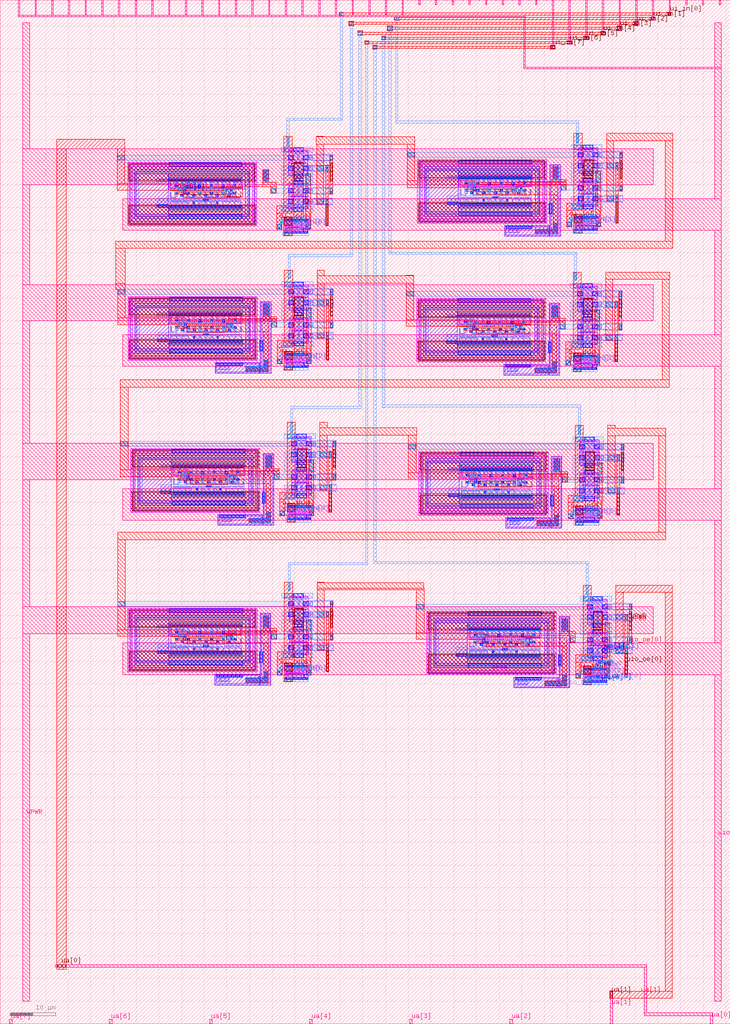
<source format=lef>
VERSION 5.7 ;
  NOWIREEXTENSIONATPIN ON ;
  DIVIDERCHAR "/" ;
  BUSBITCHARS "[]" ;
MACRO tt_um_guitar_pedal
  CLASS BLOCK ;
  FOREIGN tt_um_guitar_pedal ;
  ORIGIN 0.000 0.000 ;
  SIZE 161.000 BY 225.760 ;
  PIN clk
    DIRECTION INPUT ;
    USE SIGNAL ;
    PORT
      LAYER met4 ;
        RECT 154.870 224.760 155.170 225.760 ;
    END
  END clk
  PIN ena
    DIRECTION INPUT ;
    USE SIGNAL ;
    PORT
      LAYER met4 ;
        RECT 158.550 224.760 158.850 225.760 ;
    END
  END ena
  PIN rst_n
    DIRECTION INPUT ;
    USE SIGNAL ;
    PORT
      LAYER met4 ;
        RECT 151.190 224.760 151.490 225.760 ;
    END
  END rst_n
  PIN ua[0]
    DIRECTION INOUT ;
    USE SIGNAL ;
    ANTENNAGATEAREA 5.000000 ;
    ANTENNADIFFAREA 0.870000 ;
    PORT
      LAYER li1 ;
        RECT 64.365 191.540 64.535 191.575 ;
        RECT 66.945 191.540 67.115 191.575 ;
        RECT 64.280 190.690 64.630 191.540 ;
        RECT 66.880 190.690 67.180 191.540 ;
        RECT 64.280 190.290 65.280 190.690 ;
        RECT 64.980 189.890 65.280 190.290 ;
        RECT 66.180 190.290 67.180 190.690 ;
        RECT 66.180 189.890 66.480 190.290 ;
        RECT 64.980 189.490 66.480 189.890 ;
        RECT 65.480 188.090 65.980 189.490 ;
        RECT 65.655 188.055 65.825 188.090 ;
        RECT 38.970 183.605 39.970 183.775 ;
        RECT 42.840 183.605 43.840 183.775 ;
        RECT 44.130 183.605 45.130 183.775 ;
        RECT 48.000 183.605 49.000 183.775 ;
        RECT 49.290 183.605 50.290 183.775 ;
      LAYER mcon ;
        RECT 64.365 190.615 64.535 191.495 ;
        RECT 66.945 190.615 67.115 191.495 ;
        RECT 65.655 188.135 65.825 189.015 ;
        RECT 39.050 183.605 39.890 183.775 ;
        RECT 42.920 183.605 43.760 183.775 ;
        RECT 44.210 183.605 45.050 183.775 ;
        RECT 48.080 183.605 48.920 183.775 ;
        RECT 49.370 183.605 50.210 183.775 ;
      LAYER met1 ;
        RECT 63.480 190.490 64.780 191.590 ;
        RECT 66.680 190.490 67.980 191.590 ;
        RECT 65.625 188.075 65.855 189.075 ;
        RECT 38.990 183.775 39.950 183.805 ;
        RECT 40.380 183.775 40.930 183.940 ;
        RECT 42.860 183.775 43.820 183.805 ;
        RECT 44.150 183.775 45.110 183.805 ;
        RECT 48.020 183.775 48.980 183.805 ;
        RECT 49.310 183.775 50.270 183.805 ;
        RECT 38.970 183.605 50.290 183.775 ;
        RECT 38.990 183.575 39.950 183.605 ;
        RECT 40.380 183.040 40.930 183.605 ;
        RECT 42.860 183.575 43.820 183.605 ;
        RECT 44.150 183.575 45.110 183.605 ;
        RECT 48.020 183.575 48.980 183.605 ;
        RECT 49.310 183.575 50.270 183.605 ;
      LAYER via ;
        RECT 63.580 190.590 64.680 191.490 ;
        RECT 66.780 190.590 67.880 191.490 ;
        RECT 40.430 183.090 40.880 183.890 ;
      LAYER met2 ;
        RECT 25.780 190.490 68.880 191.590 ;
        RECT 39.280 182.990 40.930 184.990 ;
      LAYER via2 ;
        RECT 25.880 190.590 27.380 191.490 ;
        RECT 39.330 183.840 40.680 184.940 ;
      LAYER met3 ;
        RECT 25.780 195.060 27.480 195.090 ;
        RECT 12.450 192.980 27.480 195.060 ;
        RECT 12.450 11.980 14.530 192.980 ;
        RECT 25.780 185.290 27.480 192.980 ;
        RECT 25.780 183.790 40.730 185.290 ;
        RECT 37.380 183.740 40.730 183.790 ;
      LAYER via3 ;
        RECT 12.530 12.500 14.440 13.000 ;
      LAYER met4 ;
        RECT 12.085 12.455 142.625 13.045 ;
        RECT 142.035 2.410 142.625 12.455 ;
        RECT 142.030 1.810 157.160 2.410 ;
        RECT 156.560 0.000 157.160 1.810 ;
    END
  END ua[0]
  PIN ua[1]
    DIRECTION INOUT ;
    USE SIGNAL ;
    ANTENNADIFFAREA 1.740000 ;
    PORT
      LAYER li1 ;
        RECT 131.645 91.505 131.815 92.545 ;
        RECT 130.270 89.260 130.620 90.260 ;
        RECT 132.870 89.260 133.170 90.260 ;
        RECT 130.355 89.025 130.525 89.260 ;
        RECT 132.935 89.025 133.105 89.260 ;
        RECT 131.645 84.205 131.815 85.245 ;
        RECT 130.270 81.960 130.620 82.960 ;
        RECT 132.870 81.960 133.170 82.960 ;
        RECT 130.355 81.725 130.525 81.960 ;
        RECT 132.935 81.725 133.105 81.960 ;
      LAYER mcon ;
        RECT 131.645 91.585 131.815 92.465 ;
        RECT 130.355 89.105 130.525 89.985 ;
        RECT 132.935 89.105 133.105 89.985 ;
        RECT 131.645 84.285 131.815 85.165 ;
        RECT 130.355 81.805 130.525 82.685 ;
        RECT 132.935 81.805 133.105 82.685 ;
      LAYER met1 ;
        RECT 131.470 91.060 131.970 92.560 ;
        RECT 130.170 90.660 133.270 91.060 ;
        RECT 130.170 90.160 130.670 90.660 ;
        RECT 132.770 90.160 133.270 90.660 ;
        RECT 129.470 89.060 130.770 90.160 ;
        RECT 132.670 89.060 133.970 90.160 ;
        RECT 130.325 89.045 130.555 89.060 ;
        RECT 132.905 89.045 133.135 89.060 ;
        RECT 131.470 83.760 131.970 85.260 ;
        RECT 130.170 83.360 133.270 83.760 ;
        RECT 130.170 82.860 130.670 83.360 ;
        RECT 132.770 82.860 133.270 83.360 ;
        RECT 129.470 81.760 130.770 82.860 ;
        RECT 132.670 81.760 133.970 82.860 ;
        RECT 130.325 81.745 130.555 81.760 ;
        RECT 132.905 81.745 133.135 81.760 ;
      LAYER via ;
        RECT 129.570 89.160 130.670 90.060 ;
        RECT 132.770 89.160 133.870 90.060 ;
        RECT 129.570 81.860 130.670 82.760 ;
        RECT 132.770 81.860 133.870 82.760 ;
      LAYER met2 ;
        RECT 127.970 89.060 137.370 90.160 ;
        RECT 127.970 81.760 137.370 82.860 ;
      LAYER via2 ;
        RECT 135.870 89.160 137.270 90.060 ;
        RECT 135.870 81.860 137.270 82.760 ;
      LAYER met3 ;
        RECT 135.770 95.160 148.200 96.760 ;
        RECT 135.770 81.760 137.370 95.160 ;
        RECT 146.625 7.210 148.180 95.160 ;
        RECT 134.380 5.655 148.180 7.210 ;
      LAYER via3 ;
        RECT 134.550 5.730 135.010 7.150 ;
      LAYER met4 ;
        RECT 134.480 0.000 135.080 7.280 ;
    END
  END ua[1]
  PIN ua[2]
    DIRECTION INOUT ;
    USE SIGNAL ;
    PORT
      LAYER met4 ;
        RECT 112.400 0.000 113.000 1.000 ;
    END
  END ua[2]
  PIN ua[3]
    DIRECTION INOUT ;
    USE SIGNAL ;
    PORT
      LAYER met4 ;
        RECT 90.320 0.000 90.920 1.000 ;
    END
  END ua[3]
  PIN ua[4]
    DIRECTION INOUT ;
    USE SIGNAL ;
    PORT
      LAYER met4 ;
        RECT 68.240 0.000 68.840 1.000 ;
    END
  END ua[4]
  PIN ua[5]
    DIRECTION INOUT ;
    USE SIGNAL ;
    PORT
      LAYER met4 ;
        RECT 46.160 0.000 46.760 1.000 ;
    END
  END ua[5]
  PIN ua[6]
    DIRECTION INOUT ;
    USE SIGNAL ;
    PORT
      LAYER met4 ;
        RECT 24.080 0.000 24.680 1.000 ;
    END
  END ua[6]
  PIN ua[7]
    DIRECTION INOUT ;
    USE SIGNAL ;
    PORT
      LAYER met4 ;
        RECT 2.000 0.000 2.600 1.000 ;
    END
  END ua[7]
  PIN ui_in[0]
    DIRECTION INPUT ;
    USE SIGNAL ;
    ANTENNAGATEAREA 5.980000 ;
    PORT
      LAYER li1 ;
        RECT 64.595 191.790 65.595 191.960 ;
        RECT 65.885 191.790 66.885 191.960 ;
        RECT 64.595 180.415 65.595 180.585 ;
        RECT 65.885 180.415 66.885 180.585 ;
        RECT 63.450 175.605 66.305 175.855 ;
      LAYER mcon ;
        RECT 64.675 191.790 65.515 191.960 ;
        RECT 65.965 191.790 66.805 191.960 ;
        RECT 64.675 180.415 65.515 180.585 ;
        RECT 65.965 180.415 66.805 180.585 ;
        RECT 63.490 175.640 65.930 175.810 ;
      LAYER met1 ;
        RECT 64.580 191.790 66.880 193.290 ;
        RECT 64.615 191.760 65.575 191.790 ;
        RECT 65.905 191.760 66.865 191.790 ;
        RECT 64.615 180.590 65.575 180.615 ;
        RECT 65.905 180.590 66.865 180.615 ;
        RECT 64.580 179.090 66.880 180.590 ;
        RECT 60.980 175.190 65.980 176.290 ;
      LAYER via ;
        RECT 64.680 192.290 66.780 193.190 ;
        RECT 64.680 179.190 66.780 180.090 ;
        RECT 61.080 175.290 61.980 176.190 ;
      LAYER met2 ;
        RECT 74.800 222.300 75.700 223.100 ;
        RECT 75.000 199.720 75.500 222.300 ;
        RECT 63.220 199.220 75.500 199.720 ;
        RECT 63.220 193.490 63.720 199.220 ;
        RECT 61.980 192.190 68.880 193.290 ;
        RECT 61.980 179.090 68.880 180.190 ;
        RECT 60.980 175.190 62.080 176.290 ;
      LAYER via2 ;
        RECT 74.900 222.400 75.600 223.000 ;
        RECT 63.280 193.550 63.670 195.540 ;
        RECT 62.680 192.290 64.280 193.190 ;
        RECT 62.280 179.190 64.280 180.090 ;
        RECT 61.080 175.290 61.980 176.190 ;
      LAYER met3 ;
        RECT 74.800 222.940 75.700 223.100 ;
        RECT 147.300 222.940 148.000 223.100 ;
        RECT 74.800 222.475 148.000 222.940 ;
        RECT 74.800 222.300 75.700 222.475 ;
        RECT 147.300 222.300 148.000 222.475 ;
        RECT 62.580 180.390 64.380 195.790 ;
        RECT 60.980 178.790 64.380 180.390 ;
        RECT 60.980 175.190 62.080 178.790 ;
      LAYER via3 ;
        RECT 147.400 222.400 147.900 223.000 ;
      LAYER met4 ;
        RECT 147.510 223.100 147.810 225.760 ;
        RECT 147.300 222.300 148.000 223.100 ;
    END
  END ui_in[0]
  PIN ui_in[1]
    DIRECTION INPUT ;
    USE SIGNAL ;
    ANTENNAGATEAREA 5.980000 ;
    PORT
      LAYER li1 ;
        RECT 128.535 192.380 129.535 192.550 ;
        RECT 129.825 192.380 130.825 192.550 ;
        RECT 128.535 181.005 129.535 181.175 ;
        RECT 129.825 181.005 130.825 181.175 ;
        RECT 127.390 176.195 130.245 176.445 ;
      LAYER mcon ;
        RECT 128.615 192.380 129.455 192.550 ;
        RECT 129.905 192.380 130.745 192.550 ;
        RECT 128.615 181.005 129.455 181.175 ;
        RECT 129.905 181.005 130.745 181.175 ;
        RECT 127.430 176.230 129.870 176.400 ;
      LAYER met1 ;
        RECT 128.520 192.380 130.820 193.880 ;
        RECT 128.555 192.350 129.515 192.380 ;
        RECT 129.845 192.350 130.805 192.380 ;
        RECT 128.555 181.180 129.515 181.205 ;
        RECT 129.845 181.180 130.805 181.205 ;
        RECT 128.520 179.680 130.820 181.180 ;
        RECT 124.920 175.780 129.920 176.880 ;
      LAYER via ;
        RECT 128.620 192.880 130.720 193.780 ;
        RECT 128.620 179.780 130.720 180.680 ;
        RECT 125.020 175.880 125.920 176.780 ;
      LAYER met2 ;
        RECT 86.900 221.300 88.000 222.100 ;
        RECT 87.200 199.120 87.700 221.300 ;
        RECT 87.200 198.620 127.580 199.120 ;
        RECT 127.080 194.220 127.580 198.620 ;
        RECT 125.920 192.780 132.820 193.880 ;
        RECT 125.920 179.680 132.820 180.780 ;
        RECT 124.920 175.780 126.020 176.880 ;
      LAYER via2 ;
        RECT 87.000 221.400 87.900 222.000 ;
        RECT 127.160 194.310 127.510 196.290 ;
        RECT 126.620 192.880 128.220 193.780 ;
        RECT 126.220 179.780 128.220 180.680 ;
        RECT 125.020 175.880 125.920 176.780 ;
      LAYER met3 ;
        RECT 86.900 221.930 88.000 222.100 ;
        RECT 143.600 221.930 144.400 222.100 ;
        RECT 86.900 221.460 144.400 221.930 ;
        RECT 86.900 221.300 88.000 221.460 ;
        RECT 143.600 221.300 144.400 221.460 ;
        RECT 126.520 180.980 128.320 196.380 ;
        RECT 124.920 179.380 128.320 180.980 ;
        RECT 124.920 175.780 126.020 179.380 ;
      LAYER via3 ;
        RECT 143.700 221.400 144.300 222.000 ;
      LAYER met4 ;
        RECT 143.830 222.100 144.130 225.760 ;
        RECT 143.600 221.300 144.400 222.100 ;
    END
  END ui_in[1]
  PIN ui_in[2]
    DIRECTION INPUT ;
    USE SIGNAL ;
    ANTENNAGATEAREA 5.980000 ;
    PORT
      LAYER li1 ;
        RECT 64.695 162.160 65.695 162.330 ;
        RECT 65.985 162.160 66.985 162.330 ;
        RECT 64.695 150.785 65.695 150.955 ;
        RECT 65.985 150.785 66.985 150.955 ;
        RECT 63.550 145.975 66.405 146.225 ;
      LAYER mcon ;
        RECT 64.775 162.160 65.615 162.330 ;
        RECT 66.065 162.160 66.905 162.330 ;
        RECT 64.775 150.785 65.615 150.955 ;
        RECT 66.065 150.785 66.905 150.955 ;
        RECT 63.590 146.010 66.030 146.180 ;
      LAYER met1 ;
        RECT 64.680 162.160 66.980 163.660 ;
        RECT 64.715 162.130 65.675 162.160 ;
        RECT 66.005 162.130 66.965 162.160 ;
        RECT 64.715 150.960 65.675 150.985 ;
        RECT 66.005 150.960 66.965 150.985 ;
        RECT 64.680 149.460 66.980 150.960 ;
        RECT 61.080 145.560 66.080 146.660 ;
      LAYER via ;
        RECT 64.780 162.660 66.880 163.560 ;
        RECT 64.780 149.560 66.880 150.460 ;
        RECT 61.180 145.660 62.080 146.560 ;
      LAYER met2 ;
        RECT 76.900 220.100 78.000 221.100 ;
        RECT 77.200 169.680 77.700 220.100 ;
        RECT 63.470 169.180 77.700 169.680 ;
        RECT 63.470 164.350 63.970 169.180 ;
        RECT 62.080 162.560 68.980 163.660 ;
        RECT 62.080 149.460 68.980 150.560 ;
        RECT 61.080 145.560 62.180 146.660 ;
      LAYER via2 ;
        RECT 77.000 220.200 77.900 221.000 ;
        RECT 63.550 164.430 63.910 166.070 ;
        RECT 62.780 162.660 64.380 163.560 ;
        RECT 62.380 149.560 64.380 150.460 ;
        RECT 61.180 145.660 62.080 146.560 ;
      LAYER met3 ;
        RECT 76.900 220.910 78.000 221.100 ;
        RECT 139.900 220.910 140.700 221.100 ;
        RECT 76.900 220.440 140.700 220.910 ;
        RECT 76.900 220.100 78.000 220.440 ;
        RECT 139.900 220.100 140.700 220.440 ;
        RECT 62.680 150.760 64.480 166.160 ;
        RECT 61.080 149.160 64.480 150.760 ;
        RECT 61.080 145.560 62.180 149.160 ;
      LAYER via3 ;
        RECT 140.000 220.200 140.600 221.000 ;
      LAYER met4 ;
        RECT 140.150 221.100 140.450 225.760 ;
        RECT 139.900 220.100 140.700 221.100 ;
    END
  END ui_in[2]
  PIN ui_in[3]
    DIRECTION INPUT ;
    USE SIGNAL ;
    ANTENNAGATEAREA 5.980000 ;
    PORT
      LAYER li1 ;
        RECT 128.355 161.780 129.355 161.950 ;
        RECT 129.645 161.780 130.645 161.950 ;
        RECT 128.355 150.405 129.355 150.575 ;
        RECT 129.645 150.405 130.645 150.575 ;
        RECT 127.210 145.595 130.065 145.845 ;
      LAYER mcon ;
        RECT 128.435 161.780 129.275 161.950 ;
        RECT 129.725 161.780 130.565 161.950 ;
        RECT 128.435 150.405 129.275 150.575 ;
        RECT 129.725 150.405 130.565 150.575 ;
        RECT 127.250 145.630 129.690 145.800 ;
      LAYER met1 ;
        RECT 128.340 161.780 130.640 163.280 ;
        RECT 128.375 161.750 129.335 161.780 ;
        RECT 129.665 161.750 130.625 161.780 ;
        RECT 128.375 150.580 129.335 150.605 ;
        RECT 129.665 150.580 130.625 150.605 ;
        RECT 128.340 149.080 130.640 150.580 ;
        RECT 124.740 145.180 129.740 146.280 ;
      LAYER via ;
        RECT 128.440 162.280 130.540 163.180 ;
        RECT 128.440 149.180 130.540 150.080 ;
        RECT 124.840 145.280 125.740 146.180 ;
      LAYER met2 ;
        RECT 85.400 219.000 86.600 220.100 ;
        RECT 85.700 170.200 86.200 219.000 ;
        RECT 85.700 169.700 127.110 170.200 ;
        RECT 126.610 163.960 127.110 169.700 ;
        RECT 125.740 162.180 132.640 163.280 ;
        RECT 125.740 149.080 132.640 150.180 ;
        RECT 124.740 145.180 125.840 146.280 ;
      LAYER via2 ;
        RECT 85.500 219.100 86.500 220.000 ;
        RECT 126.680 164.020 127.040 165.660 ;
        RECT 126.440 162.280 128.040 163.180 ;
        RECT 126.040 149.180 128.040 150.080 ;
        RECT 124.840 145.280 125.740 146.180 ;
      LAYER met3 ;
        RECT 85.400 219.780 86.600 220.100 ;
        RECT 136.100 219.780 137.100 220.100 ;
        RECT 85.400 219.310 137.100 219.780 ;
        RECT 85.400 219.000 86.600 219.310 ;
        RECT 136.100 219.000 137.100 219.310 ;
        RECT 126.340 150.380 128.140 165.780 ;
        RECT 124.740 148.780 128.140 150.380 ;
        RECT 124.740 145.180 125.840 148.780 ;
      LAYER via3 ;
        RECT 136.200 219.100 137.000 220.000 ;
      LAYER met4 ;
        RECT 136.470 220.100 136.770 225.760 ;
        RECT 136.100 219.000 137.100 220.100 ;
    END
  END ui_in[3]
  PIN ui_in[4]
    DIRECTION INPUT ;
    USE SIGNAL ;
    ANTENNAGATEAREA 5.980000 ;
    PORT
      LAYER li1 ;
        RECT 65.295 128.640 66.295 128.810 ;
        RECT 66.585 128.640 67.585 128.810 ;
        RECT 65.295 117.265 66.295 117.435 ;
        RECT 66.585 117.265 67.585 117.435 ;
        RECT 64.150 112.455 67.005 112.705 ;
      LAYER mcon ;
        RECT 65.375 128.640 66.215 128.810 ;
        RECT 66.665 128.640 67.505 128.810 ;
        RECT 65.375 117.265 66.215 117.435 ;
        RECT 66.665 117.265 67.505 117.435 ;
        RECT 64.190 112.490 66.630 112.660 ;
      LAYER met1 ;
        RECT 65.280 128.640 67.580 130.140 ;
        RECT 65.315 128.610 66.275 128.640 ;
        RECT 66.605 128.610 67.565 128.640 ;
        RECT 65.315 117.440 66.275 117.465 ;
        RECT 66.605 117.440 67.565 117.465 ;
        RECT 65.280 115.940 67.580 117.440 ;
        RECT 61.680 112.040 66.680 113.140 ;
      LAYER via ;
        RECT 65.380 129.140 67.480 130.040 ;
        RECT 65.380 116.040 67.480 116.940 ;
        RECT 61.780 112.140 62.680 113.040 ;
      LAYER met2 ;
        RECT 78.800 218.000 79.900 219.000 ;
        RECT 79.100 190.600 79.600 218.000 ;
        RECT 79.105 136.180 79.600 190.600 ;
        RECT 64.055 135.685 79.600 136.180 ;
        RECT 64.055 130.335 64.550 135.685 ;
        RECT 62.680 129.040 69.580 130.140 ;
        RECT 62.680 115.940 69.580 117.040 ;
        RECT 61.680 112.040 62.780 113.140 ;
      LAYER via2 ;
        RECT 78.900 218.100 79.800 218.900 ;
        RECT 64.120 130.400 64.490 132.560 ;
        RECT 63.380 129.140 64.980 130.040 ;
        RECT 62.980 116.040 64.980 116.940 ;
        RECT 61.780 112.140 62.680 113.040 ;
      LAYER met3 ;
        RECT 78.800 218.640 79.900 219.000 ;
        RECT 132.500 218.640 133.400 218.900 ;
        RECT 78.800 218.170 133.400 218.640 ;
        RECT 78.800 218.000 79.900 218.170 ;
        RECT 132.500 218.000 133.400 218.170 ;
        RECT 63.280 117.240 65.080 132.640 ;
        RECT 61.680 115.640 65.080 117.240 ;
        RECT 61.680 112.040 62.780 115.640 ;
      LAYER via3 ;
        RECT 132.600 218.100 133.300 218.800 ;
      LAYER met4 ;
        RECT 132.790 218.900 133.090 225.760 ;
        RECT 132.500 218.000 133.400 218.900 ;
    END
  END ui_in[4]
  PIN ui_in[5]
    DIRECTION INPUT ;
    USE SIGNAL ;
    ANTENNAGATEAREA 5.980000 ;
    PORT
      LAYER li1 ;
        RECT 128.835 127.990 129.835 128.160 ;
        RECT 130.125 127.990 131.125 128.160 ;
        RECT 128.835 116.615 129.835 116.785 ;
        RECT 130.125 116.615 131.125 116.785 ;
        RECT 127.690 111.805 130.545 112.055 ;
      LAYER mcon ;
        RECT 128.915 127.990 129.755 128.160 ;
        RECT 130.205 127.990 131.045 128.160 ;
        RECT 128.915 116.615 129.755 116.785 ;
        RECT 130.205 116.615 131.045 116.785 ;
        RECT 127.730 111.840 130.170 112.010 ;
      LAYER met1 ;
        RECT 128.820 127.990 131.120 129.490 ;
        RECT 128.855 127.960 129.815 127.990 ;
        RECT 130.145 127.960 131.105 127.990 ;
        RECT 128.855 116.790 129.815 116.815 ;
        RECT 130.145 116.790 131.105 116.815 ;
        RECT 128.820 115.290 131.120 116.790 ;
        RECT 125.220 111.390 130.220 112.490 ;
      LAYER via ;
        RECT 128.920 128.490 131.020 129.390 ;
        RECT 128.920 115.390 131.020 116.290 ;
        RECT 125.320 111.490 126.220 112.390 ;
      LAYER met2 ;
        RECT 84.100 217.000 85.000 217.800 ;
        RECT 84.300 136.500 84.800 217.000 ;
        RECT 84.300 136.000 128.010 136.500 ;
        RECT 84.300 135.870 84.800 136.000 ;
        RECT 127.510 129.850 128.010 136.000 ;
        RECT 126.220 128.390 133.120 129.490 ;
        RECT 126.220 115.290 133.120 116.390 ;
        RECT 125.220 111.390 126.320 112.490 ;
      LAYER via2 ;
        RECT 84.200 217.100 84.900 217.700 ;
        RECT 127.590 129.940 127.930 131.910 ;
        RECT 126.920 128.490 128.520 129.390 ;
        RECT 126.520 115.390 128.520 116.290 ;
        RECT 125.320 111.490 126.220 112.390 ;
      LAYER met3 ;
        RECT 84.100 217.620 85.000 217.800 ;
        RECT 128.600 217.620 129.800 217.800 ;
        RECT 84.100 217.150 129.800 217.620 ;
        RECT 84.100 217.000 85.000 217.150 ;
        RECT 128.600 217.000 129.800 217.150 ;
        RECT 126.820 116.590 128.620 131.990 ;
        RECT 125.220 114.990 128.620 116.590 ;
        RECT 125.220 111.390 126.320 114.990 ;
      LAYER via3 ;
        RECT 128.800 217.100 129.700 217.700 ;
      LAYER met4 ;
        RECT 129.110 217.800 129.410 225.760 ;
        RECT 128.600 217.000 129.800 217.800 ;
    END
  END ui_in[5]
  PIN ui_in[6]
    DIRECTION INPUT ;
    USE SIGNAL ;
    ANTENNAGATEAREA 5.980000 ;
    PORT
      LAYER li1 ;
        RECT 64.675 93.410 65.675 93.580 ;
        RECT 65.965 93.410 66.965 93.580 ;
        RECT 64.675 82.035 65.675 82.205 ;
        RECT 65.965 82.035 66.965 82.205 ;
        RECT 63.530 77.225 66.385 77.475 ;
      LAYER mcon ;
        RECT 64.755 93.410 65.595 93.580 ;
        RECT 66.045 93.410 66.885 93.580 ;
        RECT 64.755 82.035 65.595 82.205 ;
        RECT 66.045 82.035 66.885 82.205 ;
        RECT 63.570 77.260 66.010 77.430 ;
      LAYER met1 ;
        RECT 64.660 93.410 66.960 94.910 ;
        RECT 64.695 93.380 65.655 93.410 ;
        RECT 65.985 93.380 66.945 93.410 ;
        RECT 64.695 82.210 65.655 82.235 ;
        RECT 65.985 82.210 66.945 82.235 ;
        RECT 64.660 80.710 66.960 82.210 ;
        RECT 61.060 76.810 66.060 77.910 ;
      LAYER via ;
        RECT 64.760 93.910 66.860 94.810 ;
        RECT 64.760 80.810 66.860 81.710 ;
        RECT 61.160 76.910 62.060 77.810 ;
      LAYER met2 ;
        RECT 80.400 216.000 81.300 216.800 ;
        RECT 80.600 101.710 81.100 216.000 ;
        RECT 63.470 101.210 81.100 101.710 ;
        RECT 63.470 95.540 63.970 101.210 ;
        RECT 62.060 93.810 68.960 94.910 ;
        RECT 62.060 80.710 68.960 81.810 ;
        RECT 61.060 76.810 62.160 77.910 ;
      LAYER via2 ;
        RECT 80.500 216.100 81.200 216.700 ;
        RECT 63.530 95.630 63.900 97.320 ;
        RECT 62.760 93.910 64.360 94.810 ;
        RECT 62.360 80.810 64.360 81.710 ;
        RECT 61.160 76.910 62.060 77.810 ;
      LAYER met3 ;
        RECT 80.400 216.600 81.300 216.800 ;
        RECT 125.000 216.600 126.100 216.800 ;
        RECT 80.400 216.130 126.100 216.600 ;
        RECT 80.400 216.000 81.300 216.130 ;
        RECT 125.000 216.000 126.100 216.130 ;
        RECT 62.660 82.010 64.460 97.410 ;
        RECT 61.060 80.410 64.460 82.010 ;
        RECT 61.060 76.810 62.160 80.410 ;
      LAYER via3 ;
        RECT 125.100 216.100 126.000 216.700 ;
      LAYER met4 ;
        RECT 125.430 216.800 125.730 225.760 ;
        RECT 125.000 216.000 126.100 216.800 ;
    END
  END ui_in[6]
  PIN ui_in[7]
    DIRECTION INPUT ;
    USE SIGNAL ;
    ANTENNAGATEAREA 5.980000 ;
    PORT
      LAYER li1 ;
        RECT 130.585 92.760 131.585 92.930 ;
        RECT 131.875 92.760 132.875 92.930 ;
        RECT 130.585 81.385 131.585 81.555 ;
        RECT 131.875 81.385 132.875 81.555 ;
        RECT 129.440 76.575 132.295 76.825 ;
      LAYER mcon ;
        RECT 130.665 92.760 131.505 92.930 ;
        RECT 131.955 92.760 132.795 92.930 ;
        RECT 130.665 81.385 131.505 81.555 ;
        RECT 131.955 81.385 132.795 81.555 ;
        RECT 129.480 76.610 131.920 76.780 ;
      LAYER met1 ;
        RECT 130.570 92.760 132.870 94.260 ;
        RECT 130.605 92.730 131.565 92.760 ;
        RECT 131.895 92.730 132.855 92.760 ;
        RECT 130.605 81.560 131.565 81.585 ;
        RECT 131.895 81.560 132.855 81.585 ;
        RECT 130.570 80.060 132.870 81.560 ;
        RECT 126.970 76.160 131.970 77.260 ;
      LAYER via ;
        RECT 130.670 93.260 132.770 94.160 ;
        RECT 130.670 80.160 132.770 81.060 ;
        RECT 127.070 76.260 127.970 77.160 ;
      LAYER met2 ;
        RECT 82.200 214.900 83.100 215.800 ;
        RECT 82.400 101.910 82.900 214.900 ;
        RECT 82.400 101.410 129.690 101.910 ;
        RECT 129.190 94.640 129.690 101.410 ;
        RECT 127.970 93.160 134.870 94.260 ;
        RECT 127.970 80.060 134.870 81.160 ;
        RECT 126.970 76.160 128.070 77.260 ;
      LAYER via2 ;
        RECT 82.300 215.000 83.000 215.700 ;
        RECT 129.260 94.710 129.630 96.670 ;
        RECT 128.670 93.260 130.270 94.160 ;
        RECT 128.270 80.160 130.270 81.060 ;
        RECT 127.070 76.260 127.970 77.160 ;
      LAYER met3 ;
        RECT 82.200 215.640 83.100 215.800 ;
        RECT 121.300 215.640 122.400 215.800 ;
        RECT 82.200 215.170 122.400 215.640 ;
        RECT 82.200 214.900 83.100 215.170 ;
        RECT 121.300 214.900 122.400 215.170 ;
        RECT 128.570 81.360 130.370 96.760 ;
        RECT 126.970 79.760 130.370 81.360 ;
        RECT 126.970 76.160 128.070 79.760 ;
      LAYER via3 ;
        RECT 121.400 215.000 122.300 215.700 ;
      LAYER met4 ;
        RECT 121.750 215.800 122.050 225.760 ;
        RECT 121.300 214.900 122.400 215.800 ;
    END
  END ui_in[7]
  PIN uio_in[0]
    DIRECTION INPUT ;
    USE SIGNAL ;
    PORT
      LAYER met4 ;
        RECT 118.070 224.760 118.370 225.760 ;
    END
  END uio_in[0]
  PIN uio_in[1]
    DIRECTION INPUT ;
    USE SIGNAL ;
    PORT
      LAYER met4 ;
        RECT 114.390 224.760 114.690 225.760 ;
    END
  END uio_in[1]
  PIN uio_in[2]
    DIRECTION INPUT ;
    USE SIGNAL ;
    PORT
      LAYER met4 ;
        RECT 110.710 224.760 111.010 225.760 ;
    END
  END uio_in[2]
  PIN uio_in[3]
    DIRECTION INPUT ;
    USE SIGNAL ;
    PORT
      LAYER met4 ;
        RECT 107.030 224.760 107.330 225.760 ;
    END
  END uio_in[3]
  PIN uio_in[4]
    DIRECTION INPUT ;
    USE SIGNAL ;
    PORT
      LAYER met4 ;
        RECT 103.350 224.760 103.650 225.760 ;
    END
  END uio_in[4]
  PIN uio_in[5]
    DIRECTION INPUT ;
    USE SIGNAL ;
    PORT
      LAYER met4 ;
        RECT 99.670 224.760 99.970 225.760 ;
    END
  END uio_in[5]
  PIN uio_in[6]
    DIRECTION INPUT ;
    USE SIGNAL ;
    PORT
      LAYER met4 ;
        RECT 95.990 224.760 96.290 225.760 ;
    END
  END uio_in[6]
  PIN uio_in[7]
    DIRECTION INPUT ;
    USE SIGNAL ;
    PORT
      LAYER met4 ;
        RECT 92.310 224.760 92.610 225.760 ;
    END
  END uio_in[7]
  PIN uio_oe[0]
    DIRECTION OUTPUT ;
    USE SIGNAL ;
    ANTENNAGATEAREA 36.160000 ;
    ANTENNADIFFAREA 372.324799 ;
    PORT
      LAYER pwell ;
        RECT 29.580 187.490 55.080 188.490 ;
        RECT 29.580 178.490 37.030 187.490 ;
        RECT 37.180 179.640 53.330 180.490 ;
        RECT 54.080 178.490 55.080 187.490 ;
        RECT 63.615 187.025 67.865 189.815 ;
        RECT 93.520 188.080 119.020 189.080 ;
        RECT 63.615 179.725 67.865 182.515 ;
        RECT 29.580 177.490 55.080 178.490 ;
        RECT 93.520 179.080 100.970 188.080 ;
        RECT 101.120 180.230 117.270 181.080 ;
        RECT 118.020 179.080 119.020 188.080 ;
        RECT 93.520 178.080 119.020 179.080 ;
        RECT 111.220 173.680 121.040 176.030 ;
        RECT 121.220 173.680 123.570 189.500 ;
        RECT 127.555 187.615 131.805 190.405 ;
        RECT 127.555 180.315 131.805 183.105 ;
        RECT 29.680 157.860 55.180 158.860 ;
        RECT 29.680 148.860 37.130 157.860 ;
        RECT 37.280 150.010 53.430 150.860 ;
        RECT 54.180 148.860 55.180 157.860 ;
        RECT 29.680 147.860 55.180 148.860 ;
        RECT 47.380 143.460 57.200 145.810 ;
        RECT 57.380 143.460 59.730 159.280 ;
        RECT 63.715 157.395 67.965 160.185 ;
        RECT 93.340 157.480 118.840 158.480 ;
        RECT 63.715 150.095 67.965 152.885 ;
        RECT 93.340 148.480 100.790 157.480 ;
        RECT 100.940 149.630 117.090 150.480 ;
        RECT 117.840 148.480 118.840 157.480 ;
        RECT 93.340 147.480 118.840 148.480 ;
        RECT 111.040 143.080 120.860 145.430 ;
        RECT 121.040 143.080 123.390 158.900 ;
        RECT 127.375 157.015 131.625 159.805 ;
        RECT 127.375 149.715 131.625 152.505 ;
        RECT 30.280 124.340 55.780 125.340 ;
        RECT 30.280 115.340 37.730 124.340 ;
        RECT 37.880 116.490 54.030 117.340 ;
        RECT 54.780 115.340 55.780 124.340 ;
        RECT 30.280 114.340 55.780 115.340 ;
        RECT 47.980 109.940 57.800 112.290 ;
        RECT 57.980 109.940 60.330 125.760 ;
        RECT 64.315 123.875 68.565 126.665 ;
        RECT 93.820 123.690 119.320 124.690 ;
        RECT 64.315 116.575 68.565 119.365 ;
        RECT 93.820 114.690 101.270 123.690 ;
        RECT 101.420 115.840 117.570 116.690 ;
        RECT 118.320 114.690 119.320 123.690 ;
        RECT 93.820 113.690 119.320 114.690 ;
        RECT 111.520 109.290 121.340 111.640 ;
        RECT 121.520 109.290 123.870 125.110 ;
        RECT 127.855 123.225 132.105 126.015 ;
        RECT 127.855 115.925 132.105 118.715 ;
        RECT 29.660 89.110 55.160 90.110 ;
        RECT 29.660 80.110 37.110 89.110 ;
        RECT 37.260 81.260 53.410 82.110 ;
        RECT 54.160 80.110 55.160 89.110 ;
        RECT 29.660 79.110 55.160 80.110 ;
        RECT 47.360 74.710 57.180 77.060 ;
        RECT 57.360 74.710 59.710 90.530 ;
        RECT 63.695 88.645 67.945 91.435 ;
        RECT 95.570 88.460 121.070 89.460 ;
        RECT 63.695 81.345 67.945 84.135 ;
        RECT 95.570 79.460 103.020 88.460 ;
        RECT 103.170 80.610 119.320 81.460 ;
        RECT 120.070 79.460 121.070 88.460 ;
        RECT 95.570 78.460 121.070 79.460 ;
        RECT 113.270 74.060 123.090 76.410 ;
        RECT 123.270 74.060 125.620 89.880 ;
        RECT 129.605 87.995 133.855 90.785 ;
        RECT 129.605 80.695 133.855 83.485 ;
      LAYER li1 ;
        RECT 29.820 187.760 54.900 188.090 ;
        RECT 29.820 178.190 30.150 187.760 ;
        RECT 37.450 182.395 37.620 183.435 ;
        RECT 52.930 182.395 53.100 183.435 ;
        RECT 37.680 182.055 38.680 182.225 ;
        RECT 51.870 182.055 52.870 182.225 ;
        RECT 37.680 181.425 38.680 181.595 ;
        RECT 38.970 181.425 39.970 181.595 ;
        RECT 40.260 181.425 41.260 181.595 ;
        RECT 49.290 181.425 50.290 181.595 ;
        RECT 50.580 181.425 51.580 181.595 ;
        RECT 51.870 181.425 52.870 181.595 ;
        RECT 37.450 180.795 37.620 181.255 ;
        RECT 38.740 180.795 38.910 181.255 ;
        RECT 40.030 180.795 40.200 181.255 ;
        RECT 41.320 180.795 41.490 181.255 ;
        RECT 43.900 180.795 44.070 181.255 ;
        RECT 46.480 180.795 46.650 181.255 ;
        RECT 49.060 180.795 49.230 181.255 ;
        RECT 50.350 180.795 50.520 181.255 ;
        RECT 51.640 180.795 51.810 181.255 ;
        RECT 52.930 180.795 53.100 181.255 ;
        RECT 37.430 179.840 53.130 180.390 ;
        RECT 54.570 178.190 54.900 187.760 ;
        RECT 63.630 187.390 63.980 189.290 ;
        RECT 67.480 187.990 68.880 189.290 ;
        RECT 121.400 189.150 123.390 189.320 ;
        RECT 93.760 188.350 118.840 188.680 ;
        RECT 67.480 187.390 67.880 187.990 ;
        RECT 63.630 187.040 67.880 187.390 ;
        RECT 63.630 180.090 63.980 181.990 ;
        RECT 67.480 180.690 68.880 181.990 ;
        RECT 67.480 180.090 67.880 180.690 ;
        RECT 63.630 179.740 67.880 180.090 ;
        RECT 93.760 178.780 94.090 188.350 ;
        RECT 101.390 182.985 101.560 184.025 ;
        RECT 116.870 182.985 117.040 184.025 ;
        RECT 101.620 182.645 102.620 182.815 ;
        RECT 115.810 182.645 116.810 182.815 ;
        RECT 101.620 182.015 102.620 182.185 ;
        RECT 102.910 182.015 103.910 182.185 ;
        RECT 104.200 182.015 105.200 182.185 ;
        RECT 113.230 182.015 114.230 182.185 ;
        RECT 114.520 182.015 115.520 182.185 ;
        RECT 115.810 182.015 116.810 182.185 ;
        RECT 101.390 181.385 101.560 181.845 ;
        RECT 102.680 181.385 102.850 181.845 ;
        RECT 103.970 181.385 104.140 181.845 ;
        RECT 105.260 181.385 105.430 181.845 ;
        RECT 107.840 181.385 108.010 181.845 ;
        RECT 110.420 181.385 110.590 181.845 ;
        RECT 113.000 181.385 113.170 181.845 ;
        RECT 114.290 181.385 114.460 181.845 ;
        RECT 115.580 181.385 115.750 181.845 ;
        RECT 116.870 181.385 117.040 181.845 ;
        RECT 101.370 180.430 117.070 180.980 ;
        RECT 118.510 178.780 118.840 188.350 ;
        RECT 121.400 180.980 121.570 189.150 ;
        RECT 93.760 178.450 118.840 178.780 ;
        RECT 121.020 178.580 121.720 180.980 ;
        RECT 29.820 177.860 54.900 178.190 ;
        RECT 111.520 175.850 117.320 175.980 ;
        RECT 111.400 175.680 120.860 175.850 ;
        RECT 111.400 175.380 117.320 175.680 ;
        RECT 120.690 175.480 120.860 175.680 ;
        RECT 121.400 175.480 121.570 178.580 ;
        RECT 63.025 174.615 63.280 175.075 ;
        RECT 63.950 174.615 64.120 175.075 ;
        RECT 64.790 174.615 64.960 175.075 ;
        RECT 65.630 174.615 65.800 175.075 ;
        RECT 66.470 174.615 66.775 175.075 ;
        RECT 62.770 174.445 67.830 174.615 ;
        RECT 111.400 174.030 111.570 175.380 ;
        RECT 112.050 174.510 114.210 175.200 ;
        RECT 120.690 174.030 121.720 175.480 ;
        RECT 123.220 174.030 123.390 189.150 ;
        RECT 127.570 187.980 127.920 189.880 ;
        RECT 131.420 188.580 132.820 189.880 ;
        RECT 131.420 187.980 131.820 188.580 ;
        RECT 127.570 187.630 131.820 187.980 ;
        RECT 127.570 180.680 127.920 182.580 ;
        RECT 131.420 181.280 132.820 182.580 ;
        RECT 131.420 180.680 131.820 181.280 ;
        RECT 127.570 180.330 131.820 180.680 ;
        RECT 126.965 175.205 127.220 175.665 ;
        RECT 127.890 175.205 128.060 175.665 ;
        RECT 128.730 175.205 128.900 175.665 ;
        RECT 129.570 175.205 129.740 175.665 ;
        RECT 130.410 175.205 130.715 175.665 ;
        RECT 126.710 175.035 131.770 175.205 ;
        RECT 111.400 173.880 123.390 174.030 ;
        RECT 111.400 173.860 120.860 173.880 ;
        RECT 121.400 173.860 123.390 173.880 ;
        RECT 57.560 158.930 59.550 159.100 ;
        RECT 29.920 158.130 55.000 158.460 ;
        RECT 29.920 148.560 30.250 158.130 ;
        RECT 37.550 152.765 37.720 153.805 ;
        RECT 53.030 152.765 53.200 153.805 ;
        RECT 37.780 152.425 38.780 152.595 ;
        RECT 51.970 152.425 52.970 152.595 ;
        RECT 37.780 151.795 38.780 151.965 ;
        RECT 39.070 151.795 40.070 151.965 ;
        RECT 40.360 151.795 41.360 151.965 ;
        RECT 49.390 151.795 50.390 151.965 ;
        RECT 50.680 151.795 51.680 151.965 ;
        RECT 51.970 151.795 52.970 151.965 ;
        RECT 37.550 151.165 37.720 151.625 ;
        RECT 38.840 151.165 39.010 151.625 ;
        RECT 40.130 151.165 40.300 151.625 ;
        RECT 41.420 151.165 41.590 151.625 ;
        RECT 44.000 151.165 44.170 151.625 ;
        RECT 46.580 151.165 46.750 151.625 ;
        RECT 49.160 151.165 49.330 151.625 ;
        RECT 50.450 151.165 50.620 151.625 ;
        RECT 51.740 151.165 51.910 151.625 ;
        RECT 53.030 151.165 53.200 151.625 ;
        RECT 37.530 150.210 53.230 150.760 ;
        RECT 54.670 148.560 55.000 158.130 ;
        RECT 57.560 150.760 57.730 158.930 ;
        RECT 29.920 148.230 55.000 148.560 ;
        RECT 57.180 148.360 57.880 150.760 ;
        RECT 47.680 145.630 53.480 145.760 ;
        RECT 47.560 145.460 57.020 145.630 ;
        RECT 47.560 145.160 53.480 145.460 ;
        RECT 56.850 145.260 57.020 145.460 ;
        RECT 57.560 145.260 57.730 148.360 ;
        RECT 47.560 143.810 47.730 145.160 ;
        RECT 48.210 144.290 50.370 144.980 ;
        RECT 56.850 143.810 57.880 145.260 ;
        RECT 59.380 143.810 59.550 158.930 ;
        RECT 63.730 157.760 64.080 159.660 ;
        RECT 67.580 158.360 68.980 159.660 ;
        RECT 121.220 158.550 123.210 158.720 ;
        RECT 67.580 157.760 67.980 158.360 ;
        RECT 63.730 157.410 67.980 157.760 ;
        RECT 93.580 157.750 118.660 158.080 ;
        RECT 63.730 150.460 64.080 152.360 ;
        RECT 67.580 151.060 68.980 152.360 ;
        RECT 67.580 150.460 67.980 151.060 ;
        RECT 63.730 150.110 67.980 150.460 ;
        RECT 93.580 148.180 93.910 157.750 ;
        RECT 101.210 152.385 101.380 153.425 ;
        RECT 116.690 152.385 116.860 153.425 ;
        RECT 101.440 152.045 102.440 152.215 ;
        RECT 115.630 152.045 116.630 152.215 ;
        RECT 101.440 151.415 102.440 151.585 ;
        RECT 102.730 151.415 103.730 151.585 ;
        RECT 104.020 151.415 105.020 151.585 ;
        RECT 113.050 151.415 114.050 151.585 ;
        RECT 114.340 151.415 115.340 151.585 ;
        RECT 115.630 151.415 116.630 151.585 ;
        RECT 101.210 150.785 101.380 151.245 ;
        RECT 102.500 150.785 102.670 151.245 ;
        RECT 103.790 150.785 103.960 151.245 ;
        RECT 105.080 150.785 105.250 151.245 ;
        RECT 107.660 150.785 107.830 151.245 ;
        RECT 110.240 150.785 110.410 151.245 ;
        RECT 112.820 150.785 112.990 151.245 ;
        RECT 114.110 150.785 114.280 151.245 ;
        RECT 115.400 150.785 115.570 151.245 ;
        RECT 116.690 150.785 116.860 151.245 ;
        RECT 101.190 149.830 116.890 150.380 ;
        RECT 118.330 148.180 118.660 157.750 ;
        RECT 121.220 150.380 121.390 158.550 ;
        RECT 93.580 147.850 118.660 148.180 ;
        RECT 120.840 147.980 121.540 150.380 ;
        RECT 63.125 144.985 63.380 145.445 ;
        RECT 64.050 144.985 64.220 145.445 ;
        RECT 64.890 144.985 65.060 145.445 ;
        RECT 65.730 144.985 65.900 145.445 ;
        RECT 66.570 144.985 66.875 145.445 ;
        RECT 111.340 145.250 117.140 145.380 ;
        RECT 111.220 145.080 120.680 145.250 ;
        RECT 62.870 144.815 67.930 144.985 ;
        RECT 47.560 143.660 59.550 143.810 ;
        RECT 47.560 143.640 57.020 143.660 ;
        RECT 57.560 143.640 59.550 143.660 ;
        RECT 111.220 144.780 117.140 145.080 ;
        RECT 120.510 144.880 120.680 145.080 ;
        RECT 121.220 144.880 121.390 147.980 ;
        RECT 111.220 143.430 111.390 144.780 ;
        RECT 111.870 143.910 114.030 144.600 ;
        RECT 120.510 143.430 121.540 144.880 ;
        RECT 123.040 143.430 123.210 158.550 ;
        RECT 127.390 157.380 127.740 159.280 ;
        RECT 131.240 157.980 132.640 159.280 ;
        RECT 131.240 157.380 131.640 157.980 ;
        RECT 127.390 157.030 131.640 157.380 ;
        RECT 127.390 150.080 127.740 151.980 ;
        RECT 131.240 150.680 132.640 151.980 ;
        RECT 131.240 150.080 131.640 150.680 ;
        RECT 127.390 149.730 131.640 150.080 ;
        RECT 126.785 144.605 127.040 145.065 ;
        RECT 127.710 144.605 127.880 145.065 ;
        RECT 128.550 144.605 128.720 145.065 ;
        RECT 129.390 144.605 129.560 145.065 ;
        RECT 130.230 144.605 130.535 145.065 ;
        RECT 126.530 144.435 131.590 144.605 ;
        RECT 111.220 143.280 123.210 143.430 ;
        RECT 111.220 143.260 120.680 143.280 ;
        RECT 121.220 143.260 123.210 143.280 ;
        RECT 58.160 125.410 60.150 125.580 ;
        RECT 30.520 124.610 55.600 124.940 ;
        RECT 30.520 115.040 30.850 124.610 ;
        RECT 38.150 119.245 38.320 120.285 ;
        RECT 53.630 119.245 53.800 120.285 ;
        RECT 38.380 118.905 39.380 119.075 ;
        RECT 52.570 118.905 53.570 119.075 ;
        RECT 38.380 118.275 39.380 118.445 ;
        RECT 39.670 118.275 40.670 118.445 ;
        RECT 40.960 118.275 41.960 118.445 ;
        RECT 49.990 118.275 50.990 118.445 ;
        RECT 51.280 118.275 52.280 118.445 ;
        RECT 52.570 118.275 53.570 118.445 ;
        RECT 38.150 117.645 38.320 118.105 ;
        RECT 39.440 117.645 39.610 118.105 ;
        RECT 40.730 117.645 40.900 118.105 ;
        RECT 42.020 117.645 42.190 118.105 ;
        RECT 44.600 117.645 44.770 118.105 ;
        RECT 47.180 117.645 47.350 118.105 ;
        RECT 49.760 117.645 49.930 118.105 ;
        RECT 51.050 117.645 51.220 118.105 ;
        RECT 52.340 117.645 52.510 118.105 ;
        RECT 53.630 117.645 53.800 118.105 ;
        RECT 38.130 116.690 53.830 117.240 ;
        RECT 55.270 115.040 55.600 124.610 ;
        RECT 58.160 117.240 58.330 125.410 ;
        RECT 30.520 114.710 55.600 115.040 ;
        RECT 57.780 114.840 58.480 117.240 ;
        RECT 48.280 112.110 54.080 112.240 ;
        RECT 48.160 111.940 57.620 112.110 ;
        RECT 48.160 111.640 54.080 111.940 ;
        RECT 57.450 111.740 57.620 111.940 ;
        RECT 58.160 111.740 58.330 114.840 ;
        RECT 48.160 110.290 48.330 111.640 ;
        RECT 48.810 110.770 50.970 111.460 ;
        RECT 57.450 110.290 58.480 111.740 ;
        RECT 59.980 110.290 60.150 125.410 ;
        RECT 64.330 124.240 64.680 126.140 ;
        RECT 68.180 124.840 69.580 126.140 ;
        RECT 68.180 124.240 68.580 124.840 ;
        RECT 121.700 124.760 123.690 124.930 ;
        RECT 64.330 123.890 68.580 124.240 ;
        RECT 94.060 123.960 119.140 124.290 ;
        RECT 64.330 116.940 64.680 118.840 ;
        RECT 68.180 117.540 69.580 118.840 ;
        RECT 68.180 116.940 68.580 117.540 ;
        RECT 64.330 116.590 68.580 116.940 ;
        RECT 94.060 114.390 94.390 123.960 ;
        RECT 101.690 118.595 101.860 119.635 ;
        RECT 117.170 118.595 117.340 119.635 ;
        RECT 101.920 118.255 102.920 118.425 ;
        RECT 116.110 118.255 117.110 118.425 ;
        RECT 101.920 117.625 102.920 117.795 ;
        RECT 103.210 117.625 104.210 117.795 ;
        RECT 104.500 117.625 105.500 117.795 ;
        RECT 113.530 117.625 114.530 117.795 ;
        RECT 114.820 117.625 115.820 117.795 ;
        RECT 116.110 117.625 117.110 117.795 ;
        RECT 101.690 116.995 101.860 117.455 ;
        RECT 102.980 116.995 103.150 117.455 ;
        RECT 104.270 116.995 104.440 117.455 ;
        RECT 105.560 116.995 105.730 117.455 ;
        RECT 108.140 116.995 108.310 117.455 ;
        RECT 110.720 116.995 110.890 117.455 ;
        RECT 113.300 116.995 113.470 117.455 ;
        RECT 114.590 116.995 114.760 117.455 ;
        RECT 115.880 116.995 116.050 117.455 ;
        RECT 117.170 116.995 117.340 117.455 ;
        RECT 101.670 116.040 117.370 116.590 ;
        RECT 118.810 114.390 119.140 123.960 ;
        RECT 121.700 116.590 121.870 124.760 ;
        RECT 94.060 114.060 119.140 114.390 ;
        RECT 121.320 114.190 122.020 116.590 ;
        RECT 63.725 111.465 63.980 111.925 ;
        RECT 64.650 111.465 64.820 111.925 ;
        RECT 65.490 111.465 65.660 111.925 ;
        RECT 66.330 111.465 66.500 111.925 ;
        RECT 67.170 111.465 67.475 111.925 ;
        RECT 63.470 111.295 68.530 111.465 ;
        RECT 111.820 111.460 117.620 111.590 ;
        RECT 48.160 110.140 60.150 110.290 ;
        RECT 48.160 110.120 57.620 110.140 ;
        RECT 58.160 110.120 60.150 110.140 ;
        RECT 111.700 111.290 121.160 111.460 ;
        RECT 111.700 110.990 117.620 111.290 ;
        RECT 120.990 111.090 121.160 111.290 ;
        RECT 121.700 111.090 121.870 114.190 ;
        RECT 111.700 109.640 111.870 110.990 ;
        RECT 112.350 110.120 114.510 110.810 ;
        RECT 120.990 109.640 122.020 111.090 ;
        RECT 123.520 109.640 123.690 124.760 ;
        RECT 127.870 123.590 128.220 125.490 ;
        RECT 131.720 124.190 133.120 125.490 ;
        RECT 131.720 123.590 132.120 124.190 ;
        RECT 127.870 123.240 132.120 123.590 ;
        RECT 127.870 116.290 128.220 118.190 ;
        RECT 131.720 116.890 133.120 118.190 ;
        RECT 131.720 116.290 132.120 116.890 ;
        RECT 127.870 115.940 132.120 116.290 ;
        RECT 127.265 110.815 127.520 111.275 ;
        RECT 128.190 110.815 128.360 111.275 ;
        RECT 129.030 110.815 129.200 111.275 ;
        RECT 129.870 110.815 130.040 111.275 ;
        RECT 130.710 110.815 131.015 111.275 ;
        RECT 127.010 110.645 132.070 110.815 ;
        RECT 111.700 109.490 123.690 109.640 ;
        RECT 111.700 109.470 121.160 109.490 ;
        RECT 121.700 109.470 123.690 109.490 ;
        RECT 57.540 90.180 59.530 90.350 ;
        RECT 29.900 89.380 54.980 89.710 ;
        RECT 29.900 79.810 30.230 89.380 ;
        RECT 37.530 84.015 37.700 85.055 ;
        RECT 53.010 84.015 53.180 85.055 ;
        RECT 37.760 83.675 38.760 83.845 ;
        RECT 51.950 83.675 52.950 83.845 ;
        RECT 37.760 83.045 38.760 83.215 ;
        RECT 39.050 83.045 40.050 83.215 ;
        RECT 40.340 83.045 41.340 83.215 ;
        RECT 49.370 83.045 50.370 83.215 ;
        RECT 50.660 83.045 51.660 83.215 ;
        RECT 51.950 83.045 52.950 83.215 ;
        RECT 37.530 82.415 37.700 82.875 ;
        RECT 38.820 82.415 38.990 82.875 ;
        RECT 40.110 82.415 40.280 82.875 ;
        RECT 41.400 82.415 41.570 82.875 ;
        RECT 43.980 82.415 44.150 82.875 ;
        RECT 46.560 82.415 46.730 82.875 ;
        RECT 49.140 82.415 49.310 82.875 ;
        RECT 50.430 82.415 50.600 82.875 ;
        RECT 51.720 82.415 51.890 82.875 ;
        RECT 53.010 82.415 53.180 82.875 ;
        RECT 37.510 81.460 53.210 82.010 ;
        RECT 54.650 79.810 54.980 89.380 ;
        RECT 57.540 82.010 57.710 90.180 ;
        RECT 29.900 79.480 54.980 79.810 ;
        RECT 57.160 79.610 57.860 82.010 ;
        RECT 47.660 76.880 53.460 77.010 ;
        RECT 47.540 76.710 57.000 76.880 ;
        RECT 47.540 76.410 53.460 76.710 ;
        RECT 56.830 76.510 57.000 76.710 ;
        RECT 57.540 76.510 57.710 79.610 ;
        RECT 47.540 75.060 47.710 76.410 ;
        RECT 48.190 75.540 50.350 76.230 ;
        RECT 56.830 75.060 57.860 76.510 ;
        RECT 59.360 75.060 59.530 90.180 ;
        RECT 63.710 89.010 64.060 90.910 ;
        RECT 67.560 89.610 68.960 90.910 ;
        RECT 67.560 89.010 67.960 89.610 ;
        RECT 123.450 89.530 125.440 89.700 ;
        RECT 63.710 88.660 67.960 89.010 ;
        RECT 95.810 88.730 120.890 89.060 ;
        RECT 63.710 81.710 64.060 83.610 ;
        RECT 67.560 82.310 68.960 83.610 ;
        RECT 67.560 81.710 67.960 82.310 ;
        RECT 63.710 81.360 67.960 81.710 ;
        RECT 95.810 79.160 96.140 88.730 ;
        RECT 103.440 83.365 103.610 84.405 ;
        RECT 118.920 83.365 119.090 84.405 ;
        RECT 103.670 83.025 104.670 83.195 ;
        RECT 117.860 83.025 118.860 83.195 ;
        RECT 103.670 82.395 104.670 82.565 ;
        RECT 104.960 82.395 105.960 82.565 ;
        RECT 106.250 82.395 107.250 82.565 ;
        RECT 115.280 82.395 116.280 82.565 ;
        RECT 116.570 82.395 117.570 82.565 ;
        RECT 117.860 82.395 118.860 82.565 ;
        RECT 103.440 81.765 103.610 82.225 ;
        RECT 104.730 81.765 104.900 82.225 ;
        RECT 106.020 81.765 106.190 82.225 ;
        RECT 107.310 81.765 107.480 82.225 ;
        RECT 109.890 81.765 110.060 82.225 ;
        RECT 112.470 81.765 112.640 82.225 ;
        RECT 115.050 81.765 115.220 82.225 ;
        RECT 116.340 81.765 116.510 82.225 ;
        RECT 117.630 81.765 117.800 82.225 ;
        RECT 118.920 81.765 119.090 82.225 ;
        RECT 103.420 80.810 119.120 81.360 ;
        RECT 120.560 79.160 120.890 88.730 ;
        RECT 123.450 81.360 123.620 89.530 ;
        RECT 95.810 78.830 120.890 79.160 ;
        RECT 123.070 78.960 123.770 81.360 ;
        RECT 63.105 76.235 63.360 76.695 ;
        RECT 64.030 76.235 64.200 76.695 ;
        RECT 64.870 76.235 65.040 76.695 ;
        RECT 65.710 76.235 65.880 76.695 ;
        RECT 66.550 76.235 66.855 76.695 ;
        RECT 62.850 76.065 67.910 76.235 ;
        RECT 113.570 76.230 119.370 76.360 ;
        RECT 47.540 74.910 59.530 75.060 ;
        RECT 47.540 74.890 57.000 74.910 ;
        RECT 57.540 74.890 59.530 74.910 ;
        RECT 113.450 76.060 122.910 76.230 ;
        RECT 113.450 75.760 119.370 76.060 ;
        RECT 122.740 75.860 122.910 76.060 ;
        RECT 123.450 75.860 123.620 78.960 ;
        RECT 113.450 74.410 113.620 75.760 ;
        RECT 114.100 74.890 116.260 75.580 ;
        RECT 122.740 74.410 123.770 75.860 ;
        RECT 125.270 74.410 125.440 89.530 ;
        RECT 129.620 88.360 129.970 90.260 ;
        RECT 133.470 88.960 134.870 90.260 ;
        RECT 133.470 88.360 133.870 88.960 ;
        RECT 129.620 88.010 133.870 88.360 ;
        RECT 129.620 81.060 129.970 82.960 ;
        RECT 133.470 81.660 134.870 82.960 ;
        RECT 133.470 81.060 133.870 81.660 ;
        RECT 129.620 80.710 133.870 81.060 ;
        RECT 129.015 75.585 129.270 76.045 ;
        RECT 129.940 75.585 130.110 76.045 ;
        RECT 130.780 75.585 130.950 76.045 ;
        RECT 131.620 75.585 131.790 76.045 ;
        RECT 132.460 75.585 132.765 76.045 ;
        RECT 128.760 75.415 133.820 75.585 ;
        RECT 113.450 74.260 125.440 74.410 ;
        RECT 113.450 74.240 122.910 74.260 ;
        RECT 123.450 74.240 125.440 74.260 ;
      LAYER mcon ;
        RECT 29.880 187.840 54.830 188.040 ;
        RECT 29.880 178.140 30.080 187.840 ;
        RECT 37.450 182.475 37.620 183.355 ;
        RECT 52.930 182.475 53.100 183.355 ;
        RECT 37.760 182.055 38.600 182.225 ;
        RECT 51.950 182.055 52.790 182.225 ;
        RECT 37.760 181.425 38.600 181.595 ;
        RECT 39.050 181.425 39.890 181.595 ;
        RECT 40.340 181.425 41.180 181.595 ;
        RECT 49.370 181.425 50.210 181.595 ;
        RECT 50.660 181.425 51.500 181.595 ;
        RECT 51.950 181.425 52.790 181.595 ;
        RECT 37.450 180.875 37.620 181.175 ;
        RECT 38.740 180.875 38.910 181.175 ;
        RECT 40.030 180.875 40.200 181.175 ;
        RECT 41.320 180.875 41.490 181.175 ;
        RECT 43.900 180.875 44.070 181.175 ;
        RECT 46.480 180.875 46.650 181.175 ;
        RECT 49.060 180.875 49.230 181.175 ;
        RECT 50.350 180.875 50.520 181.175 ;
        RECT 51.640 180.875 51.810 181.175 ;
        RECT 52.930 180.875 53.100 181.175 ;
        RECT 37.630 179.990 52.880 180.240 ;
        RECT 54.630 178.140 54.830 187.840 ;
        RECT 29.880 177.940 54.830 178.140 ;
        RECT 68.280 188.190 68.780 189.090 ;
        RECT 68.280 180.890 68.780 181.790 ;
        RECT 93.820 188.430 118.770 188.630 ;
        RECT 93.820 178.730 94.020 188.430 ;
        RECT 101.390 183.065 101.560 183.945 ;
        RECT 116.870 183.065 117.040 183.945 ;
        RECT 101.700 182.645 102.540 182.815 ;
        RECT 115.890 182.645 116.730 182.815 ;
        RECT 101.700 182.015 102.540 182.185 ;
        RECT 102.990 182.015 103.830 182.185 ;
        RECT 104.280 182.015 105.120 182.185 ;
        RECT 113.310 182.015 114.150 182.185 ;
        RECT 114.600 182.015 115.440 182.185 ;
        RECT 115.890 182.015 116.730 182.185 ;
        RECT 101.390 181.465 101.560 181.765 ;
        RECT 102.680 181.465 102.850 181.765 ;
        RECT 103.970 181.465 104.140 181.765 ;
        RECT 105.260 181.465 105.430 181.765 ;
        RECT 107.840 181.465 108.010 181.765 ;
        RECT 110.420 181.465 110.590 181.765 ;
        RECT 113.000 181.465 113.170 181.765 ;
        RECT 114.290 181.465 114.460 181.765 ;
        RECT 115.580 181.465 115.750 181.765 ;
        RECT 116.870 181.465 117.040 181.765 ;
        RECT 101.570 180.580 116.820 180.830 ;
        RECT 118.570 178.730 118.770 188.430 ;
        RECT 93.820 178.530 118.770 178.730 ;
        RECT 121.120 178.680 121.620 180.880 ;
        RECT 111.620 175.480 117.220 175.880 ;
        RECT 62.915 174.445 63.085 174.615 ;
        RECT 63.375 174.445 63.545 174.615 ;
        RECT 63.835 174.445 64.005 174.615 ;
        RECT 64.295 174.445 64.465 174.615 ;
        RECT 64.755 174.445 64.925 174.615 ;
        RECT 65.215 174.445 65.385 174.615 ;
        RECT 65.675 174.445 65.845 174.615 ;
        RECT 66.135 174.445 66.305 174.615 ;
        RECT 66.595 174.445 66.765 174.615 ;
        RECT 67.055 174.445 67.225 174.615 ;
        RECT 67.515 174.445 67.685 174.615 ;
        RECT 112.140 174.590 114.125 175.120 ;
        RECT 132.220 188.780 132.720 189.680 ;
        RECT 132.220 181.480 132.720 182.380 ;
        RECT 126.855 175.035 127.025 175.205 ;
        RECT 127.315 175.035 127.485 175.205 ;
        RECT 127.775 175.035 127.945 175.205 ;
        RECT 128.235 175.035 128.405 175.205 ;
        RECT 128.695 175.035 128.865 175.205 ;
        RECT 129.155 175.035 129.325 175.205 ;
        RECT 129.615 175.035 129.785 175.205 ;
        RECT 130.075 175.035 130.245 175.205 ;
        RECT 130.535 175.035 130.705 175.205 ;
        RECT 130.995 175.035 131.165 175.205 ;
        RECT 131.455 175.035 131.625 175.205 ;
        RECT 29.980 158.210 54.930 158.410 ;
        RECT 29.980 148.510 30.180 158.210 ;
        RECT 37.550 152.845 37.720 153.725 ;
        RECT 53.030 152.845 53.200 153.725 ;
        RECT 37.860 152.425 38.700 152.595 ;
        RECT 52.050 152.425 52.890 152.595 ;
        RECT 37.860 151.795 38.700 151.965 ;
        RECT 39.150 151.795 39.990 151.965 ;
        RECT 40.440 151.795 41.280 151.965 ;
        RECT 49.470 151.795 50.310 151.965 ;
        RECT 50.760 151.795 51.600 151.965 ;
        RECT 52.050 151.795 52.890 151.965 ;
        RECT 37.550 151.245 37.720 151.545 ;
        RECT 38.840 151.245 39.010 151.545 ;
        RECT 40.130 151.245 40.300 151.545 ;
        RECT 41.420 151.245 41.590 151.545 ;
        RECT 44.000 151.245 44.170 151.545 ;
        RECT 46.580 151.245 46.750 151.545 ;
        RECT 49.160 151.245 49.330 151.545 ;
        RECT 50.450 151.245 50.620 151.545 ;
        RECT 51.740 151.245 51.910 151.545 ;
        RECT 53.030 151.245 53.200 151.545 ;
        RECT 37.730 150.360 52.980 150.610 ;
        RECT 54.730 148.510 54.930 158.210 ;
        RECT 29.980 148.310 54.930 148.510 ;
        RECT 57.280 148.460 57.780 150.660 ;
        RECT 47.780 145.260 53.380 145.660 ;
        RECT 48.300 144.370 50.285 144.900 ;
        RECT 68.380 158.560 68.880 159.460 ;
        RECT 68.380 151.260 68.880 152.160 ;
        RECT 93.640 157.830 118.590 158.030 ;
        RECT 93.640 148.130 93.840 157.830 ;
        RECT 101.210 152.465 101.380 153.345 ;
        RECT 116.690 152.465 116.860 153.345 ;
        RECT 101.520 152.045 102.360 152.215 ;
        RECT 115.710 152.045 116.550 152.215 ;
        RECT 101.520 151.415 102.360 151.585 ;
        RECT 102.810 151.415 103.650 151.585 ;
        RECT 104.100 151.415 104.940 151.585 ;
        RECT 113.130 151.415 113.970 151.585 ;
        RECT 114.420 151.415 115.260 151.585 ;
        RECT 115.710 151.415 116.550 151.585 ;
        RECT 101.210 150.865 101.380 151.165 ;
        RECT 102.500 150.865 102.670 151.165 ;
        RECT 103.790 150.865 103.960 151.165 ;
        RECT 105.080 150.865 105.250 151.165 ;
        RECT 107.660 150.865 107.830 151.165 ;
        RECT 110.240 150.865 110.410 151.165 ;
        RECT 112.820 150.865 112.990 151.165 ;
        RECT 114.110 150.865 114.280 151.165 ;
        RECT 115.400 150.865 115.570 151.165 ;
        RECT 116.690 150.865 116.860 151.165 ;
        RECT 101.390 149.980 116.640 150.230 ;
        RECT 118.390 148.130 118.590 157.830 ;
        RECT 93.640 147.930 118.590 148.130 ;
        RECT 120.940 148.080 121.440 150.280 ;
        RECT 63.015 144.815 63.185 144.985 ;
        RECT 63.475 144.815 63.645 144.985 ;
        RECT 63.935 144.815 64.105 144.985 ;
        RECT 64.395 144.815 64.565 144.985 ;
        RECT 64.855 144.815 65.025 144.985 ;
        RECT 65.315 144.815 65.485 144.985 ;
        RECT 65.775 144.815 65.945 144.985 ;
        RECT 66.235 144.815 66.405 144.985 ;
        RECT 66.695 144.815 66.865 144.985 ;
        RECT 67.155 144.815 67.325 144.985 ;
        RECT 67.615 144.815 67.785 144.985 ;
        RECT 111.440 144.880 117.040 145.280 ;
        RECT 111.960 143.990 113.945 144.520 ;
        RECT 132.040 158.180 132.540 159.080 ;
        RECT 132.040 150.880 132.540 151.780 ;
        RECT 126.675 144.435 126.845 144.605 ;
        RECT 127.135 144.435 127.305 144.605 ;
        RECT 127.595 144.435 127.765 144.605 ;
        RECT 128.055 144.435 128.225 144.605 ;
        RECT 128.515 144.435 128.685 144.605 ;
        RECT 128.975 144.435 129.145 144.605 ;
        RECT 129.435 144.435 129.605 144.605 ;
        RECT 129.895 144.435 130.065 144.605 ;
        RECT 130.355 144.435 130.525 144.605 ;
        RECT 130.815 144.435 130.985 144.605 ;
        RECT 131.275 144.435 131.445 144.605 ;
        RECT 30.580 124.690 55.530 124.890 ;
        RECT 30.580 114.990 30.780 124.690 ;
        RECT 38.150 119.325 38.320 120.205 ;
        RECT 53.630 119.325 53.800 120.205 ;
        RECT 38.460 118.905 39.300 119.075 ;
        RECT 52.650 118.905 53.490 119.075 ;
        RECT 38.460 118.275 39.300 118.445 ;
        RECT 39.750 118.275 40.590 118.445 ;
        RECT 41.040 118.275 41.880 118.445 ;
        RECT 50.070 118.275 50.910 118.445 ;
        RECT 51.360 118.275 52.200 118.445 ;
        RECT 52.650 118.275 53.490 118.445 ;
        RECT 38.150 117.725 38.320 118.025 ;
        RECT 39.440 117.725 39.610 118.025 ;
        RECT 40.730 117.725 40.900 118.025 ;
        RECT 42.020 117.725 42.190 118.025 ;
        RECT 44.600 117.725 44.770 118.025 ;
        RECT 47.180 117.725 47.350 118.025 ;
        RECT 49.760 117.725 49.930 118.025 ;
        RECT 51.050 117.725 51.220 118.025 ;
        RECT 52.340 117.725 52.510 118.025 ;
        RECT 53.630 117.725 53.800 118.025 ;
        RECT 38.330 116.840 53.580 117.090 ;
        RECT 55.330 114.990 55.530 124.690 ;
        RECT 30.580 114.790 55.530 114.990 ;
        RECT 57.880 114.940 58.380 117.140 ;
        RECT 48.380 111.740 53.980 112.140 ;
        RECT 48.900 110.850 50.885 111.380 ;
        RECT 68.980 125.040 69.480 125.940 ;
        RECT 68.980 117.740 69.480 118.640 ;
        RECT 94.120 124.040 119.070 124.240 ;
        RECT 94.120 114.340 94.320 124.040 ;
        RECT 101.690 118.675 101.860 119.555 ;
        RECT 117.170 118.675 117.340 119.555 ;
        RECT 102.000 118.255 102.840 118.425 ;
        RECT 116.190 118.255 117.030 118.425 ;
        RECT 102.000 117.625 102.840 117.795 ;
        RECT 103.290 117.625 104.130 117.795 ;
        RECT 104.580 117.625 105.420 117.795 ;
        RECT 113.610 117.625 114.450 117.795 ;
        RECT 114.900 117.625 115.740 117.795 ;
        RECT 116.190 117.625 117.030 117.795 ;
        RECT 101.690 117.075 101.860 117.375 ;
        RECT 102.980 117.075 103.150 117.375 ;
        RECT 104.270 117.075 104.440 117.375 ;
        RECT 105.560 117.075 105.730 117.375 ;
        RECT 108.140 117.075 108.310 117.375 ;
        RECT 110.720 117.075 110.890 117.375 ;
        RECT 113.300 117.075 113.470 117.375 ;
        RECT 114.590 117.075 114.760 117.375 ;
        RECT 115.880 117.075 116.050 117.375 ;
        RECT 117.170 117.075 117.340 117.375 ;
        RECT 101.870 116.190 117.120 116.440 ;
        RECT 118.870 114.340 119.070 124.040 ;
        RECT 94.120 114.140 119.070 114.340 ;
        RECT 121.420 114.290 121.920 116.490 ;
        RECT 63.615 111.295 63.785 111.465 ;
        RECT 64.075 111.295 64.245 111.465 ;
        RECT 64.535 111.295 64.705 111.465 ;
        RECT 64.995 111.295 65.165 111.465 ;
        RECT 65.455 111.295 65.625 111.465 ;
        RECT 65.915 111.295 66.085 111.465 ;
        RECT 66.375 111.295 66.545 111.465 ;
        RECT 66.835 111.295 67.005 111.465 ;
        RECT 67.295 111.295 67.465 111.465 ;
        RECT 67.755 111.295 67.925 111.465 ;
        RECT 68.215 111.295 68.385 111.465 ;
        RECT 111.920 111.090 117.520 111.490 ;
        RECT 112.440 110.200 114.425 110.730 ;
        RECT 132.520 124.390 133.020 125.290 ;
        RECT 132.520 117.090 133.020 117.990 ;
        RECT 127.155 110.645 127.325 110.815 ;
        RECT 127.615 110.645 127.785 110.815 ;
        RECT 128.075 110.645 128.245 110.815 ;
        RECT 128.535 110.645 128.705 110.815 ;
        RECT 128.995 110.645 129.165 110.815 ;
        RECT 129.455 110.645 129.625 110.815 ;
        RECT 129.915 110.645 130.085 110.815 ;
        RECT 130.375 110.645 130.545 110.815 ;
        RECT 130.835 110.645 131.005 110.815 ;
        RECT 131.295 110.645 131.465 110.815 ;
        RECT 131.755 110.645 131.925 110.815 ;
        RECT 29.960 89.460 54.910 89.660 ;
        RECT 29.960 79.760 30.160 89.460 ;
        RECT 37.530 84.095 37.700 84.975 ;
        RECT 53.010 84.095 53.180 84.975 ;
        RECT 37.840 83.675 38.680 83.845 ;
        RECT 52.030 83.675 52.870 83.845 ;
        RECT 37.840 83.045 38.680 83.215 ;
        RECT 39.130 83.045 39.970 83.215 ;
        RECT 40.420 83.045 41.260 83.215 ;
        RECT 49.450 83.045 50.290 83.215 ;
        RECT 50.740 83.045 51.580 83.215 ;
        RECT 52.030 83.045 52.870 83.215 ;
        RECT 37.530 82.495 37.700 82.795 ;
        RECT 38.820 82.495 38.990 82.795 ;
        RECT 40.110 82.495 40.280 82.795 ;
        RECT 41.400 82.495 41.570 82.795 ;
        RECT 43.980 82.495 44.150 82.795 ;
        RECT 46.560 82.495 46.730 82.795 ;
        RECT 49.140 82.495 49.310 82.795 ;
        RECT 50.430 82.495 50.600 82.795 ;
        RECT 51.720 82.495 51.890 82.795 ;
        RECT 53.010 82.495 53.180 82.795 ;
        RECT 37.710 81.610 52.960 81.860 ;
        RECT 54.710 79.760 54.910 89.460 ;
        RECT 29.960 79.560 54.910 79.760 ;
        RECT 57.260 79.710 57.760 81.910 ;
        RECT 47.760 76.510 53.360 76.910 ;
        RECT 48.280 75.620 50.265 76.150 ;
        RECT 68.360 89.810 68.860 90.710 ;
        RECT 68.360 82.510 68.860 83.410 ;
        RECT 95.870 88.810 120.820 89.010 ;
        RECT 95.870 79.110 96.070 88.810 ;
        RECT 103.440 83.445 103.610 84.325 ;
        RECT 118.920 83.445 119.090 84.325 ;
        RECT 103.750 83.025 104.590 83.195 ;
        RECT 117.940 83.025 118.780 83.195 ;
        RECT 103.750 82.395 104.590 82.565 ;
        RECT 105.040 82.395 105.880 82.565 ;
        RECT 106.330 82.395 107.170 82.565 ;
        RECT 115.360 82.395 116.200 82.565 ;
        RECT 116.650 82.395 117.490 82.565 ;
        RECT 117.940 82.395 118.780 82.565 ;
        RECT 103.440 81.845 103.610 82.145 ;
        RECT 104.730 81.845 104.900 82.145 ;
        RECT 106.020 81.845 106.190 82.145 ;
        RECT 107.310 81.845 107.480 82.145 ;
        RECT 109.890 81.845 110.060 82.145 ;
        RECT 112.470 81.845 112.640 82.145 ;
        RECT 115.050 81.845 115.220 82.145 ;
        RECT 116.340 81.845 116.510 82.145 ;
        RECT 117.630 81.845 117.800 82.145 ;
        RECT 118.920 81.845 119.090 82.145 ;
        RECT 103.620 80.960 118.870 81.210 ;
        RECT 120.620 79.110 120.820 88.810 ;
        RECT 95.870 78.910 120.820 79.110 ;
        RECT 123.170 79.060 123.670 81.260 ;
        RECT 62.995 76.065 63.165 76.235 ;
        RECT 63.455 76.065 63.625 76.235 ;
        RECT 63.915 76.065 64.085 76.235 ;
        RECT 64.375 76.065 64.545 76.235 ;
        RECT 64.835 76.065 65.005 76.235 ;
        RECT 65.295 76.065 65.465 76.235 ;
        RECT 65.755 76.065 65.925 76.235 ;
        RECT 66.215 76.065 66.385 76.235 ;
        RECT 66.675 76.065 66.845 76.235 ;
        RECT 67.135 76.065 67.305 76.235 ;
        RECT 67.595 76.065 67.765 76.235 ;
        RECT 113.670 75.860 119.270 76.260 ;
        RECT 114.190 74.970 116.175 75.500 ;
        RECT 134.270 89.160 134.770 90.060 ;
        RECT 134.270 81.860 134.770 82.760 ;
        RECT 128.905 75.415 129.075 75.585 ;
        RECT 129.365 75.415 129.535 75.585 ;
        RECT 129.825 75.415 129.995 75.585 ;
        RECT 130.285 75.415 130.455 75.585 ;
        RECT 130.745 75.415 130.915 75.585 ;
        RECT 131.205 75.415 131.375 75.585 ;
        RECT 131.665 75.415 131.835 75.585 ;
        RECT 132.125 75.415 132.295 75.585 ;
        RECT 132.585 75.415 132.755 75.585 ;
        RECT 133.045 75.415 133.215 75.585 ;
        RECT 133.505 75.415 133.675 75.585 ;
      LAYER met1 ;
        RECT 133.120 189.780 137.320 189.980 ;
        RECT 69.180 189.190 73.380 189.390 ;
        RECT 29.580 187.490 55.080 188.490 ;
        RECT 68.180 188.090 73.380 189.190 ;
        RECT 69.180 187.890 73.380 188.090 ;
        RECT 93.520 188.080 119.020 189.080 ;
        RECT 132.120 188.680 137.320 189.780 ;
        RECT 133.120 188.480 137.320 188.680 ;
        RECT 29.580 178.490 30.580 187.490 ;
        RECT 37.430 183.415 37.680 183.440 ;
        RECT 37.420 182.415 37.680 183.415 ;
        RECT 37.430 182.390 37.680 182.415 ;
        RECT 52.880 182.390 53.130 183.440 ;
        RECT 37.430 182.255 37.780 182.390 ;
        RECT 52.730 182.255 53.130 182.390 ;
        RECT 37.430 182.240 38.660 182.255 ;
        RECT 51.890 182.240 53.130 182.255 ;
        RECT 37.430 181.740 38.680 182.240 ;
        RECT 51.830 181.740 53.130 182.240 ;
        RECT 37.430 181.340 41.280 181.740 ;
        RECT 37.430 181.240 41.380 181.340 ;
        RECT 49.280 181.240 53.130 181.740 ;
        RECT 37.430 181.235 41.500 181.240 ;
        RECT 37.420 180.815 41.520 181.235 ;
        RECT 37.430 180.390 41.500 180.815 ;
        RECT 43.630 180.390 44.330 181.240 ;
        RECT 46.230 180.390 46.930 181.240 ;
        RECT 49.030 180.390 53.130 181.240 ;
        RECT 37.430 179.840 53.130 180.390 ;
        RECT 54.080 178.490 55.080 187.490 ;
        RECT 69.180 181.890 73.380 182.090 ;
        RECT 68.180 180.790 73.380 181.890 ;
        RECT 69.180 180.590 73.380 180.790 ;
        RECT 29.580 177.490 55.080 178.490 ;
        RECT 93.520 179.080 94.520 188.080 ;
        RECT 101.370 184.005 101.620 184.030 ;
        RECT 101.360 183.005 101.620 184.005 ;
        RECT 101.370 182.980 101.620 183.005 ;
        RECT 116.820 182.980 117.070 184.030 ;
        RECT 101.370 182.845 101.720 182.980 ;
        RECT 116.670 182.845 117.070 182.980 ;
        RECT 101.370 182.830 102.600 182.845 ;
        RECT 115.830 182.830 117.070 182.845 ;
        RECT 101.370 182.330 102.620 182.830 ;
        RECT 115.770 182.330 117.070 182.830 ;
        RECT 101.370 181.930 105.220 182.330 ;
        RECT 101.370 181.830 105.320 181.930 ;
        RECT 113.220 181.830 117.070 182.330 ;
        RECT 101.370 181.825 105.440 181.830 ;
        RECT 101.360 181.405 105.460 181.825 ;
        RECT 101.370 180.980 105.440 181.405 ;
        RECT 107.570 180.980 108.270 181.830 ;
        RECT 110.170 180.980 110.870 181.830 ;
        RECT 112.970 180.980 117.070 181.830 ;
        RECT 101.370 180.430 117.070 180.980 ;
        RECT 118.020 179.080 119.020 188.080 ;
        RECT 133.120 182.480 137.320 182.680 ;
        RECT 132.120 181.380 137.320 182.480 ;
        RECT 133.120 181.180 137.320 181.380 ;
        RECT 93.520 178.080 119.020 179.080 ;
        RECT 121.020 178.580 121.720 180.980 ;
        RECT 111.520 175.970 117.320 175.980 ;
        RECT 111.500 175.380 117.320 175.970 ;
        RECT 62.770 174.290 67.830 174.770 ;
        RECT 111.500 174.410 114.440 175.380 ;
        RECT 126.710 174.880 131.770 175.360 ;
        RECT 69.280 159.560 73.480 159.760 ;
        RECT 29.680 157.860 55.180 158.860 ;
        RECT 68.280 158.460 73.480 159.560 ;
        RECT 132.940 159.180 137.140 159.380 ;
        RECT 69.280 158.260 73.480 158.460 ;
        RECT 29.680 148.860 30.680 157.860 ;
        RECT 37.530 153.785 37.780 153.810 ;
        RECT 37.520 152.785 37.780 153.785 ;
        RECT 37.530 152.760 37.780 152.785 ;
        RECT 52.980 152.760 53.230 153.810 ;
        RECT 37.530 152.625 37.880 152.760 ;
        RECT 52.830 152.625 53.230 152.760 ;
        RECT 37.530 152.610 38.760 152.625 ;
        RECT 51.990 152.610 53.230 152.625 ;
        RECT 37.530 152.110 38.780 152.610 ;
        RECT 51.930 152.110 53.230 152.610 ;
        RECT 37.530 151.710 41.380 152.110 ;
        RECT 37.530 151.610 41.480 151.710 ;
        RECT 49.380 151.610 53.230 152.110 ;
        RECT 37.530 151.605 41.600 151.610 ;
        RECT 37.520 151.185 41.620 151.605 ;
        RECT 37.530 150.760 41.600 151.185 ;
        RECT 43.730 150.760 44.430 151.610 ;
        RECT 46.330 150.760 47.030 151.610 ;
        RECT 49.130 150.760 53.230 151.610 ;
        RECT 37.530 150.210 53.230 150.760 ;
        RECT 54.180 148.860 55.180 157.860 ;
        RECT 93.340 157.480 118.840 158.480 ;
        RECT 131.940 158.080 137.140 159.180 ;
        RECT 132.940 157.880 137.140 158.080 ;
        RECT 69.280 152.260 73.480 152.460 ;
        RECT 68.280 151.160 73.480 152.260 ;
        RECT 69.280 150.960 73.480 151.160 ;
        RECT 29.680 147.860 55.180 148.860 ;
        RECT 57.180 148.360 57.880 150.760 ;
        RECT 93.340 148.480 94.340 157.480 ;
        RECT 101.190 153.405 101.440 153.430 ;
        RECT 101.180 152.405 101.440 153.405 ;
        RECT 101.190 152.380 101.440 152.405 ;
        RECT 116.640 152.380 116.890 153.430 ;
        RECT 101.190 152.245 101.540 152.380 ;
        RECT 116.490 152.245 116.890 152.380 ;
        RECT 101.190 152.230 102.420 152.245 ;
        RECT 115.650 152.230 116.890 152.245 ;
        RECT 101.190 151.730 102.440 152.230 ;
        RECT 115.590 151.730 116.890 152.230 ;
        RECT 101.190 151.330 105.040 151.730 ;
        RECT 101.190 151.230 105.140 151.330 ;
        RECT 113.040 151.230 116.890 151.730 ;
        RECT 101.190 151.225 105.260 151.230 ;
        RECT 101.180 150.805 105.280 151.225 ;
        RECT 101.190 150.380 105.260 150.805 ;
        RECT 107.390 150.380 108.090 151.230 ;
        RECT 109.990 150.380 110.690 151.230 ;
        RECT 112.790 150.380 116.890 151.230 ;
        RECT 101.190 149.830 116.890 150.380 ;
        RECT 117.840 148.480 118.840 157.480 ;
        RECT 132.940 151.880 137.140 152.080 ;
        RECT 131.940 150.780 137.140 151.880 ;
        RECT 132.940 150.580 137.140 150.780 ;
        RECT 93.340 147.480 118.840 148.480 ;
        RECT 120.840 147.980 121.540 150.380 ;
        RECT 47.680 145.750 53.480 145.760 ;
        RECT 47.660 145.160 53.480 145.750 ;
        RECT 111.340 145.370 117.140 145.380 ;
        RECT 47.660 144.190 50.600 145.160 ;
        RECT 62.870 144.660 67.930 145.140 ;
        RECT 111.320 144.780 117.140 145.370 ;
        RECT 111.320 143.810 114.260 144.780 ;
        RECT 126.530 144.280 131.590 144.760 ;
        RECT 69.880 126.040 74.080 126.240 ;
        RECT 30.280 124.340 55.780 125.340 ;
        RECT 68.880 124.940 74.080 126.040 ;
        RECT 133.420 125.390 137.620 125.590 ;
        RECT 69.880 124.740 74.080 124.940 ;
        RECT 30.280 115.340 31.280 124.340 ;
        RECT 38.130 120.265 38.380 120.290 ;
        RECT 38.120 119.265 38.380 120.265 ;
        RECT 38.130 119.240 38.380 119.265 ;
        RECT 53.580 119.240 53.830 120.290 ;
        RECT 38.130 119.105 38.480 119.240 ;
        RECT 53.430 119.105 53.830 119.240 ;
        RECT 38.130 119.090 39.360 119.105 ;
        RECT 52.590 119.090 53.830 119.105 ;
        RECT 38.130 118.590 39.380 119.090 ;
        RECT 52.530 118.590 53.830 119.090 ;
        RECT 38.130 118.190 41.980 118.590 ;
        RECT 38.130 118.090 42.080 118.190 ;
        RECT 49.980 118.090 53.830 118.590 ;
        RECT 38.130 118.085 42.200 118.090 ;
        RECT 38.120 117.665 42.220 118.085 ;
        RECT 38.130 117.240 42.200 117.665 ;
        RECT 44.330 117.240 45.030 118.090 ;
        RECT 46.930 117.240 47.630 118.090 ;
        RECT 49.730 117.240 53.830 118.090 ;
        RECT 38.130 116.690 53.830 117.240 ;
        RECT 54.780 115.340 55.780 124.340 ;
        RECT 93.820 123.690 119.320 124.690 ;
        RECT 132.420 124.290 137.620 125.390 ;
        RECT 133.420 124.090 137.620 124.290 ;
        RECT 69.880 118.740 74.080 118.940 ;
        RECT 68.880 117.640 74.080 118.740 ;
        RECT 69.880 117.440 74.080 117.640 ;
        RECT 30.280 114.340 55.780 115.340 ;
        RECT 57.780 114.840 58.480 117.240 ;
        RECT 93.820 114.690 94.820 123.690 ;
        RECT 101.670 119.615 101.920 119.640 ;
        RECT 101.660 118.615 101.920 119.615 ;
        RECT 101.670 118.590 101.920 118.615 ;
        RECT 117.120 118.590 117.370 119.640 ;
        RECT 101.670 118.455 102.020 118.590 ;
        RECT 116.970 118.455 117.370 118.590 ;
        RECT 101.670 118.440 102.900 118.455 ;
        RECT 116.130 118.440 117.370 118.455 ;
        RECT 101.670 117.940 102.920 118.440 ;
        RECT 116.070 117.940 117.370 118.440 ;
        RECT 101.670 117.540 105.520 117.940 ;
        RECT 101.670 117.440 105.620 117.540 ;
        RECT 113.520 117.440 117.370 117.940 ;
        RECT 101.670 117.435 105.740 117.440 ;
        RECT 101.660 117.015 105.760 117.435 ;
        RECT 101.670 116.590 105.740 117.015 ;
        RECT 107.870 116.590 108.570 117.440 ;
        RECT 110.470 116.590 111.170 117.440 ;
        RECT 113.270 116.590 117.370 117.440 ;
        RECT 101.670 116.040 117.370 116.590 ;
        RECT 118.320 114.690 119.320 123.690 ;
        RECT 133.420 118.090 137.620 118.290 ;
        RECT 132.420 116.990 137.620 118.090 ;
        RECT 133.420 116.790 137.620 116.990 ;
        RECT 93.820 113.690 119.320 114.690 ;
        RECT 121.320 114.190 122.020 116.590 ;
        RECT 48.280 112.230 54.080 112.240 ;
        RECT 48.260 111.640 54.080 112.230 ;
        RECT 48.260 110.670 51.200 111.640 ;
        RECT 63.470 111.140 68.530 111.620 ;
        RECT 111.820 111.580 117.620 111.590 ;
        RECT 111.800 110.990 117.620 111.580 ;
        RECT 111.800 110.020 114.740 110.990 ;
        RECT 127.010 110.490 132.070 110.970 ;
        RECT 69.260 90.810 73.460 91.010 ;
        RECT 29.660 89.110 55.160 90.110 ;
        RECT 68.260 89.710 73.460 90.810 ;
        RECT 135.170 90.160 139.370 90.360 ;
        RECT 69.260 89.510 73.460 89.710 ;
        RECT 29.660 80.110 30.660 89.110 ;
        RECT 37.510 85.035 37.760 85.060 ;
        RECT 37.500 84.035 37.760 85.035 ;
        RECT 37.510 84.010 37.760 84.035 ;
        RECT 52.960 84.010 53.210 85.060 ;
        RECT 37.510 83.875 37.860 84.010 ;
        RECT 52.810 83.875 53.210 84.010 ;
        RECT 37.510 83.860 38.740 83.875 ;
        RECT 51.970 83.860 53.210 83.875 ;
        RECT 37.510 83.360 38.760 83.860 ;
        RECT 51.910 83.360 53.210 83.860 ;
        RECT 37.510 82.960 41.360 83.360 ;
        RECT 37.510 82.860 41.460 82.960 ;
        RECT 49.360 82.860 53.210 83.360 ;
        RECT 37.510 82.855 41.580 82.860 ;
        RECT 37.500 82.435 41.600 82.855 ;
        RECT 37.510 82.010 41.580 82.435 ;
        RECT 43.710 82.010 44.410 82.860 ;
        RECT 46.310 82.010 47.010 82.860 ;
        RECT 49.110 82.010 53.210 82.860 ;
        RECT 37.510 81.460 53.210 82.010 ;
        RECT 54.160 80.110 55.160 89.110 ;
        RECT 95.570 88.460 121.070 89.460 ;
        RECT 134.170 89.060 139.370 90.160 ;
        RECT 135.170 88.860 139.370 89.060 ;
        RECT 69.260 83.510 73.460 83.710 ;
        RECT 68.260 82.410 73.460 83.510 ;
        RECT 69.260 82.210 73.460 82.410 ;
        RECT 29.660 79.110 55.160 80.110 ;
        RECT 57.160 79.610 57.860 82.010 ;
        RECT 95.570 79.460 96.570 88.460 ;
        RECT 103.420 84.385 103.670 84.410 ;
        RECT 103.410 83.385 103.670 84.385 ;
        RECT 103.420 83.360 103.670 83.385 ;
        RECT 118.870 83.360 119.120 84.410 ;
        RECT 103.420 83.225 103.770 83.360 ;
        RECT 118.720 83.225 119.120 83.360 ;
        RECT 103.420 83.210 104.650 83.225 ;
        RECT 117.880 83.210 119.120 83.225 ;
        RECT 103.420 82.710 104.670 83.210 ;
        RECT 117.820 82.710 119.120 83.210 ;
        RECT 103.420 82.310 107.270 82.710 ;
        RECT 103.420 82.210 107.370 82.310 ;
        RECT 115.270 82.210 119.120 82.710 ;
        RECT 103.420 82.205 107.490 82.210 ;
        RECT 103.410 81.785 107.510 82.205 ;
        RECT 103.420 81.360 107.490 81.785 ;
        RECT 109.620 81.360 110.320 82.210 ;
        RECT 112.220 81.360 112.920 82.210 ;
        RECT 115.020 81.360 119.120 82.210 ;
        RECT 103.420 80.810 119.120 81.360 ;
        RECT 120.070 79.460 121.070 88.460 ;
        RECT 135.170 82.860 139.370 83.060 ;
        RECT 134.170 81.760 139.370 82.860 ;
        RECT 135.170 81.560 139.370 81.760 ;
        RECT 95.570 78.460 121.070 79.460 ;
        RECT 123.070 78.960 123.770 81.360 ;
        RECT 47.660 77.000 53.460 77.010 ;
        RECT 47.640 76.410 53.460 77.000 ;
        RECT 47.640 75.440 50.580 76.410 ;
        RECT 62.850 75.910 67.910 76.390 ;
        RECT 113.570 76.350 119.370 76.360 ;
        RECT 113.550 75.760 119.370 76.350 ;
        RECT 113.550 74.790 116.490 75.760 ;
        RECT 128.760 75.260 133.820 75.740 ;
      LAYER via ;
        RECT 71.880 188.090 72.280 189.190 ;
        RECT 135.820 188.680 136.220 189.780 ;
        RECT 37.530 179.940 53.030 180.290 ;
        RECT 71.880 180.790 72.280 181.890 ;
        RECT 37.230 177.590 53.280 178.390 ;
        RECT 101.470 180.530 116.970 180.880 ;
        RECT 135.820 181.380 136.220 182.480 ;
        RECT 101.170 178.180 117.220 178.980 ;
        RECT 121.120 178.680 121.620 180.880 ;
        RECT 111.620 175.480 117.220 175.880 ;
        RECT 62.880 174.390 67.780 174.690 ;
        RECT 126.820 174.980 131.720 175.280 ;
        RECT 71.980 158.460 72.380 159.560 ;
        RECT 37.630 150.310 53.130 150.660 ;
        RECT 135.640 158.080 136.040 159.180 ;
        RECT 71.980 151.160 72.380 152.260 ;
        RECT 37.330 147.960 53.380 148.760 ;
        RECT 57.280 148.460 57.780 150.660 ;
        RECT 101.290 149.930 116.790 150.280 ;
        RECT 135.640 150.780 136.040 151.880 ;
        RECT 100.990 147.580 117.040 148.380 ;
        RECT 120.940 148.080 121.440 150.280 ;
        RECT 47.780 145.260 53.380 145.660 ;
        RECT 62.980 144.760 67.880 145.060 ;
        RECT 111.440 144.880 117.040 145.280 ;
        RECT 126.640 144.380 131.540 144.680 ;
        RECT 72.580 124.940 72.980 126.040 ;
        RECT 38.230 116.790 53.730 117.140 ;
        RECT 136.120 124.290 136.520 125.390 ;
        RECT 72.580 117.640 72.980 118.740 ;
        RECT 37.930 114.440 53.980 115.240 ;
        RECT 57.880 114.940 58.380 117.140 ;
        RECT 101.770 116.140 117.270 116.490 ;
        RECT 136.120 116.990 136.520 118.090 ;
        RECT 101.470 113.790 117.520 114.590 ;
        RECT 121.420 114.290 121.920 116.490 ;
        RECT 48.380 111.740 53.980 112.140 ;
        RECT 63.580 111.240 68.480 111.540 ;
        RECT 111.920 111.090 117.520 111.490 ;
        RECT 127.120 110.590 132.020 110.890 ;
        RECT 71.960 89.710 72.360 90.810 ;
        RECT 37.610 81.560 53.110 81.910 ;
        RECT 137.870 89.060 138.270 90.160 ;
        RECT 71.960 82.410 72.360 83.510 ;
        RECT 37.310 79.210 53.360 80.010 ;
        RECT 57.260 79.710 57.760 81.910 ;
        RECT 103.520 80.910 119.020 81.260 ;
        RECT 137.870 81.760 138.270 82.860 ;
        RECT 103.220 78.560 119.270 79.360 ;
        RECT 123.170 79.060 123.670 81.260 ;
        RECT 47.760 76.510 53.360 76.910 ;
        RECT 62.960 76.010 67.860 76.310 ;
        RECT 113.670 75.860 119.270 76.260 ;
        RECT 128.870 75.360 133.770 75.660 ;
      LAYER met2 ;
        RECT 71.780 187.990 72.380 189.290 ;
        RECT 135.720 188.580 136.320 189.880 ;
        RECT 71.780 180.690 72.380 181.990 ;
        RECT 135.720 181.280 136.320 182.580 ;
        RECT 37.130 177.490 53.380 180.490 ;
        RECT 101.070 178.480 121.820 181.080 ;
        RECT 101.070 178.080 117.320 178.480 ;
        RECT 111.520 175.280 117.320 178.080 ;
        RECT 62.280 173.790 67.880 174.790 ;
        RECT 126.220 174.380 131.820 175.380 ;
        RECT 71.880 158.360 72.480 159.660 ;
        RECT 135.540 157.980 136.140 159.280 ;
        RECT 71.880 151.060 72.480 152.360 ;
        RECT 37.230 148.260 57.980 150.860 ;
        RECT 135.540 150.680 136.140 151.980 ;
        RECT 37.230 147.860 53.480 148.260 ;
        RECT 47.680 145.060 53.480 147.860 ;
        RECT 100.890 147.880 121.640 150.480 ;
        RECT 100.890 147.480 117.140 147.880 ;
        RECT 62.380 144.160 67.980 145.160 ;
        RECT 111.340 144.680 117.140 147.480 ;
        RECT 126.040 143.780 131.640 144.780 ;
        RECT 72.480 124.840 73.080 126.140 ;
        RECT 136.020 124.190 136.620 125.490 ;
        RECT 72.480 117.540 73.080 118.840 ;
        RECT 37.830 114.740 58.580 117.340 ;
        RECT 136.020 116.890 136.620 118.190 ;
        RECT 37.830 114.340 54.080 114.740 ;
        RECT 48.280 111.540 54.080 114.340 ;
        RECT 101.370 114.090 122.120 116.690 ;
        RECT 101.370 113.690 117.620 114.090 ;
        RECT 62.980 110.640 68.580 111.640 ;
        RECT 111.820 110.890 117.620 113.690 ;
        RECT 126.520 109.990 132.120 110.990 ;
        RECT 71.860 89.610 72.460 90.910 ;
        RECT 137.770 88.960 138.370 90.260 ;
        RECT 71.860 82.310 72.460 83.610 ;
        RECT 37.210 79.510 57.960 82.110 ;
        RECT 137.770 81.660 138.370 82.960 ;
        RECT 37.210 79.110 53.460 79.510 ;
        RECT 47.660 76.310 53.460 79.110 ;
        RECT 103.120 78.860 123.870 81.460 ;
        RECT 103.120 78.460 119.370 78.860 ;
        RECT 62.360 75.410 67.960 76.410 ;
        RECT 113.570 75.660 119.370 78.460 ;
        RECT 128.270 74.760 133.870 75.760 ;
      LAYER via2 ;
        RECT 71.880 188.090 72.280 189.190 ;
        RECT 135.820 188.680 136.220 189.780 ;
        RECT 71.880 180.790 72.280 181.890 ;
        RECT 135.820 181.380 136.220 182.480 ;
        RECT 37.230 179.240 53.280 180.490 ;
        RECT 101.170 179.830 117.220 181.080 ;
        RECT 62.680 173.890 64.280 174.690 ;
        RECT 126.620 174.480 128.220 175.280 ;
        RECT 71.980 158.460 72.380 159.560 ;
        RECT 135.640 158.080 136.040 159.180 ;
        RECT 71.980 151.160 72.380 152.260 ;
        RECT 37.330 149.610 53.380 150.860 ;
        RECT 135.640 150.780 136.040 151.880 ;
        RECT 100.990 149.230 117.040 150.480 ;
        RECT 62.780 144.260 64.380 145.060 ;
        RECT 126.440 143.880 128.040 144.680 ;
        RECT 72.580 124.940 72.980 126.040 ;
        RECT 136.120 124.290 136.520 125.390 ;
        RECT 72.580 117.640 72.980 118.740 ;
        RECT 37.930 116.090 53.980 117.340 ;
        RECT 136.120 116.990 136.520 118.090 ;
        RECT 101.470 115.440 117.520 116.690 ;
        RECT 63.380 110.740 64.980 111.540 ;
        RECT 126.920 110.090 128.520 110.890 ;
        RECT 71.960 89.710 72.360 90.810 ;
        RECT 137.870 89.060 138.270 90.160 ;
        RECT 71.960 82.410 72.360 83.510 ;
        RECT 37.310 80.860 53.360 82.110 ;
        RECT 137.870 81.760 138.270 82.860 ;
        RECT 103.220 80.210 119.270 81.460 ;
        RECT 62.760 75.510 64.360 76.310 ;
        RECT 128.670 74.860 130.270 75.660 ;
      LAYER met3 ;
        RECT 28.080 175.990 56.580 180.640 ;
        RECT 62.580 173.790 64.380 177.990 ;
        RECT 71.780 175.990 72.380 189.290 ;
        RECT 92.020 176.580 120.520 181.230 ;
        RECT 126.520 174.380 128.320 178.580 ;
        RECT 135.720 176.580 136.320 189.880 ;
        RECT 28.180 146.360 56.680 151.010 ;
        RECT 62.680 144.160 64.480 148.360 ;
        RECT 71.880 146.360 72.480 159.660 ;
        RECT 91.840 145.980 120.340 150.630 ;
        RECT 126.340 143.780 128.140 147.980 ;
        RECT 135.540 145.980 136.140 159.280 ;
        RECT 28.780 112.840 57.280 117.490 ;
        RECT 63.280 110.640 65.080 114.840 ;
        RECT 72.480 112.840 73.080 126.140 ;
        RECT 92.320 112.190 120.820 116.840 ;
        RECT 126.820 109.990 128.620 114.190 ;
        RECT 136.020 112.190 136.620 125.490 ;
        RECT 28.160 77.610 56.660 82.260 ;
        RECT 62.660 75.410 64.460 79.610 ;
        RECT 71.860 77.610 72.460 90.910 ;
        RECT 94.070 76.960 122.570 81.610 ;
        RECT 128.570 74.760 130.370 78.960 ;
        RECT 137.770 76.960 138.370 90.260 ;
      LAYER via3 ;
        RECT 28.380 176.290 56.280 180.390 ;
        RECT 62.680 176.090 64.280 177.890 ;
        RECT 71.880 176.090 72.280 180.590 ;
        RECT 92.320 176.880 120.220 180.980 ;
        RECT 126.620 176.680 128.220 178.480 ;
        RECT 135.820 176.680 136.220 181.180 ;
        RECT 28.480 146.660 56.380 150.760 ;
        RECT 62.780 146.460 64.380 148.260 ;
        RECT 71.980 146.460 72.380 150.960 ;
        RECT 92.140 146.280 120.040 150.380 ;
        RECT 126.440 146.080 128.040 147.880 ;
        RECT 135.640 146.080 136.040 150.580 ;
        RECT 29.080 113.140 56.980 117.240 ;
        RECT 63.380 112.940 64.980 114.740 ;
        RECT 72.580 112.940 72.980 117.440 ;
        RECT 92.620 112.490 120.520 116.590 ;
        RECT 126.920 112.290 128.520 114.090 ;
        RECT 136.120 112.290 136.520 116.790 ;
        RECT 28.460 77.910 56.360 82.010 ;
        RECT 62.760 77.710 64.360 79.510 ;
        RECT 71.960 77.710 72.360 82.210 ;
        RECT 94.370 77.260 122.270 81.360 ;
        RECT 128.670 77.060 130.270 78.860 ;
        RECT 137.870 77.060 138.270 81.560 ;
      LAYER met4 ;
        RECT 3.990 222.430 4.290 225.760 ;
        RECT 7.670 222.430 7.970 225.760 ;
        RECT 11.350 222.430 11.650 225.760 ;
        RECT 15.030 222.430 15.330 225.760 ;
        RECT 18.710 222.430 19.010 225.760 ;
        RECT 22.390 222.430 22.690 225.760 ;
        RECT 26.070 222.430 26.370 225.760 ;
        RECT 29.750 222.430 30.050 225.760 ;
        RECT 33.430 222.430 33.730 225.760 ;
        RECT 37.110 222.430 37.410 225.760 ;
        RECT 40.790 222.430 41.090 225.760 ;
        RECT 44.470 222.430 44.770 225.760 ;
        RECT 48.150 222.430 48.450 225.760 ;
        RECT 51.830 222.430 52.130 225.760 ;
        RECT 55.510 222.430 55.810 225.760 ;
        RECT 59.190 222.430 59.490 225.760 ;
        RECT 62.870 222.430 63.170 225.760 ;
        RECT 66.550 222.430 66.850 225.760 ;
        RECT 70.230 222.430 70.530 225.760 ;
        RECT 73.910 222.430 74.210 225.760 ;
        RECT 77.590 222.430 77.890 225.760 ;
        RECT 81.270 222.430 81.570 225.760 ;
        RECT 84.950 222.430 85.250 225.760 ;
        RECT 88.630 222.430 88.930 225.760 ;
        RECT 3.990 222.130 115.780 222.430 ;
        RECT 115.480 210.960 115.780 222.130 ;
        RECT 157.530 210.960 159.030 220.760 ;
        RECT 115.480 210.660 159.030 210.960 ;
        RECT 157.530 182.000 159.030 210.660 ;
        RECT 27.000 175.000 159.030 182.000 ;
        RECT 157.530 152.000 159.030 175.000 ;
        RECT 27.000 145.000 159.030 152.000 ;
        RECT 157.530 118.000 159.030 145.000 ;
        RECT 27.000 111.000 159.030 118.000 ;
        RECT 157.530 84.000 159.030 111.000 ;
        RECT 27.000 77.000 159.030 84.000 ;
        RECT 94.070 76.960 141.970 77.000 ;
        RECT 157.530 5.000 159.030 77.000 ;
    END
  END uio_oe[0]
  PIN VPWR
    DIRECTION INOUT ;
    USE POWER ;
    PORT
      LAYER nwell ;
        RECT 28.080 188.990 56.580 189.990 ;
        RECT 63.615 189.815 67.865 192.655 ;
        RECT 28.080 176.990 29.080 188.990 ;
        RECT 37.210 184.050 53.340 186.610 ;
        RECT 55.580 176.990 56.580 188.990 ;
        RECT 92.020 189.580 120.520 190.580 ;
        RECT 127.555 190.405 131.805 193.245 ;
        RECT 63.615 182.515 67.865 185.355 ;
        RECT 28.080 175.990 56.580 176.990 ;
        RECT 92.020 177.580 93.020 189.580 ;
        RECT 101.150 184.640 117.280 187.200 ;
        RECT 119.520 177.580 120.520 189.580 ;
        RECT 127.555 183.105 131.805 185.945 ;
        RECT 92.020 176.580 120.520 177.580 ;
        RECT 28.180 159.360 56.680 160.360 ;
        RECT 63.715 160.185 67.965 163.025 ;
        RECT 28.180 147.360 29.180 159.360 ;
        RECT 37.310 154.420 53.440 156.980 ;
        RECT 55.680 147.360 56.680 159.360 ;
        RECT 91.840 158.980 120.340 159.980 ;
        RECT 127.375 159.805 131.625 162.645 ;
        RECT 63.715 152.885 67.965 155.725 ;
        RECT 28.180 146.360 56.680 147.360 ;
        RECT 91.840 146.980 92.840 158.980 ;
        RECT 100.970 154.040 117.100 156.600 ;
        RECT 119.340 146.980 120.340 158.980 ;
        RECT 127.375 152.505 131.625 155.345 ;
        RECT 91.840 145.980 120.340 146.980 ;
        RECT 28.780 125.840 57.280 126.840 ;
        RECT 64.315 126.665 68.565 129.505 ;
        RECT 28.780 113.840 29.780 125.840 ;
        RECT 37.910 120.900 54.040 123.460 ;
        RECT 56.280 113.840 57.280 125.840 ;
        RECT 92.320 125.190 120.820 126.190 ;
        RECT 127.855 126.015 132.105 128.855 ;
        RECT 64.315 119.365 68.565 122.205 ;
        RECT 28.780 112.840 57.280 113.840 ;
        RECT 92.320 113.190 93.320 125.190 ;
        RECT 101.450 120.250 117.580 122.810 ;
        RECT 119.820 113.190 120.820 125.190 ;
        RECT 127.855 118.715 132.105 121.555 ;
        RECT 92.320 112.190 120.820 113.190 ;
        RECT 28.160 90.610 56.660 91.610 ;
        RECT 63.695 91.435 67.945 94.275 ;
        RECT 28.160 78.610 29.160 90.610 ;
        RECT 37.290 85.670 53.420 88.230 ;
        RECT 55.660 78.610 56.660 90.610 ;
        RECT 94.070 89.960 122.570 90.960 ;
        RECT 129.605 90.785 133.855 93.625 ;
        RECT 63.695 84.135 67.945 86.975 ;
        RECT 28.160 77.610 56.660 78.610 ;
        RECT 94.070 77.960 95.070 89.960 ;
        RECT 103.200 85.020 119.330 87.580 ;
        RECT 121.570 77.960 122.570 89.960 ;
        RECT 129.605 83.485 133.855 86.325 ;
        RECT 94.070 76.960 122.570 77.960 ;
      LAYER li1 ;
        RECT 127.570 192.880 131.820 193.130 ;
        RECT 63.630 192.290 67.880 192.540 ;
        RECT 63.630 190.290 63.980 192.290 ;
        RECT 67.480 191.690 67.880 192.290 ;
        RECT 67.480 190.390 68.880 191.690 ;
        RECT 127.570 190.880 127.920 192.880 ;
        RECT 131.420 192.280 131.820 192.880 ;
        RECT 131.420 190.980 132.820 192.280 ;
        RECT 92.440 190.000 120.160 190.330 ;
        RECT 28.500 189.410 56.220 189.740 ;
        RECT 28.500 176.540 28.830 189.410 ;
        RECT 34.450 185.790 53.130 186.390 ;
        RECT 37.450 184.530 37.620 185.570 ;
        RECT 40.030 184.530 40.200 185.570 ;
        RECT 42.610 184.530 42.780 185.570 ;
        RECT 45.190 184.530 45.360 185.570 ;
        RECT 47.770 184.530 47.940 185.570 ;
        RECT 50.350 184.530 50.520 185.570 ;
        RECT 52.930 184.530 53.100 185.570 ;
        RECT 37.680 184.145 38.680 184.315 ;
        RECT 51.870 184.145 52.870 184.315 ;
        RECT 55.890 176.540 56.220 189.410 ;
        RECT 63.630 184.990 67.880 185.240 ;
        RECT 63.630 182.990 63.980 184.990 ;
        RECT 67.480 184.390 67.880 184.990 ;
        RECT 67.480 183.090 68.880 184.390 ;
        RECT 62.770 177.165 67.830 177.335 ;
        RECT 28.500 176.210 56.220 176.540 ;
        RECT 63.025 176.365 63.280 177.165 ;
        RECT 63.950 176.365 64.120 177.165 ;
        RECT 64.790 176.365 64.960 177.165 ;
        RECT 65.630 176.365 65.800 177.165 ;
        RECT 66.470 176.365 66.770 177.165 ;
        RECT 92.440 177.130 92.770 190.000 ;
        RECT 98.390 186.380 117.070 186.980 ;
        RECT 101.390 185.120 101.560 186.160 ;
        RECT 103.970 185.120 104.140 186.160 ;
        RECT 106.550 185.120 106.720 186.160 ;
        RECT 109.130 185.120 109.300 186.160 ;
        RECT 111.710 185.120 111.880 186.160 ;
        RECT 114.290 185.120 114.460 186.160 ;
        RECT 116.870 185.120 117.040 186.160 ;
        RECT 101.620 184.735 102.620 184.905 ;
        RECT 115.810 184.735 116.810 184.905 ;
        RECT 119.830 177.130 120.160 190.000 ;
        RECT 127.570 185.580 131.820 185.830 ;
        RECT 127.570 183.580 127.920 185.580 ;
        RECT 131.420 184.980 131.820 185.580 ;
        RECT 131.420 183.680 132.820 184.980 ;
        RECT 126.710 177.755 131.770 177.925 ;
        RECT 92.440 176.800 120.160 177.130 ;
        RECT 126.965 176.955 127.220 177.755 ;
        RECT 127.890 176.955 128.060 177.755 ;
        RECT 128.730 176.955 128.900 177.755 ;
        RECT 129.570 176.955 129.740 177.755 ;
        RECT 130.410 176.955 130.710 177.755 ;
        RECT 63.730 162.660 67.980 162.910 ;
        RECT 63.730 160.660 64.080 162.660 ;
        RECT 67.580 162.060 67.980 162.660 ;
        RECT 127.390 162.280 131.640 162.530 ;
        RECT 67.580 160.760 68.980 162.060 ;
        RECT 127.390 160.280 127.740 162.280 ;
        RECT 131.240 161.680 131.640 162.280 ;
        RECT 131.240 160.380 132.640 161.680 ;
        RECT 28.600 159.780 56.320 160.110 ;
        RECT 28.600 146.910 28.930 159.780 ;
        RECT 34.550 156.160 53.230 156.760 ;
        RECT 37.550 154.900 37.720 155.940 ;
        RECT 40.130 154.900 40.300 155.940 ;
        RECT 42.710 154.900 42.880 155.940 ;
        RECT 45.290 154.900 45.460 155.940 ;
        RECT 47.870 154.900 48.040 155.940 ;
        RECT 50.450 154.900 50.620 155.940 ;
        RECT 53.030 154.900 53.200 155.940 ;
        RECT 37.780 154.515 38.780 154.685 ;
        RECT 51.970 154.515 52.970 154.685 ;
        RECT 55.990 146.910 56.320 159.780 ;
        RECT 92.260 159.400 119.980 159.730 ;
        RECT 63.730 155.360 67.980 155.610 ;
        RECT 63.730 153.360 64.080 155.360 ;
        RECT 67.580 154.760 67.980 155.360 ;
        RECT 67.580 153.460 68.980 154.760 ;
        RECT 62.870 147.535 67.930 147.705 ;
        RECT 28.600 146.580 56.320 146.910 ;
        RECT 63.125 146.735 63.380 147.535 ;
        RECT 64.050 146.735 64.220 147.535 ;
        RECT 64.890 146.735 65.060 147.535 ;
        RECT 65.730 146.735 65.900 147.535 ;
        RECT 66.570 146.735 66.870 147.535 ;
        RECT 92.260 146.530 92.590 159.400 ;
        RECT 98.210 155.780 116.890 156.380 ;
        RECT 101.210 154.520 101.380 155.560 ;
        RECT 103.790 154.520 103.960 155.560 ;
        RECT 106.370 154.520 106.540 155.560 ;
        RECT 108.950 154.520 109.120 155.560 ;
        RECT 111.530 154.520 111.700 155.560 ;
        RECT 114.110 154.520 114.280 155.560 ;
        RECT 116.690 154.520 116.860 155.560 ;
        RECT 101.440 154.135 102.440 154.305 ;
        RECT 115.630 154.135 116.630 154.305 ;
        RECT 119.650 146.530 119.980 159.400 ;
        RECT 127.390 154.980 131.640 155.230 ;
        RECT 127.390 152.980 127.740 154.980 ;
        RECT 131.240 154.380 131.640 154.980 ;
        RECT 131.240 153.080 132.640 154.380 ;
        RECT 126.530 147.155 131.590 147.325 ;
        RECT 92.260 146.200 119.980 146.530 ;
        RECT 126.785 146.355 127.040 147.155 ;
        RECT 127.710 146.355 127.880 147.155 ;
        RECT 128.550 146.355 128.720 147.155 ;
        RECT 129.390 146.355 129.560 147.155 ;
        RECT 130.230 146.355 130.530 147.155 ;
        RECT 64.330 129.140 68.580 129.390 ;
        RECT 64.330 127.140 64.680 129.140 ;
        RECT 68.180 128.540 68.580 129.140 ;
        RECT 68.180 127.240 69.580 128.540 ;
        RECT 127.870 128.490 132.120 128.740 ;
        RECT 29.200 126.260 56.920 126.590 ;
        RECT 127.870 126.490 128.220 128.490 ;
        RECT 131.720 127.890 132.120 128.490 ;
        RECT 131.720 126.590 133.120 127.890 ;
        RECT 29.200 113.390 29.530 126.260 ;
        RECT 35.150 122.640 53.830 123.240 ;
        RECT 38.150 121.380 38.320 122.420 ;
        RECT 40.730 121.380 40.900 122.420 ;
        RECT 43.310 121.380 43.480 122.420 ;
        RECT 45.890 121.380 46.060 122.420 ;
        RECT 48.470 121.380 48.640 122.420 ;
        RECT 51.050 121.380 51.220 122.420 ;
        RECT 53.630 121.380 53.800 122.420 ;
        RECT 38.380 120.995 39.380 121.165 ;
        RECT 52.570 120.995 53.570 121.165 ;
        RECT 56.590 113.390 56.920 126.260 ;
        RECT 92.740 125.610 120.460 125.940 ;
        RECT 64.330 121.840 68.580 122.090 ;
        RECT 64.330 119.840 64.680 121.840 ;
        RECT 68.180 121.240 68.580 121.840 ;
        RECT 68.180 119.940 69.580 121.240 ;
        RECT 63.470 114.015 68.530 114.185 ;
        RECT 29.200 113.060 56.920 113.390 ;
        RECT 63.725 113.215 63.980 114.015 ;
        RECT 64.650 113.215 64.820 114.015 ;
        RECT 65.490 113.215 65.660 114.015 ;
        RECT 66.330 113.215 66.500 114.015 ;
        RECT 67.170 113.215 67.470 114.015 ;
        RECT 92.740 112.740 93.070 125.610 ;
        RECT 98.690 121.990 117.370 122.590 ;
        RECT 101.690 120.730 101.860 121.770 ;
        RECT 104.270 120.730 104.440 121.770 ;
        RECT 106.850 120.730 107.020 121.770 ;
        RECT 109.430 120.730 109.600 121.770 ;
        RECT 112.010 120.730 112.180 121.770 ;
        RECT 114.590 120.730 114.760 121.770 ;
        RECT 117.170 120.730 117.340 121.770 ;
        RECT 101.920 120.345 102.920 120.515 ;
        RECT 116.110 120.345 117.110 120.515 ;
        RECT 120.130 112.740 120.460 125.610 ;
        RECT 127.870 121.190 132.120 121.440 ;
        RECT 127.870 119.190 128.220 121.190 ;
        RECT 131.720 120.590 132.120 121.190 ;
        RECT 131.720 119.290 133.120 120.590 ;
        RECT 127.010 113.365 132.070 113.535 ;
        RECT 92.740 112.410 120.460 112.740 ;
        RECT 127.265 112.565 127.520 113.365 ;
        RECT 128.190 112.565 128.360 113.365 ;
        RECT 129.030 112.565 129.200 113.365 ;
        RECT 129.870 112.565 130.040 113.365 ;
        RECT 130.710 112.565 131.010 113.365 ;
        RECT 63.710 93.910 67.960 94.160 ;
        RECT 63.710 91.910 64.060 93.910 ;
        RECT 67.560 93.310 67.960 93.910 ;
        RECT 67.560 92.010 68.960 93.310 ;
        RECT 129.620 93.260 133.870 93.510 ;
        RECT 28.580 91.030 56.300 91.360 ;
        RECT 129.620 91.260 129.970 93.260 ;
        RECT 133.470 92.660 133.870 93.260 ;
        RECT 133.470 91.360 134.870 92.660 ;
        RECT 28.580 78.160 28.910 91.030 ;
        RECT 34.530 87.410 53.210 88.010 ;
        RECT 37.530 86.150 37.700 87.190 ;
        RECT 40.110 86.150 40.280 87.190 ;
        RECT 42.690 86.150 42.860 87.190 ;
        RECT 45.270 86.150 45.440 87.190 ;
        RECT 47.850 86.150 48.020 87.190 ;
        RECT 50.430 86.150 50.600 87.190 ;
        RECT 53.010 86.150 53.180 87.190 ;
        RECT 37.760 85.765 38.760 85.935 ;
        RECT 51.950 85.765 52.950 85.935 ;
        RECT 55.970 78.160 56.300 91.030 ;
        RECT 94.490 90.380 122.210 90.710 ;
        RECT 63.710 86.610 67.960 86.860 ;
        RECT 63.710 84.610 64.060 86.610 ;
        RECT 67.560 86.010 67.960 86.610 ;
        RECT 67.560 84.710 68.960 86.010 ;
        RECT 62.850 78.785 67.910 78.955 ;
        RECT 28.580 77.830 56.300 78.160 ;
        RECT 63.105 77.985 63.360 78.785 ;
        RECT 64.030 77.985 64.200 78.785 ;
        RECT 64.870 77.985 65.040 78.785 ;
        RECT 65.710 77.985 65.880 78.785 ;
        RECT 66.550 77.985 66.850 78.785 ;
        RECT 94.490 77.510 94.820 90.380 ;
        RECT 100.440 86.760 119.120 87.360 ;
        RECT 103.440 85.500 103.610 86.540 ;
        RECT 106.020 85.500 106.190 86.540 ;
        RECT 108.600 85.500 108.770 86.540 ;
        RECT 111.180 85.500 111.350 86.540 ;
        RECT 113.760 85.500 113.930 86.540 ;
        RECT 116.340 85.500 116.510 86.540 ;
        RECT 118.920 85.500 119.090 86.540 ;
        RECT 103.670 85.115 104.670 85.285 ;
        RECT 117.860 85.115 118.860 85.285 ;
        RECT 121.880 77.510 122.210 90.380 ;
        RECT 129.620 85.960 133.870 86.210 ;
        RECT 129.620 83.960 129.970 85.960 ;
        RECT 133.470 85.360 133.870 85.960 ;
        RECT 133.470 84.060 134.870 85.360 ;
        RECT 128.760 78.135 133.820 78.305 ;
        RECT 94.490 77.180 122.210 77.510 ;
        RECT 129.015 77.335 129.270 78.135 ;
        RECT 129.940 77.335 130.110 78.135 ;
        RECT 130.780 77.335 130.950 78.135 ;
        RECT 131.620 77.335 131.790 78.135 ;
        RECT 132.460 77.335 132.760 78.135 ;
      LAYER mcon ;
        RECT 68.280 190.590 68.780 191.490 ;
        RECT 132.220 191.180 132.720 192.080 ;
        RECT 28.580 189.490 56.180 189.690 ;
        RECT 28.580 176.490 28.780 189.490 ;
        RECT 34.980 185.990 52.880 186.190 ;
        RECT 37.450 184.610 37.620 185.490 ;
        RECT 40.030 184.610 40.200 185.490 ;
        RECT 42.610 184.610 42.780 185.490 ;
        RECT 45.190 184.610 45.360 185.490 ;
        RECT 47.770 184.610 47.940 185.490 ;
        RECT 50.350 184.610 50.520 185.490 ;
        RECT 52.930 184.610 53.100 185.490 ;
        RECT 37.760 184.145 38.600 184.315 ;
        RECT 51.950 184.145 52.790 184.315 ;
        RECT 55.980 176.490 56.180 189.490 ;
        RECT 28.580 176.290 56.180 176.490 ;
        RECT 68.280 183.290 68.780 184.190 ;
        RECT 62.915 177.165 63.085 177.335 ;
        RECT 63.375 177.165 63.545 177.335 ;
        RECT 63.835 177.165 64.005 177.335 ;
        RECT 64.295 177.165 64.465 177.335 ;
        RECT 64.755 177.165 64.925 177.335 ;
        RECT 65.215 177.165 65.385 177.335 ;
        RECT 65.675 177.165 65.845 177.335 ;
        RECT 66.135 177.165 66.305 177.335 ;
        RECT 66.595 177.165 66.765 177.335 ;
        RECT 67.055 177.165 67.225 177.335 ;
        RECT 67.515 177.165 67.685 177.335 ;
        RECT 92.520 190.080 120.120 190.280 ;
        RECT 92.520 177.080 92.720 190.080 ;
        RECT 98.920 186.580 116.820 186.780 ;
        RECT 101.390 185.200 101.560 186.080 ;
        RECT 103.970 185.200 104.140 186.080 ;
        RECT 106.550 185.200 106.720 186.080 ;
        RECT 109.130 185.200 109.300 186.080 ;
        RECT 111.710 185.200 111.880 186.080 ;
        RECT 114.290 185.200 114.460 186.080 ;
        RECT 116.870 185.200 117.040 186.080 ;
        RECT 101.700 184.735 102.540 184.905 ;
        RECT 115.890 184.735 116.730 184.905 ;
        RECT 119.920 177.080 120.120 190.080 ;
        RECT 92.520 176.880 120.120 177.080 ;
        RECT 132.220 183.880 132.720 184.780 ;
        RECT 126.855 177.755 127.025 177.925 ;
        RECT 127.315 177.755 127.485 177.925 ;
        RECT 127.775 177.755 127.945 177.925 ;
        RECT 128.235 177.755 128.405 177.925 ;
        RECT 128.695 177.755 128.865 177.925 ;
        RECT 129.155 177.755 129.325 177.925 ;
        RECT 129.615 177.755 129.785 177.925 ;
        RECT 130.075 177.755 130.245 177.925 ;
        RECT 130.535 177.755 130.705 177.925 ;
        RECT 130.995 177.755 131.165 177.925 ;
        RECT 131.455 177.755 131.625 177.925 ;
        RECT 68.380 160.960 68.880 161.860 ;
        RECT 132.040 160.580 132.540 161.480 ;
        RECT 28.680 159.860 56.280 160.060 ;
        RECT 28.680 146.860 28.880 159.860 ;
        RECT 35.080 156.360 52.980 156.560 ;
        RECT 37.550 154.980 37.720 155.860 ;
        RECT 40.130 154.980 40.300 155.860 ;
        RECT 42.710 154.980 42.880 155.860 ;
        RECT 45.290 154.980 45.460 155.860 ;
        RECT 47.870 154.980 48.040 155.860 ;
        RECT 50.450 154.980 50.620 155.860 ;
        RECT 53.030 154.980 53.200 155.860 ;
        RECT 37.860 154.515 38.700 154.685 ;
        RECT 52.050 154.515 52.890 154.685 ;
        RECT 56.080 146.860 56.280 159.860 ;
        RECT 28.680 146.660 56.280 146.860 ;
        RECT 68.380 153.660 68.880 154.560 ;
        RECT 63.015 147.535 63.185 147.705 ;
        RECT 63.475 147.535 63.645 147.705 ;
        RECT 63.935 147.535 64.105 147.705 ;
        RECT 64.395 147.535 64.565 147.705 ;
        RECT 64.855 147.535 65.025 147.705 ;
        RECT 65.315 147.535 65.485 147.705 ;
        RECT 65.775 147.535 65.945 147.705 ;
        RECT 66.235 147.535 66.405 147.705 ;
        RECT 66.695 147.535 66.865 147.705 ;
        RECT 67.155 147.535 67.325 147.705 ;
        RECT 67.615 147.535 67.785 147.705 ;
        RECT 92.340 159.480 119.940 159.680 ;
        RECT 92.340 146.480 92.540 159.480 ;
        RECT 98.740 155.980 116.640 156.180 ;
        RECT 101.210 154.600 101.380 155.480 ;
        RECT 103.790 154.600 103.960 155.480 ;
        RECT 106.370 154.600 106.540 155.480 ;
        RECT 108.950 154.600 109.120 155.480 ;
        RECT 111.530 154.600 111.700 155.480 ;
        RECT 114.110 154.600 114.280 155.480 ;
        RECT 116.690 154.600 116.860 155.480 ;
        RECT 101.520 154.135 102.360 154.305 ;
        RECT 115.710 154.135 116.550 154.305 ;
        RECT 119.740 146.480 119.940 159.480 ;
        RECT 92.340 146.280 119.940 146.480 ;
        RECT 132.040 153.280 132.540 154.180 ;
        RECT 126.675 147.155 126.845 147.325 ;
        RECT 127.135 147.155 127.305 147.325 ;
        RECT 127.595 147.155 127.765 147.325 ;
        RECT 128.055 147.155 128.225 147.325 ;
        RECT 128.515 147.155 128.685 147.325 ;
        RECT 128.975 147.155 129.145 147.325 ;
        RECT 129.435 147.155 129.605 147.325 ;
        RECT 129.895 147.155 130.065 147.325 ;
        RECT 130.355 147.155 130.525 147.325 ;
        RECT 130.815 147.155 130.985 147.325 ;
        RECT 131.275 147.155 131.445 147.325 ;
        RECT 68.980 127.440 69.480 128.340 ;
        RECT 29.280 126.340 56.880 126.540 ;
        RECT 29.280 113.340 29.480 126.340 ;
        RECT 35.680 122.840 53.580 123.040 ;
        RECT 38.150 121.460 38.320 122.340 ;
        RECT 40.730 121.460 40.900 122.340 ;
        RECT 43.310 121.460 43.480 122.340 ;
        RECT 45.890 121.460 46.060 122.340 ;
        RECT 48.470 121.460 48.640 122.340 ;
        RECT 51.050 121.460 51.220 122.340 ;
        RECT 53.630 121.460 53.800 122.340 ;
        RECT 38.460 120.995 39.300 121.165 ;
        RECT 52.650 120.995 53.490 121.165 ;
        RECT 56.680 113.340 56.880 126.340 ;
        RECT 29.280 113.140 56.880 113.340 ;
        RECT 132.520 126.790 133.020 127.690 ;
        RECT 68.980 120.140 69.480 121.040 ;
        RECT 63.615 114.015 63.785 114.185 ;
        RECT 64.075 114.015 64.245 114.185 ;
        RECT 64.535 114.015 64.705 114.185 ;
        RECT 64.995 114.015 65.165 114.185 ;
        RECT 65.455 114.015 65.625 114.185 ;
        RECT 65.915 114.015 66.085 114.185 ;
        RECT 66.375 114.015 66.545 114.185 ;
        RECT 66.835 114.015 67.005 114.185 ;
        RECT 67.295 114.015 67.465 114.185 ;
        RECT 67.755 114.015 67.925 114.185 ;
        RECT 68.215 114.015 68.385 114.185 ;
        RECT 92.820 125.690 120.420 125.890 ;
        RECT 92.820 112.690 93.020 125.690 ;
        RECT 99.220 122.190 117.120 122.390 ;
        RECT 101.690 120.810 101.860 121.690 ;
        RECT 104.270 120.810 104.440 121.690 ;
        RECT 106.850 120.810 107.020 121.690 ;
        RECT 109.430 120.810 109.600 121.690 ;
        RECT 112.010 120.810 112.180 121.690 ;
        RECT 114.590 120.810 114.760 121.690 ;
        RECT 117.170 120.810 117.340 121.690 ;
        RECT 102.000 120.345 102.840 120.515 ;
        RECT 116.190 120.345 117.030 120.515 ;
        RECT 120.220 112.690 120.420 125.690 ;
        RECT 92.820 112.490 120.420 112.690 ;
        RECT 132.520 119.490 133.020 120.390 ;
        RECT 127.155 113.365 127.325 113.535 ;
        RECT 127.615 113.365 127.785 113.535 ;
        RECT 128.075 113.365 128.245 113.535 ;
        RECT 128.535 113.365 128.705 113.535 ;
        RECT 128.995 113.365 129.165 113.535 ;
        RECT 129.455 113.365 129.625 113.535 ;
        RECT 129.915 113.365 130.085 113.535 ;
        RECT 130.375 113.365 130.545 113.535 ;
        RECT 130.835 113.365 131.005 113.535 ;
        RECT 131.295 113.365 131.465 113.535 ;
        RECT 131.755 113.365 131.925 113.535 ;
        RECT 68.360 92.210 68.860 93.110 ;
        RECT 28.660 91.110 56.260 91.310 ;
        RECT 28.660 78.110 28.860 91.110 ;
        RECT 35.060 87.610 52.960 87.810 ;
        RECT 37.530 86.230 37.700 87.110 ;
        RECT 40.110 86.230 40.280 87.110 ;
        RECT 42.690 86.230 42.860 87.110 ;
        RECT 45.270 86.230 45.440 87.110 ;
        RECT 47.850 86.230 48.020 87.110 ;
        RECT 50.430 86.230 50.600 87.110 ;
        RECT 53.010 86.230 53.180 87.110 ;
        RECT 37.840 85.765 38.680 85.935 ;
        RECT 52.030 85.765 52.870 85.935 ;
        RECT 56.060 78.110 56.260 91.110 ;
        RECT 28.660 77.910 56.260 78.110 ;
        RECT 134.270 91.560 134.770 92.460 ;
        RECT 68.360 84.910 68.860 85.810 ;
        RECT 62.995 78.785 63.165 78.955 ;
        RECT 63.455 78.785 63.625 78.955 ;
        RECT 63.915 78.785 64.085 78.955 ;
        RECT 64.375 78.785 64.545 78.955 ;
        RECT 64.835 78.785 65.005 78.955 ;
        RECT 65.295 78.785 65.465 78.955 ;
        RECT 65.755 78.785 65.925 78.955 ;
        RECT 66.215 78.785 66.385 78.955 ;
        RECT 66.675 78.785 66.845 78.955 ;
        RECT 67.135 78.785 67.305 78.955 ;
        RECT 67.595 78.785 67.765 78.955 ;
        RECT 94.570 90.460 122.170 90.660 ;
        RECT 94.570 77.460 94.770 90.460 ;
        RECT 100.970 86.960 118.870 87.160 ;
        RECT 103.440 85.580 103.610 86.460 ;
        RECT 106.020 85.580 106.190 86.460 ;
        RECT 108.600 85.580 108.770 86.460 ;
        RECT 111.180 85.580 111.350 86.460 ;
        RECT 113.760 85.580 113.930 86.460 ;
        RECT 116.340 85.580 116.510 86.460 ;
        RECT 118.920 85.580 119.090 86.460 ;
        RECT 103.750 85.115 104.590 85.285 ;
        RECT 117.940 85.115 118.780 85.285 ;
        RECT 121.970 77.460 122.170 90.460 ;
        RECT 94.570 77.260 122.170 77.460 ;
        RECT 134.270 84.260 134.770 85.160 ;
        RECT 128.905 78.135 129.075 78.305 ;
        RECT 129.365 78.135 129.535 78.305 ;
        RECT 129.825 78.135 129.995 78.305 ;
        RECT 130.285 78.135 130.455 78.305 ;
        RECT 130.745 78.135 130.915 78.305 ;
        RECT 131.205 78.135 131.375 78.305 ;
        RECT 131.665 78.135 131.835 78.305 ;
        RECT 132.125 78.135 132.295 78.305 ;
        RECT 132.585 78.135 132.755 78.305 ;
        RECT 133.045 78.135 133.215 78.305 ;
        RECT 133.505 78.135 133.675 78.305 ;
      LAYER met1 ;
        RECT 133.120 192.180 137.320 192.380 ;
        RECT 69.180 191.590 73.380 191.790 ;
        RECT 68.180 190.490 73.380 191.590 ;
        RECT 132.120 191.080 137.320 192.180 ;
        RECT 133.120 190.880 137.320 191.080 ;
        RECT 69.180 190.290 73.380 190.490 ;
        RECT 28.080 188.990 56.580 189.990 ;
        RECT 28.080 176.990 29.080 188.990 ;
        RECT 34.450 185.790 53.130 186.390 ;
        RECT 37.430 185.550 37.730 185.790 ;
        RECT 37.420 184.550 37.730 185.550 ;
        RECT 39.780 184.590 40.430 185.790 ;
        RECT 42.380 184.590 43.030 185.790 ;
        RECT 44.930 184.590 45.580 185.790 ;
        RECT 47.530 184.590 48.180 185.790 ;
        RECT 50.130 184.590 50.780 185.790 ;
        RECT 52.930 185.550 53.130 185.790 ;
        RECT 40.000 184.550 40.230 184.590 ;
        RECT 42.580 184.550 42.810 184.590 ;
        RECT 45.160 184.550 45.390 184.590 ;
        RECT 47.740 184.550 47.970 184.590 ;
        RECT 50.320 184.550 50.550 184.590 ;
        RECT 52.900 184.550 53.130 185.550 ;
        RECT 37.430 184.345 37.730 184.550 ;
        RECT 52.930 184.390 53.130 184.550 ;
        RECT 37.430 184.340 38.660 184.345 ;
        RECT 37.430 184.140 38.680 184.340 ;
        RECT 51.880 184.140 53.130 184.390 ;
        RECT 37.700 184.115 38.660 184.140 ;
        RECT 51.890 184.115 52.850 184.140 ;
        RECT 55.580 176.990 56.580 188.990 ;
        RECT 92.020 189.580 120.520 190.580 ;
        RECT 69.180 184.290 73.380 184.490 ;
        RECT 68.180 183.190 73.380 184.290 ;
        RECT 69.180 182.990 73.380 183.190 ;
        RECT 92.020 177.580 93.020 189.580 ;
        RECT 98.390 186.380 117.070 186.980 ;
        RECT 101.370 186.140 101.670 186.380 ;
        RECT 101.360 185.140 101.670 186.140 ;
        RECT 103.720 185.180 104.370 186.380 ;
        RECT 106.320 185.180 106.970 186.380 ;
        RECT 108.870 185.180 109.520 186.380 ;
        RECT 111.470 185.180 112.120 186.380 ;
        RECT 114.070 185.180 114.720 186.380 ;
        RECT 116.870 186.140 117.070 186.380 ;
        RECT 103.940 185.140 104.170 185.180 ;
        RECT 106.520 185.140 106.750 185.180 ;
        RECT 109.100 185.140 109.330 185.180 ;
        RECT 111.680 185.140 111.910 185.180 ;
        RECT 114.260 185.140 114.490 185.180 ;
        RECT 116.840 185.140 117.070 186.140 ;
        RECT 101.370 184.935 101.670 185.140 ;
        RECT 116.870 184.980 117.070 185.140 ;
        RECT 101.370 184.930 102.600 184.935 ;
        RECT 101.370 184.730 102.620 184.930 ;
        RECT 115.820 184.730 117.070 184.980 ;
        RECT 101.640 184.705 102.600 184.730 ;
        RECT 115.830 184.705 116.790 184.730 ;
        RECT 119.520 177.580 120.520 189.580 ;
        RECT 133.120 184.880 137.320 185.080 ;
        RECT 132.120 183.780 137.320 184.880 ;
        RECT 133.120 183.580 137.320 183.780 ;
        RECT 126.710 177.600 131.770 178.080 ;
        RECT 62.770 177.010 67.830 177.490 ;
        RECT 28.080 175.990 56.580 176.990 ;
        RECT 92.020 176.580 120.520 177.580 ;
        RECT 69.280 161.960 73.480 162.160 ;
        RECT 68.280 160.860 73.480 161.960 ;
        RECT 132.940 161.580 137.140 161.780 ;
        RECT 69.280 160.660 73.480 160.860 ;
        RECT 131.940 160.480 137.140 161.580 ;
        RECT 28.180 159.360 56.680 160.360 ;
        RECT 132.940 160.280 137.140 160.480 ;
        RECT 28.180 147.360 29.180 159.360 ;
        RECT 34.550 156.160 53.230 156.760 ;
        RECT 37.530 155.920 37.830 156.160 ;
        RECT 37.520 154.920 37.830 155.920 ;
        RECT 39.880 154.960 40.530 156.160 ;
        RECT 42.480 154.960 43.130 156.160 ;
        RECT 45.030 154.960 45.680 156.160 ;
        RECT 47.630 154.960 48.280 156.160 ;
        RECT 50.230 154.960 50.880 156.160 ;
        RECT 53.030 155.920 53.230 156.160 ;
        RECT 40.100 154.920 40.330 154.960 ;
        RECT 42.680 154.920 42.910 154.960 ;
        RECT 45.260 154.920 45.490 154.960 ;
        RECT 47.840 154.920 48.070 154.960 ;
        RECT 50.420 154.920 50.650 154.960 ;
        RECT 53.000 154.920 53.230 155.920 ;
        RECT 37.530 154.715 37.830 154.920 ;
        RECT 53.030 154.760 53.230 154.920 ;
        RECT 37.530 154.710 38.760 154.715 ;
        RECT 37.530 154.510 38.780 154.710 ;
        RECT 51.980 154.510 53.230 154.760 ;
        RECT 37.800 154.485 38.760 154.510 ;
        RECT 51.990 154.485 52.950 154.510 ;
        RECT 55.680 147.360 56.680 159.360 ;
        RECT 91.840 158.980 120.340 159.980 ;
        RECT 69.280 154.660 73.480 154.860 ;
        RECT 68.280 153.560 73.480 154.660 ;
        RECT 69.280 153.360 73.480 153.560 ;
        RECT 62.870 147.380 67.930 147.860 ;
        RECT 28.180 146.360 56.680 147.360 ;
        RECT 91.840 146.980 92.840 158.980 ;
        RECT 98.210 155.780 116.890 156.380 ;
        RECT 101.190 155.540 101.490 155.780 ;
        RECT 101.180 154.540 101.490 155.540 ;
        RECT 103.540 154.580 104.190 155.780 ;
        RECT 106.140 154.580 106.790 155.780 ;
        RECT 108.690 154.580 109.340 155.780 ;
        RECT 111.290 154.580 111.940 155.780 ;
        RECT 113.890 154.580 114.540 155.780 ;
        RECT 116.690 155.540 116.890 155.780 ;
        RECT 103.760 154.540 103.990 154.580 ;
        RECT 106.340 154.540 106.570 154.580 ;
        RECT 108.920 154.540 109.150 154.580 ;
        RECT 111.500 154.540 111.730 154.580 ;
        RECT 114.080 154.540 114.310 154.580 ;
        RECT 116.660 154.540 116.890 155.540 ;
        RECT 101.190 154.335 101.490 154.540 ;
        RECT 116.690 154.380 116.890 154.540 ;
        RECT 101.190 154.330 102.420 154.335 ;
        RECT 101.190 154.130 102.440 154.330 ;
        RECT 115.640 154.130 116.890 154.380 ;
        RECT 101.460 154.105 102.420 154.130 ;
        RECT 115.650 154.105 116.610 154.130 ;
        RECT 119.340 146.980 120.340 158.980 ;
        RECT 132.940 154.280 137.140 154.480 ;
        RECT 131.940 153.180 137.140 154.280 ;
        RECT 132.940 152.980 137.140 153.180 ;
        RECT 126.530 147.000 131.590 147.480 ;
        RECT 91.840 145.980 120.340 146.980 ;
        RECT 69.880 128.440 74.080 128.640 ;
        RECT 68.880 127.340 74.080 128.440 ;
        RECT 133.420 127.790 137.620 127.990 ;
        RECT 69.880 127.140 74.080 127.340 ;
        RECT 28.780 125.840 57.280 126.840 ;
        RECT 132.420 126.690 137.620 127.790 ;
        RECT 133.420 126.490 137.620 126.690 ;
        RECT 28.780 113.840 29.780 125.840 ;
        RECT 35.150 122.640 53.830 123.240 ;
        RECT 38.130 122.400 38.430 122.640 ;
        RECT 38.120 121.400 38.430 122.400 ;
        RECT 40.480 121.440 41.130 122.640 ;
        RECT 43.080 121.440 43.730 122.640 ;
        RECT 45.630 121.440 46.280 122.640 ;
        RECT 48.230 121.440 48.880 122.640 ;
        RECT 50.830 121.440 51.480 122.640 ;
        RECT 53.630 122.400 53.830 122.640 ;
        RECT 40.700 121.400 40.930 121.440 ;
        RECT 43.280 121.400 43.510 121.440 ;
        RECT 45.860 121.400 46.090 121.440 ;
        RECT 48.440 121.400 48.670 121.440 ;
        RECT 51.020 121.400 51.250 121.440 ;
        RECT 53.600 121.400 53.830 122.400 ;
        RECT 38.130 121.195 38.430 121.400 ;
        RECT 53.630 121.240 53.830 121.400 ;
        RECT 38.130 121.190 39.360 121.195 ;
        RECT 38.130 120.990 39.380 121.190 ;
        RECT 52.580 120.990 53.830 121.240 ;
        RECT 38.400 120.965 39.360 120.990 ;
        RECT 52.590 120.965 53.550 120.990 ;
        RECT 56.280 113.840 57.280 125.840 ;
        RECT 92.320 125.190 120.820 126.190 ;
        RECT 69.880 121.140 74.080 121.340 ;
        RECT 68.880 120.040 74.080 121.140 ;
        RECT 69.880 119.840 74.080 120.040 ;
        RECT 63.470 113.860 68.530 114.340 ;
        RECT 28.780 112.840 57.280 113.840 ;
        RECT 92.320 113.190 93.320 125.190 ;
        RECT 98.690 121.990 117.370 122.590 ;
        RECT 101.670 121.750 101.970 121.990 ;
        RECT 101.660 120.750 101.970 121.750 ;
        RECT 104.020 120.790 104.670 121.990 ;
        RECT 106.620 120.790 107.270 121.990 ;
        RECT 109.170 120.790 109.820 121.990 ;
        RECT 111.770 120.790 112.420 121.990 ;
        RECT 114.370 120.790 115.020 121.990 ;
        RECT 117.170 121.750 117.370 121.990 ;
        RECT 104.240 120.750 104.470 120.790 ;
        RECT 106.820 120.750 107.050 120.790 ;
        RECT 109.400 120.750 109.630 120.790 ;
        RECT 111.980 120.750 112.210 120.790 ;
        RECT 114.560 120.750 114.790 120.790 ;
        RECT 117.140 120.750 117.370 121.750 ;
        RECT 101.670 120.545 101.970 120.750 ;
        RECT 117.170 120.590 117.370 120.750 ;
        RECT 101.670 120.540 102.900 120.545 ;
        RECT 101.670 120.340 102.920 120.540 ;
        RECT 116.120 120.340 117.370 120.590 ;
        RECT 101.940 120.315 102.900 120.340 ;
        RECT 116.130 120.315 117.090 120.340 ;
        RECT 119.820 113.190 120.820 125.190 ;
        RECT 133.420 120.490 137.620 120.690 ;
        RECT 132.420 119.390 137.620 120.490 ;
        RECT 133.420 119.190 137.620 119.390 ;
        RECT 127.010 113.210 132.070 113.690 ;
        RECT 92.320 112.190 120.820 113.190 ;
        RECT 69.260 93.210 73.460 93.410 ;
        RECT 68.260 92.110 73.460 93.210 ;
        RECT 135.170 92.560 139.370 92.760 ;
        RECT 69.260 91.910 73.460 92.110 ;
        RECT 28.160 90.610 56.660 91.610 ;
        RECT 134.170 91.460 139.370 92.560 ;
        RECT 135.170 91.260 139.370 91.460 ;
        RECT 28.160 78.610 29.160 90.610 ;
        RECT 34.530 87.410 53.210 88.010 ;
        RECT 37.510 87.170 37.810 87.410 ;
        RECT 37.500 86.170 37.810 87.170 ;
        RECT 39.860 86.210 40.510 87.410 ;
        RECT 42.460 86.210 43.110 87.410 ;
        RECT 45.010 86.210 45.660 87.410 ;
        RECT 47.610 86.210 48.260 87.410 ;
        RECT 50.210 86.210 50.860 87.410 ;
        RECT 53.010 87.170 53.210 87.410 ;
        RECT 40.080 86.170 40.310 86.210 ;
        RECT 42.660 86.170 42.890 86.210 ;
        RECT 45.240 86.170 45.470 86.210 ;
        RECT 47.820 86.170 48.050 86.210 ;
        RECT 50.400 86.170 50.630 86.210 ;
        RECT 52.980 86.170 53.210 87.170 ;
        RECT 37.510 85.965 37.810 86.170 ;
        RECT 53.010 86.010 53.210 86.170 ;
        RECT 37.510 85.960 38.740 85.965 ;
        RECT 37.510 85.760 38.760 85.960 ;
        RECT 51.960 85.760 53.210 86.010 ;
        RECT 37.780 85.735 38.740 85.760 ;
        RECT 51.970 85.735 52.930 85.760 ;
        RECT 55.660 78.610 56.660 90.610 ;
        RECT 94.070 89.960 122.570 90.960 ;
        RECT 69.260 85.910 73.460 86.110 ;
        RECT 68.260 84.810 73.460 85.910 ;
        RECT 69.260 84.610 73.460 84.810 ;
        RECT 62.850 78.630 67.910 79.110 ;
        RECT 28.160 77.610 56.660 78.610 ;
        RECT 94.070 77.960 95.070 89.960 ;
        RECT 100.440 86.760 119.120 87.360 ;
        RECT 103.420 86.520 103.720 86.760 ;
        RECT 103.410 85.520 103.720 86.520 ;
        RECT 105.770 85.560 106.420 86.760 ;
        RECT 108.370 85.560 109.020 86.760 ;
        RECT 110.920 85.560 111.570 86.760 ;
        RECT 113.520 85.560 114.170 86.760 ;
        RECT 116.120 85.560 116.770 86.760 ;
        RECT 118.920 86.520 119.120 86.760 ;
        RECT 105.990 85.520 106.220 85.560 ;
        RECT 108.570 85.520 108.800 85.560 ;
        RECT 111.150 85.520 111.380 85.560 ;
        RECT 113.730 85.520 113.960 85.560 ;
        RECT 116.310 85.520 116.540 85.560 ;
        RECT 118.890 85.520 119.120 86.520 ;
        RECT 103.420 85.315 103.720 85.520 ;
        RECT 118.920 85.360 119.120 85.520 ;
        RECT 103.420 85.310 104.650 85.315 ;
        RECT 103.420 85.110 104.670 85.310 ;
        RECT 117.870 85.110 119.120 85.360 ;
        RECT 103.690 85.085 104.650 85.110 ;
        RECT 117.880 85.085 118.840 85.110 ;
        RECT 121.570 77.960 122.570 89.960 ;
        RECT 135.170 85.260 139.370 85.460 ;
        RECT 134.170 84.160 139.370 85.260 ;
        RECT 135.170 83.960 139.370 84.160 ;
        RECT 128.760 77.980 133.820 78.460 ;
        RECT 94.070 76.960 122.570 77.960 ;
      LAYER via ;
        RECT 72.780 190.390 73.180 191.490 ;
        RECT 136.720 190.980 137.120 192.080 ;
        RECT 37.230 189.090 53.280 189.890 ;
        RECT 37.230 185.890 53.030 186.290 ;
        RECT 101.170 189.680 117.220 190.480 ;
        RECT 72.780 183.090 73.180 184.190 ;
        RECT 101.170 186.480 116.970 186.880 ;
        RECT 136.720 183.680 137.120 184.780 ;
        RECT 126.820 177.680 131.620 177.980 ;
        RECT 62.880 177.090 67.680 177.390 ;
        RECT 72.880 160.760 73.280 161.860 ;
        RECT 136.540 160.380 136.940 161.480 ;
        RECT 37.330 159.460 53.380 160.260 ;
        RECT 37.330 156.260 53.130 156.660 ;
        RECT 100.990 159.080 117.040 159.880 ;
        RECT 72.880 153.460 73.280 154.560 ;
        RECT 62.980 147.460 67.780 147.760 ;
        RECT 100.990 155.880 116.790 156.280 ;
        RECT 136.540 153.080 136.940 154.180 ;
        RECT 126.640 147.080 131.440 147.380 ;
        RECT 73.480 127.240 73.880 128.340 ;
        RECT 37.930 125.940 53.980 126.740 ;
        RECT 137.020 126.590 137.420 127.690 ;
        RECT 37.930 122.740 53.730 123.140 ;
        RECT 101.470 125.290 117.520 126.090 ;
        RECT 73.480 119.940 73.880 121.040 ;
        RECT 63.580 113.940 68.380 114.240 ;
        RECT 101.470 122.090 117.270 122.490 ;
        RECT 137.020 119.290 137.420 120.390 ;
        RECT 127.120 113.290 131.920 113.590 ;
        RECT 72.860 92.010 73.260 93.110 ;
        RECT 37.310 90.710 53.360 91.510 ;
        RECT 138.770 91.360 139.170 92.460 ;
        RECT 37.310 87.510 53.110 87.910 ;
        RECT 103.220 90.060 119.270 90.860 ;
        RECT 72.860 84.710 73.260 85.810 ;
        RECT 62.960 78.710 67.760 79.010 ;
        RECT 103.220 86.860 119.020 87.260 ;
        RECT 138.770 84.060 139.170 85.160 ;
        RECT 128.870 78.060 133.670 78.360 ;
      LAYER met2 ;
        RECT 72.680 190.290 73.280 191.590 ;
        RECT 136.620 190.880 137.220 192.180 ;
        RECT 37.130 185.690 53.380 189.990 ;
        RECT 101.070 186.280 117.320 190.580 ;
        RECT 72.680 182.990 73.280 184.290 ;
        RECT 136.620 183.580 137.220 184.880 ;
        RECT 62.280 176.990 67.880 177.990 ;
        RECT 126.220 177.580 131.820 178.580 ;
        RECT 72.780 160.660 73.380 161.960 ;
        RECT 37.230 156.060 53.480 160.360 ;
        RECT 136.440 160.280 137.040 161.580 ;
        RECT 100.890 155.680 117.140 159.980 ;
        RECT 72.780 153.360 73.380 154.660 ;
        RECT 136.440 152.980 137.040 154.280 ;
        RECT 62.380 147.360 67.980 148.360 ;
        RECT 126.040 146.980 131.640 147.980 ;
        RECT 73.380 127.140 73.980 128.440 ;
        RECT 37.830 122.540 54.080 126.840 ;
        RECT 136.920 126.490 137.520 127.790 ;
        RECT 101.370 121.890 117.620 126.190 ;
        RECT 73.380 119.840 73.980 121.140 ;
        RECT 136.920 119.190 137.520 120.490 ;
        RECT 62.980 113.840 68.580 114.840 ;
        RECT 126.520 113.190 132.120 114.190 ;
        RECT 72.760 91.910 73.360 93.210 ;
        RECT 37.210 87.310 53.460 91.610 ;
        RECT 138.670 91.260 139.270 92.560 ;
        RECT 103.120 86.660 119.370 90.960 ;
        RECT 72.760 84.610 73.360 85.910 ;
        RECT 138.670 83.960 139.270 85.260 ;
        RECT 62.360 78.610 67.960 79.610 ;
        RECT 128.270 77.960 133.870 78.960 ;
      LAYER via2 ;
        RECT 72.780 190.390 73.180 191.490 ;
        RECT 136.720 190.980 137.120 192.080 ;
        RECT 37.180 185.740 53.330 187.090 ;
        RECT 101.120 186.330 117.270 187.680 ;
        RECT 72.780 183.090 73.180 184.190 ;
        RECT 136.720 183.680 137.120 184.780 ;
        RECT 64.880 177.090 66.780 177.890 ;
        RECT 128.820 177.680 130.720 178.480 ;
        RECT 72.880 160.760 73.280 161.860 ;
        RECT 136.540 160.380 136.940 161.480 ;
        RECT 37.280 156.110 53.430 157.460 ;
        RECT 100.940 155.730 117.090 157.080 ;
        RECT 72.880 153.460 73.280 154.560 ;
        RECT 136.540 153.080 136.940 154.180 ;
        RECT 64.980 147.460 66.880 148.260 ;
        RECT 128.640 147.080 130.540 147.880 ;
        RECT 73.480 127.240 73.880 128.340 ;
        RECT 137.020 126.590 137.420 127.690 ;
        RECT 37.880 122.590 54.030 123.940 ;
        RECT 101.420 121.940 117.570 123.290 ;
        RECT 73.480 119.940 73.880 121.040 ;
        RECT 137.020 119.290 137.420 120.390 ;
        RECT 65.580 113.940 67.480 114.740 ;
        RECT 129.120 113.290 131.020 114.090 ;
        RECT 72.860 92.010 73.260 93.110 ;
        RECT 138.770 91.360 139.170 92.460 ;
        RECT 37.260 87.360 53.410 88.710 ;
        RECT 103.170 86.710 119.320 88.060 ;
        RECT 72.860 84.710 73.260 85.810 ;
        RECT 138.770 84.060 139.170 85.160 ;
        RECT 64.960 78.710 66.860 79.510 ;
        RECT 130.870 78.060 132.770 78.860 ;
      LAYER met3 ;
        RECT 28.080 185.690 56.580 189.990 ;
        RECT 64.780 176.990 66.880 189.990 ;
        RECT 72.680 182.990 73.280 191.590 ;
        RECT 92.020 186.280 120.520 190.580 ;
        RECT 128.720 177.580 130.820 190.580 ;
        RECT 136.620 183.580 137.220 192.180 ;
        RECT 28.180 156.060 56.680 160.360 ;
        RECT 64.880 147.360 66.980 160.360 ;
        RECT 72.780 153.360 73.380 161.960 ;
        RECT 91.840 155.680 120.340 159.980 ;
        RECT 128.540 146.980 130.640 159.980 ;
        RECT 136.440 152.980 137.040 161.580 ;
        RECT 28.780 122.540 57.280 126.840 ;
        RECT 65.480 113.840 67.580 126.840 ;
        RECT 73.380 119.840 73.980 128.440 ;
        RECT 92.320 121.890 120.820 126.190 ;
        RECT 129.020 113.190 131.120 126.190 ;
        RECT 136.920 119.190 137.520 127.790 ;
        RECT 28.160 87.310 56.660 91.610 ;
        RECT 64.860 78.610 66.960 91.610 ;
        RECT 72.760 84.610 73.360 93.210 ;
        RECT 94.070 86.660 122.570 90.960 ;
        RECT 130.770 77.960 132.870 90.960 ;
        RECT 138.670 83.960 139.270 92.560 ;
      LAYER via3 ;
        RECT 28.380 185.990 56.180 189.690 ;
        RECT 64.880 185.790 66.780 189.890 ;
        RECT 72.780 185.790 73.180 189.890 ;
        RECT 92.320 186.580 120.120 190.280 ;
        RECT 128.820 186.380 130.720 190.480 ;
        RECT 136.720 186.380 137.120 190.480 ;
        RECT 28.480 156.360 56.280 160.060 ;
        RECT 64.980 156.160 66.880 160.260 ;
        RECT 72.880 156.160 73.280 160.260 ;
        RECT 92.140 155.980 119.940 159.680 ;
        RECT 128.640 155.780 130.540 159.880 ;
        RECT 136.540 155.780 136.940 159.880 ;
        RECT 29.080 122.840 56.880 126.540 ;
        RECT 65.580 122.640 67.480 126.740 ;
        RECT 73.480 122.640 73.880 126.740 ;
        RECT 92.620 122.190 120.420 125.890 ;
        RECT 129.120 121.990 131.020 126.090 ;
        RECT 137.020 121.990 137.420 126.090 ;
        RECT 28.460 87.610 56.260 91.310 ;
        RECT 64.960 87.410 66.860 91.510 ;
        RECT 72.860 87.410 73.260 91.510 ;
        RECT 94.370 86.960 122.170 90.660 ;
        RECT 130.870 86.760 132.770 90.860 ;
        RECT 138.770 86.760 139.170 90.860 ;
      LAYER met4 ;
        RECT 5.000 193.000 6.500 220.760 ;
        RECT 5.000 185.000 144.000 193.000 ;
        RECT 5.000 163.000 6.500 185.000 ;
        RECT 5.000 155.000 144.000 163.000 ;
        RECT 5.000 128.000 6.500 155.000 ;
        RECT 5.000 120.000 144.000 128.000 ;
        RECT 5.000 92.000 6.500 120.000 ;
        RECT 5.000 86.000 144.000 92.000 ;
        RECT 5.000 5.000 6.500 86.000 ;
    END
  END VPWR
  OBS
      LAYER nwell ;
        RECT 62.580 175.835 68.020 177.440 ;
        RECT 126.520 176.425 131.960 178.030 ;
      LAYER pwell ;
        RECT 62.940 174.635 66.810 175.545 ;
        RECT 66.925 174.720 67.815 175.505 ;
        RECT 126.880 175.225 130.750 176.135 ;
        RECT 130.865 175.310 131.755 176.095 ;
        RECT 126.880 175.205 127.025 175.225 ;
        RECT 126.855 175.035 127.025 175.205 ;
        RECT 62.940 174.615 63.085 174.635 ;
        RECT 62.915 174.445 63.085 174.615 ;
      LAYER nwell ;
        RECT 62.680 146.205 68.120 147.810 ;
      LAYER pwell ;
        RECT 63.040 145.005 66.910 145.915 ;
        RECT 67.025 145.090 67.915 145.875 ;
      LAYER nwell ;
        RECT 126.340 145.825 131.780 147.430 ;
      LAYER pwell ;
        RECT 63.040 144.985 63.185 145.005 ;
        RECT 63.015 144.815 63.185 144.985 ;
        RECT 126.700 144.625 130.570 145.535 ;
        RECT 130.685 144.710 131.575 145.495 ;
        RECT 126.700 144.605 126.845 144.625 ;
        RECT 126.675 144.435 126.845 144.605 ;
      LAYER nwell ;
        RECT 63.280 112.685 68.720 114.290 ;
      LAYER pwell ;
        RECT 63.640 111.485 67.510 112.395 ;
        RECT 67.625 111.570 68.515 112.355 ;
      LAYER nwell ;
        RECT 126.820 112.035 132.260 113.640 ;
      LAYER pwell ;
        RECT 63.640 111.465 63.785 111.485 ;
        RECT 63.615 111.295 63.785 111.465 ;
        RECT 127.180 110.835 131.050 111.745 ;
        RECT 131.165 110.920 132.055 111.705 ;
        RECT 127.180 110.815 127.325 110.835 ;
        RECT 127.155 110.645 127.325 110.815 ;
      LAYER nwell ;
        RECT 62.660 77.455 68.100 79.060 ;
      LAYER pwell ;
        RECT 63.020 76.255 66.890 77.165 ;
        RECT 67.005 76.340 67.895 77.125 ;
      LAYER nwell ;
        RECT 128.570 76.805 134.010 78.410 ;
      LAYER pwell ;
        RECT 63.020 76.235 63.165 76.255 ;
        RECT 62.995 76.065 63.165 76.235 ;
        RECT 128.930 75.605 132.800 76.515 ;
        RECT 132.915 75.690 133.805 76.475 ;
        RECT 128.930 75.585 129.075 75.605 ;
        RECT 128.905 75.415 129.075 75.585 ;
      LAYER li1 ;
        RECT 128.305 192.130 128.475 192.165 ;
        RECT 65.655 190.535 65.825 191.575 ;
        RECT 128.220 191.280 128.570 192.130 ;
        RECT 128.220 190.880 129.220 191.280 ;
        RECT 129.595 191.125 129.765 192.165 ;
        RECT 130.885 192.130 131.055 192.165 ;
        RECT 130.820 191.280 131.120 192.130 ;
        RECT 128.920 190.480 129.220 190.880 ;
        RECT 130.120 190.880 131.120 191.280 ;
        RECT 130.120 190.480 130.420 190.880 ;
        RECT 128.920 190.080 130.420 190.480 ;
        RECT 64.280 188.290 64.630 189.290 ;
        RECT 66.880 188.290 67.180 189.290 ;
        RECT 128.220 188.880 128.570 189.880 ;
        RECT 58.080 185.890 58.880 188.090 ;
        RECT 64.365 188.055 64.535 188.290 ;
        RECT 66.945 188.055 67.115 188.290 ;
        RECT 64.595 187.715 65.595 187.885 ;
        RECT 65.885 187.715 66.885 187.885 ;
        RECT 122.020 186.480 122.820 188.680 ;
        RECT 128.305 188.645 128.475 188.880 ;
        RECT 129.420 188.680 129.920 190.080 ;
        RECT 130.820 188.880 131.120 189.880 ;
        RECT 129.595 188.645 129.765 188.680 ;
        RECT 130.885 188.645 131.055 188.880 ;
        RECT 128.535 188.305 129.535 188.475 ;
        RECT 129.825 188.305 130.825 188.475 ;
        RECT 38.740 184.530 38.910 185.570 ;
        RECT 41.320 184.530 41.490 185.570 ;
        RECT 43.900 184.530 44.070 185.570 ;
        RECT 46.480 184.530 46.650 185.570 ;
        RECT 49.060 184.530 49.230 185.570 ;
        RECT 51.640 184.530 51.810 185.570 ;
        RECT 102.680 185.120 102.850 186.160 ;
        RECT 105.260 185.120 105.430 186.160 ;
        RECT 107.840 185.120 108.010 186.160 ;
        RECT 110.420 185.120 110.590 186.160 ;
        RECT 113.000 185.120 113.170 186.160 ;
        RECT 115.580 185.120 115.750 186.160 ;
        RECT 128.535 185.080 129.535 185.250 ;
        RECT 129.825 185.080 130.825 185.250 ;
        RECT 102.910 184.735 103.910 184.905 ;
        RECT 104.200 184.735 105.200 184.905 ;
        RECT 105.490 184.735 106.490 184.905 ;
        RECT 106.780 184.735 107.780 184.905 ;
        RECT 108.070 184.735 109.070 184.905 ;
        RECT 109.360 184.735 110.360 184.905 ;
        RECT 110.650 184.735 111.650 184.905 ;
        RECT 111.940 184.735 112.940 184.905 ;
        RECT 113.230 184.735 114.230 184.905 ;
        RECT 114.520 184.735 115.520 184.905 ;
        RECT 128.305 184.830 128.475 184.865 ;
        RECT 64.595 184.490 65.595 184.660 ;
        RECT 65.885 184.490 66.885 184.660 ;
        RECT 38.970 184.145 39.970 184.315 ;
        RECT 40.260 184.145 41.260 184.315 ;
        RECT 41.550 184.145 42.550 184.315 ;
        RECT 42.840 184.145 43.840 184.315 ;
        RECT 44.130 184.145 45.130 184.315 ;
        RECT 45.420 184.145 46.420 184.315 ;
        RECT 46.710 184.145 47.710 184.315 ;
        RECT 48.000 184.145 49.000 184.315 ;
        RECT 49.290 184.145 50.290 184.315 ;
        RECT 50.580 184.145 51.580 184.315 ;
        RECT 64.365 184.240 64.535 184.275 ;
        RECT 38.740 182.395 38.910 183.435 ;
        RECT 40.030 182.395 40.200 183.435 ;
        RECT 41.320 182.395 41.490 183.435 ;
        RECT 42.610 182.395 42.780 183.435 ;
        RECT 43.900 182.395 44.070 183.435 ;
        RECT 45.190 182.395 45.360 183.435 ;
        RECT 46.480 182.395 46.650 183.435 ;
        RECT 47.770 182.395 47.940 183.435 ;
        RECT 49.060 182.395 49.230 183.435 ;
        RECT 50.350 182.395 50.520 183.435 ;
        RECT 51.640 182.395 51.810 183.435 ;
        RECT 64.280 183.390 64.630 184.240 ;
        RECT 64.280 182.990 65.280 183.390 ;
        RECT 65.655 183.235 65.825 184.275 ;
        RECT 66.945 184.240 67.115 184.275 ;
        RECT 66.880 183.390 67.180 184.240 ;
        RECT 102.910 184.195 103.910 184.365 ;
        RECT 106.780 184.195 107.780 184.365 ;
        RECT 108.070 184.195 109.070 184.365 ;
        RECT 111.940 184.195 112.940 184.365 ;
        RECT 113.230 184.195 114.230 184.365 ;
        RECT 64.980 182.590 65.280 182.990 ;
        RECT 66.180 182.990 67.180 183.390 ;
        RECT 66.180 182.590 66.480 182.990 ;
        RECT 102.680 182.985 102.850 184.025 ;
        RECT 103.970 182.985 104.140 184.025 ;
        RECT 105.260 182.985 105.430 184.025 ;
        RECT 106.550 182.985 106.720 184.025 ;
        RECT 107.840 182.985 108.010 184.025 ;
        RECT 109.130 182.985 109.300 184.025 ;
        RECT 110.420 182.985 110.590 184.025 ;
        RECT 111.710 182.985 111.880 184.025 ;
        RECT 113.000 182.985 113.170 184.025 ;
        RECT 114.290 182.985 114.460 184.025 ;
        RECT 115.580 182.985 115.750 184.025 ;
        RECT 128.220 183.980 128.570 184.830 ;
        RECT 128.220 183.580 129.220 183.980 ;
        RECT 129.595 183.825 129.765 184.865 ;
        RECT 130.885 184.830 131.055 184.865 ;
        RECT 130.820 183.980 131.120 184.830 ;
        RECT 128.920 183.180 129.220 183.580 ;
        RECT 130.120 183.580 131.120 183.980 ;
        RECT 130.120 183.180 130.420 183.580 ;
        RECT 104.200 182.645 105.200 182.815 ;
        RECT 105.490 182.645 106.490 182.815 ;
        RECT 109.360 182.645 110.360 182.815 ;
        RECT 110.650 182.645 111.650 182.815 ;
        RECT 114.520 182.645 115.520 182.815 ;
        RECT 128.920 182.780 130.420 183.180 ;
        RECT 40.260 182.055 41.260 182.225 ;
        RECT 41.550 182.055 42.550 182.225 ;
        RECT 45.420 182.055 46.420 182.225 ;
        RECT 46.710 182.055 47.710 182.225 ;
        RECT 50.580 182.055 51.580 182.225 ;
        RECT 64.980 182.190 66.480 182.590 ;
        RECT 41.550 181.425 42.550 181.595 ;
        RECT 42.840 181.425 43.840 181.595 ;
        RECT 44.130 181.425 45.130 181.595 ;
        RECT 45.420 181.425 46.420 181.595 ;
        RECT 46.710 181.425 47.710 181.595 ;
        RECT 48.000 181.425 49.000 181.595 ;
        RECT 42.610 180.795 42.780 181.255 ;
        RECT 45.190 180.795 45.360 181.255 ;
        RECT 47.770 180.795 47.940 181.255 ;
        RECT 64.280 180.990 64.630 181.990 ;
        RECT 64.365 180.755 64.535 180.990 ;
        RECT 65.480 180.790 65.980 182.190 ;
        RECT 105.490 182.015 106.490 182.185 ;
        RECT 106.780 182.015 107.780 182.185 ;
        RECT 108.070 182.015 109.070 182.185 ;
        RECT 109.360 182.015 110.360 182.185 ;
        RECT 110.650 182.015 111.650 182.185 ;
        RECT 111.940 182.015 112.940 182.185 ;
        RECT 66.880 180.990 67.180 181.990 ;
        RECT 106.550 181.385 106.720 181.845 ;
        RECT 109.130 181.385 109.300 181.845 ;
        RECT 111.710 181.385 111.880 181.845 ;
        RECT 128.220 181.580 128.570 182.580 ;
        RECT 128.305 181.345 128.475 181.580 ;
        RECT 129.420 181.380 129.920 182.780 ;
        RECT 130.820 181.580 131.120 182.580 ;
        RECT 129.595 181.345 129.765 181.380 ;
        RECT 130.885 181.345 131.055 181.580 ;
        RECT 65.655 180.755 65.825 180.790 ;
        RECT 66.945 180.755 67.115 180.990 ;
        RECT 34.450 179.990 36.880 180.690 ;
        RECT 98.390 180.580 100.820 181.280 ;
        RECT 63.450 176.195 63.780 176.995 ;
        RECT 64.290 176.195 64.620 176.995 ;
        RECT 65.130 176.195 65.460 176.995 ;
        RECT 65.970 176.195 66.300 176.995 ;
        RECT 62.855 176.025 66.825 176.195 ;
        RECT 62.855 175.435 63.200 176.025 ;
        RECT 66.505 175.435 66.825 176.025 ;
        RECT 66.995 176.000 67.745 176.985 ;
        RECT 127.390 176.785 127.720 177.585 ;
        RECT 128.230 176.785 128.560 177.585 ;
        RECT 129.070 176.785 129.400 177.585 ;
        RECT 129.910 176.785 130.240 177.585 ;
        RECT 62.855 175.245 66.825 175.435 ;
        RECT 63.450 174.785 63.780 175.245 ;
        RECT 64.290 174.785 64.620 175.245 ;
        RECT 65.130 174.785 65.460 175.245 ;
        RECT 65.970 174.785 66.300 175.245 ;
        RECT 66.995 174.795 67.745 175.340 ;
        RECT 118.050 174.510 120.210 175.200 ;
        RECT 122.050 174.510 122.740 176.670 ;
        RECT 126.795 176.615 130.765 176.785 ;
        RECT 126.795 176.025 127.140 176.615 ;
        RECT 130.445 176.025 130.765 176.615 ;
        RECT 130.935 176.590 131.685 177.575 ;
        RECT 126.795 175.835 130.765 176.025 ;
        RECT 127.390 175.375 127.720 175.835 ;
        RECT 128.230 175.375 128.560 175.835 ;
        RECT 129.070 175.375 129.400 175.835 ;
        RECT 129.910 175.375 130.240 175.835 ;
        RECT 130.935 175.385 131.685 175.930 ;
        RECT 64.465 161.910 64.635 161.945 ;
        RECT 64.380 161.060 64.730 161.910 ;
        RECT 64.380 160.660 65.380 161.060 ;
        RECT 65.755 160.905 65.925 161.945 ;
        RECT 67.045 161.910 67.215 161.945 ;
        RECT 66.980 161.060 67.280 161.910 ;
        RECT 128.125 161.530 128.295 161.565 ;
        RECT 65.080 160.260 65.380 160.660 ;
        RECT 66.280 160.660 67.280 161.060 ;
        RECT 128.040 160.680 128.390 161.530 ;
        RECT 66.280 160.260 66.580 160.660 ;
        RECT 128.040 160.280 129.040 160.680 ;
        RECT 129.415 160.525 129.585 161.565 ;
        RECT 130.705 161.530 130.875 161.565 ;
        RECT 130.640 160.680 130.940 161.530 ;
        RECT 65.080 159.860 66.580 160.260 ;
        RECT 128.740 159.880 129.040 160.280 ;
        RECT 129.940 160.280 130.940 160.680 ;
        RECT 129.940 159.880 130.240 160.280 ;
        RECT 64.380 158.660 64.730 159.660 ;
        RECT 58.180 156.260 58.980 158.460 ;
        RECT 64.465 158.425 64.635 158.660 ;
        RECT 65.580 158.460 66.080 159.860 ;
        RECT 66.980 158.660 67.280 159.660 ;
        RECT 128.740 159.480 130.240 159.880 ;
        RECT 65.755 158.425 65.925 158.460 ;
        RECT 67.045 158.425 67.215 158.660 ;
        RECT 128.040 158.280 128.390 159.280 ;
        RECT 64.695 158.085 65.695 158.255 ;
        RECT 65.985 158.085 66.985 158.255 ;
        RECT 38.840 154.900 39.010 155.940 ;
        RECT 41.420 154.900 41.590 155.940 ;
        RECT 44.000 154.900 44.170 155.940 ;
        RECT 46.580 154.900 46.750 155.940 ;
        RECT 49.160 154.900 49.330 155.940 ;
        RECT 51.740 154.900 51.910 155.940 ;
        RECT 121.840 155.880 122.640 158.080 ;
        RECT 128.125 158.045 128.295 158.280 ;
        RECT 129.240 158.080 129.740 159.480 ;
        RECT 130.640 158.280 130.940 159.280 ;
        RECT 129.415 158.045 129.585 158.080 ;
        RECT 130.705 158.045 130.875 158.280 ;
        RECT 128.355 157.705 129.355 157.875 ;
        RECT 129.645 157.705 130.645 157.875 ;
        RECT 64.695 154.860 65.695 155.030 ;
        RECT 65.985 154.860 66.985 155.030 ;
        RECT 39.070 154.515 40.070 154.685 ;
        RECT 40.360 154.515 41.360 154.685 ;
        RECT 41.650 154.515 42.650 154.685 ;
        RECT 42.940 154.515 43.940 154.685 ;
        RECT 44.230 154.515 45.230 154.685 ;
        RECT 45.520 154.515 46.520 154.685 ;
        RECT 46.810 154.515 47.810 154.685 ;
        RECT 48.100 154.515 49.100 154.685 ;
        RECT 49.390 154.515 50.390 154.685 ;
        RECT 50.680 154.515 51.680 154.685 ;
        RECT 64.465 154.610 64.635 154.645 ;
        RECT 39.070 153.975 40.070 154.145 ;
        RECT 42.940 153.975 43.940 154.145 ;
        RECT 44.230 153.975 45.230 154.145 ;
        RECT 48.100 153.975 49.100 154.145 ;
        RECT 49.390 153.975 50.390 154.145 ;
        RECT 38.840 152.765 39.010 153.805 ;
        RECT 40.130 152.765 40.300 153.805 ;
        RECT 41.420 152.765 41.590 153.805 ;
        RECT 42.710 152.765 42.880 153.805 ;
        RECT 44.000 152.765 44.170 153.805 ;
        RECT 45.290 152.765 45.460 153.805 ;
        RECT 46.580 152.765 46.750 153.805 ;
        RECT 47.870 152.765 48.040 153.805 ;
        RECT 49.160 152.765 49.330 153.805 ;
        RECT 50.450 152.765 50.620 153.805 ;
        RECT 51.740 152.765 51.910 153.805 ;
        RECT 64.380 153.760 64.730 154.610 ;
        RECT 64.380 153.360 65.380 153.760 ;
        RECT 65.755 153.605 65.925 154.645 ;
        RECT 67.045 154.610 67.215 154.645 ;
        RECT 66.980 153.760 67.280 154.610 ;
        RECT 102.500 154.520 102.670 155.560 ;
        RECT 105.080 154.520 105.250 155.560 ;
        RECT 107.660 154.520 107.830 155.560 ;
        RECT 110.240 154.520 110.410 155.560 ;
        RECT 112.820 154.520 112.990 155.560 ;
        RECT 115.400 154.520 115.570 155.560 ;
        RECT 128.355 154.480 129.355 154.650 ;
        RECT 129.645 154.480 130.645 154.650 ;
        RECT 102.730 154.135 103.730 154.305 ;
        RECT 104.020 154.135 105.020 154.305 ;
        RECT 105.310 154.135 106.310 154.305 ;
        RECT 106.600 154.135 107.600 154.305 ;
        RECT 107.890 154.135 108.890 154.305 ;
        RECT 109.180 154.135 110.180 154.305 ;
        RECT 110.470 154.135 111.470 154.305 ;
        RECT 111.760 154.135 112.760 154.305 ;
        RECT 113.050 154.135 114.050 154.305 ;
        RECT 114.340 154.135 115.340 154.305 ;
        RECT 128.125 154.230 128.295 154.265 ;
        RECT 65.080 152.960 65.380 153.360 ;
        RECT 66.280 153.360 67.280 153.760 ;
        RECT 102.730 153.595 103.730 153.765 ;
        RECT 106.600 153.595 107.600 153.765 ;
        RECT 107.890 153.595 108.890 153.765 ;
        RECT 111.760 153.595 112.760 153.765 ;
        RECT 113.050 153.595 114.050 153.765 ;
        RECT 66.280 152.960 66.580 153.360 ;
        RECT 40.360 152.425 41.360 152.595 ;
        RECT 41.650 152.425 42.650 152.595 ;
        RECT 45.520 152.425 46.520 152.595 ;
        RECT 46.810 152.425 47.810 152.595 ;
        RECT 50.680 152.425 51.680 152.595 ;
        RECT 65.080 152.560 66.580 152.960 ;
        RECT 41.650 151.795 42.650 151.965 ;
        RECT 42.940 151.795 43.940 151.965 ;
        RECT 44.230 151.795 45.230 151.965 ;
        RECT 45.520 151.795 46.520 151.965 ;
        RECT 46.810 151.795 47.810 151.965 ;
        RECT 48.100 151.795 49.100 151.965 ;
        RECT 42.710 151.165 42.880 151.625 ;
        RECT 45.290 151.165 45.460 151.625 ;
        RECT 47.870 151.165 48.040 151.625 ;
        RECT 64.380 151.360 64.730 152.360 ;
        RECT 64.465 151.125 64.635 151.360 ;
        RECT 65.580 151.160 66.080 152.560 ;
        RECT 102.500 152.385 102.670 153.425 ;
        RECT 103.790 152.385 103.960 153.425 ;
        RECT 105.080 152.385 105.250 153.425 ;
        RECT 106.370 152.385 106.540 153.425 ;
        RECT 107.660 152.385 107.830 153.425 ;
        RECT 108.950 152.385 109.120 153.425 ;
        RECT 110.240 152.385 110.410 153.425 ;
        RECT 111.530 152.385 111.700 153.425 ;
        RECT 112.820 152.385 112.990 153.425 ;
        RECT 114.110 152.385 114.280 153.425 ;
        RECT 115.400 152.385 115.570 153.425 ;
        RECT 128.040 153.380 128.390 154.230 ;
        RECT 128.040 152.980 129.040 153.380 ;
        RECT 129.415 153.225 129.585 154.265 ;
        RECT 130.705 154.230 130.875 154.265 ;
        RECT 130.640 153.380 130.940 154.230 ;
        RECT 128.740 152.580 129.040 152.980 ;
        RECT 129.940 152.980 130.940 153.380 ;
        RECT 129.940 152.580 130.240 152.980 ;
        RECT 66.980 151.360 67.280 152.360 ;
        RECT 104.020 152.045 105.020 152.215 ;
        RECT 105.310 152.045 106.310 152.215 ;
        RECT 109.180 152.045 110.180 152.215 ;
        RECT 110.470 152.045 111.470 152.215 ;
        RECT 114.340 152.045 115.340 152.215 ;
        RECT 128.740 152.180 130.240 152.580 ;
        RECT 105.310 151.415 106.310 151.585 ;
        RECT 106.600 151.415 107.600 151.585 ;
        RECT 107.890 151.415 108.890 151.585 ;
        RECT 109.180 151.415 110.180 151.585 ;
        RECT 110.470 151.415 111.470 151.585 ;
        RECT 111.760 151.415 112.760 151.585 ;
        RECT 65.755 151.125 65.925 151.160 ;
        RECT 67.045 151.125 67.215 151.360 ;
        RECT 34.550 150.360 36.980 151.060 ;
        RECT 106.370 150.785 106.540 151.245 ;
        RECT 108.950 150.785 109.120 151.245 ;
        RECT 111.530 150.785 111.700 151.245 ;
        RECT 128.040 150.980 128.390 151.980 ;
        RECT 128.125 150.745 128.295 150.980 ;
        RECT 129.240 150.780 129.740 152.180 ;
        RECT 130.640 150.980 130.940 151.980 ;
        RECT 129.415 150.745 129.585 150.780 ;
        RECT 130.705 150.745 130.875 150.980 ;
        RECT 98.210 149.980 100.640 150.680 ;
        RECT 63.550 146.565 63.880 147.365 ;
        RECT 64.390 146.565 64.720 147.365 ;
        RECT 65.230 146.565 65.560 147.365 ;
        RECT 66.070 146.565 66.400 147.365 ;
        RECT 54.210 144.290 56.370 144.980 ;
        RECT 58.210 144.290 58.900 146.450 ;
        RECT 62.955 146.395 66.925 146.565 ;
        RECT 62.955 145.805 63.300 146.395 ;
        RECT 66.605 145.805 66.925 146.395 ;
        RECT 67.095 146.370 67.845 147.355 ;
        RECT 127.210 146.185 127.540 146.985 ;
        RECT 128.050 146.185 128.380 146.985 ;
        RECT 128.890 146.185 129.220 146.985 ;
        RECT 129.730 146.185 130.060 146.985 ;
        RECT 62.955 145.615 66.925 145.805 ;
        RECT 63.550 145.155 63.880 145.615 ;
        RECT 64.390 145.155 64.720 145.615 ;
        RECT 65.230 145.155 65.560 145.615 ;
        RECT 66.070 145.155 66.400 145.615 ;
        RECT 67.095 145.165 67.845 145.710 ;
        RECT 117.870 143.910 120.030 144.600 ;
        RECT 121.870 143.910 122.560 146.070 ;
        RECT 126.615 146.015 130.585 146.185 ;
        RECT 126.615 145.425 126.960 146.015 ;
        RECT 130.265 145.425 130.585 146.015 ;
        RECT 130.755 145.990 131.505 146.975 ;
        RECT 126.615 145.235 130.585 145.425 ;
        RECT 127.210 144.775 127.540 145.235 ;
        RECT 128.050 144.775 128.380 145.235 ;
        RECT 128.890 144.775 129.220 145.235 ;
        RECT 129.730 144.775 130.060 145.235 ;
        RECT 130.755 144.785 131.505 145.330 ;
        RECT 65.065 128.390 65.235 128.425 ;
        RECT 64.980 127.540 65.330 128.390 ;
        RECT 64.980 127.140 65.980 127.540 ;
        RECT 66.355 127.385 66.525 128.425 ;
        RECT 67.645 128.390 67.815 128.425 ;
        RECT 67.580 127.540 67.880 128.390 ;
        RECT 128.605 127.740 128.775 127.775 ;
        RECT 65.680 126.740 65.980 127.140 ;
        RECT 66.880 127.140 67.880 127.540 ;
        RECT 66.880 126.740 67.180 127.140 ;
        RECT 65.680 126.340 67.180 126.740 ;
        RECT 128.520 126.890 128.870 127.740 ;
        RECT 128.520 126.490 129.520 126.890 ;
        RECT 129.895 126.735 130.065 127.775 ;
        RECT 131.185 127.740 131.355 127.775 ;
        RECT 131.120 126.890 131.420 127.740 ;
        RECT 64.980 125.140 65.330 126.140 ;
        RECT 58.780 122.740 59.580 124.940 ;
        RECT 65.065 124.905 65.235 125.140 ;
        RECT 66.180 124.940 66.680 126.340 ;
        RECT 67.580 125.140 67.880 126.140 ;
        RECT 129.220 126.090 129.520 126.490 ;
        RECT 130.420 126.490 131.420 126.890 ;
        RECT 130.420 126.090 130.720 126.490 ;
        RECT 129.220 125.690 130.720 126.090 ;
        RECT 66.355 124.905 66.525 124.940 ;
        RECT 67.645 124.905 67.815 125.140 ;
        RECT 65.295 124.565 66.295 124.735 ;
        RECT 66.585 124.565 67.585 124.735 ;
        RECT 128.520 124.490 128.870 125.490 ;
        RECT 39.440 121.380 39.610 122.420 ;
        RECT 42.020 121.380 42.190 122.420 ;
        RECT 44.600 121.380 44.770 122.420 ;
        RECT 47.180 121.380 47.350 122.420 ;
        RECT 49.760 121.380 49.930 122.420 ;
        RECT 52.340 121.380 52.510 122.420 ;
        RECT 122.320 122.090 123.120 124.290 ;
        RECT 128.605 124.255 128.775 124.490 ;
        RECT 129.720 124.290 130.220 125.690 ;
        RECT 131.120 124.490 131.420 125.490 ;
        RECT 129.895 124.255 130.065 124.290 ;
        RECT 131.185 124.255 131.355 124.490 ;
        RECT 128.835 123.915 129.835 124.085 ;
        RECT 130.125 123.915 131.125 124.085 ;
        RECT 65.295 121.340 66.295 121.510 ;
        RECT 66.585 121.340 67.585 121.510 ;
        RECT 39.670 120.995 40.670 121.165 ;
        RECT 40.960 120.995 41.960 121.165 ;
        RECT 42.250 120.995 43.250 121.165 ;
        RECT 43.540 120.995 44.540 121.165 ;
        RECT 44.830 120.995 45.830 121.165 ;
        RECT 46.120 120.995 47.120 121.165 ;
        RECT 47.410 120.995 48.410 121.165 ;
        RECT 48.700 120.995 49.700 121.165 ;
        RECT 49.990 120.995 50.990 121.165 ;
        RECT 51.280 120.995 52.280 121.165 ;
        RECT 65.065 121.090 65.235 121.125 ;
        RECT 39.670 120.455 40.670 120.625 ;
        RECT 43.540 120.455 44.540 120.625 ;
        RECT 44.830 120.455 45.830 120.625 ;
        RECT 48.700 120.455 49.700 120.625 ;
        RECT 49.990 120.455 50.990 120.625 ;
        RECT 39.440 119.245 39.610 120.285 ;
        RECT 40.730 119.245 40.900 120.285 ;
        RECT 42.020 119.245 42.190 120.285 ;
        RECT 43.310 119.245 43.480 120.285 ;
        RECT 44.600 119.245 44.770 120.285 ;
        RECT 45.890 119.245 46.060 120.285 ;
        RECT 47.180 119.245 47.350 120.285 ;
        RECT 48.470 119.245 48.640 120.285 ;
        RECT 49.760 119.245 49.930 120.285 ;
        RECT 51.050 119.245 51.220 120.285 ;
        RECT 52.340 119.245 52.510 120.285 ;
        RECT 64.980 120.240 65.330 121.090 ;
        RECT 64.980 119.840 65.980 120.240 ;
        RECT 66.355 120.085 66.525 121.125 ;
        RECT 67.645 121.090 67.815 121.125 ;
        RECT 67.580 120.240 67.880 121.090 ;
        RECT 102.980 120.730 103.150 121.770 ;
        RECT 105.560 120.730 105.730 121.770 ;
        RECT 108.140 120.730 108.310 121.770 ;
        RECT 110.720 120.730 110.890 121.770 ;
        RECT 113.300 120.730 113.470 121.770 ;
        RECT 115.880 120.730 116.050 121.770 ;
        RECT 128.835 120.690 129.835 120.860 ;
        RECT 130.125 120.690 131.125 120.860 ;
        RECT 103.210 120.345 104.210 120.515 ;
        RECT 104.500 120.345 105.500 120.515 ;
        RECT 105.790 120.345 106.790 120.515 ;
        RECT 107.080 120.345 108.080 120.515 ;
        RECT 108.370 120.345 109.370 120.515 ;
        RECT 109.660 120.345 110.660 120.515 ;
        RECT 110.950 120.345 111.950 120.515 ;
        RECT 112.240 120.345 113.240 120.515 ;
        RECT 113.530 120.345 114.530 120.515 ;
        RECT 114.820 120.345 115.820 120.515 ;
        RECT 128.605 120.440 128.775 120.475 ;
        RECT 65.680 119.440 65.980 119.840 ;
        RECT 66.880 119.840 67.880 120.240 ;
        RECT 66.880 119.440 67.180 119.840 ;
        RECT 103.210 119.805 104.210 119.975 ;
        RECT 107.080 119.805 108.080 119.975 ;
        RECT 108.370 119.805 109.370 119.975 ;
        RECT 112.240 119.805 113.240 119.975 ;
        RECT 113.530 119.805 114.530 119.975 ;
        RECT 40.960 118.905 41.960 119.075 ;
        RECT 42.250 118.905 43.250 119.075 ;
        RECT 46.120 118.905 47.120 119.075 ;
        RECT 47.410 118.905 48.410 119.075 ;
        RECT 51.280 118.905 52.280 119.075 ;
        RECT 65.680 119.040 67.180 119.440 ;
        RECT 42.250 118.275 43.250 118.445 ;
        RECT 43.540 118.275 44.540 118.445 ;
        RECT 44.830 118.275 45.830 118.445 ;
        RECT 46.120 118.275 47.120 118.445 ;
        RECT 47.410 118.275 48.410 118.445 ;
        RECT 48.700 118.275 49.700 118.445 ;
        RECT 43.310 117.645 43.480 118.105 ;
        RECT 45.890 117.645 46.060 118.105 ;
        RECT 48.470 117.645 48.640 118.105 ;
        RECT 64.980 117.840 65.330 118.840 ;
        RECT 65.065 117.605 65.235 117.840 ;
        RECT 66.180 117.640 66.680 119.040 ;
        RECT 67.580 117.840 67.880 118.840 ;
        RECT 102.980 118.595 103.150 119.635 ;
        RECT 104.270 118.595 104.440 119.635 ;
        RECT 105.560 118.595 105.730 119.635 ;
        RECT 106.850 118.595 107.020 119.635 ;
        RECT 108.140 118.595 108.310 119.635 ;
        RECT 109.430 118.595 109.600 119.635 ;
        RECT 110.720 118.595 110.890 119.635 ;
        RECT 112.010 118.595 112.180 119.635 ;
        RECT 113.300 118.595 113.470 119.635 ;
        RECT 114.590 118.595 114.760 119.635 ;
        RECT 115.880 118.595 116.050 119.635 ;
        RECT 128.520 119.590 128.870 120.440 ;
        RECT 128.520 119.190 129.520 119.590 ;
        RECT 129.895 119.435 130.065 120.475 ;
        RECT 131.185 120.440 131.355 120.475 ;
        RECT 131.120 119.590 131.420 120.440 ;
        RECT 129.220 118.790 129.520 119.190 ;
        RECT 130.420 119.190 131.420 119.590 ;
        RECT 130.420 118.790 130.720 119.190 ;
        RECT 104.500 118.255 105.500 118.425 ;
        RECT 105.790 118.255 106.790 118.425 ;
        RECT 109.660 118.255 110.660 118.425 ;
        RECT 110.950 118.255 111.950 118.425 ;
        RECT 114.820 118.255 115.820 118.425 ;
        RECT 129.220 118.390 130.720 118.790 ;
        RECT 66.355 117.605 66.525 117.640 ;
        RECT 67.645 117.605 67.815 117.840 ;
        RECT 105.790 117.625 106.790 117.795 ;
        RECT 107.080 117.625 108.080 117.795 ;
        RECT 108.370 117.625 109.370 117.795 ;
        RECT 109.660 117.625 110.660 117.795 ;
        RECT 110.950 117.625 111.950 117.795 ;
        RECT 112.240 117.625 113.240 117.795 ;
        RECT 35.150 116.840 37.580 117.540 ;
        RECT 106.850 116.995 107.020 117.455 ;
        RECT 109.430 116.995 109.600 117.455 ;
        RECT 112.010 116.995 112.180 117.455 ;
        RECT 128.520 117.190 128.870 118.190 ;
        RECT 128.605 116.955 128.775 117.190 ;
        RECT 129.720 116.990 130.220 118.390 ;
        RECT 131.120 117.190 131.420 118.190 ;
        RECT 129.895 116.955 130.065 116.990 ;
        RECT 131.185 116.955 131.355 117.190 ;
        RECT 98.690 116.190 101.120 116.890 ;
        RECT 64.150 113.045 64.480 113.845 ;
        RECT 64.990 113.045 65.320 113.845 ;
        RECT 65.830 113.045 66.160 113.845 ;
        RECT 66.670 113.045 67.000 113.845 ;
        RECT 54.810 110.770 56.970 111.460 ;
        RECT 58.810 110.770 59.500 112.930 ;
        RECT 63.555 112.875 67.525 113.045 ;
        RECT 63.555 112.285 63.900 112.875 ;
        RECT 67.205 112.285 67.525 112.875 ;
        RECT 67.695 112.850 68.445 113.835 ;
        RECT 127.690 112.395 128.020 113.195 ;
        RECT 128.530 112.395 128.860 113.195 ;
        RECT 129.370 112.395 129.700 113.195 ;
        RECT 130.210 112.395 130.540 113.195 ;
        RECT 63.555 112.095 67.525 112.285 ;
        RECT 64.150 111.635 64.480 112.095 ;
        RECT 64.990 111.635 65.320 112.095 ;
        RECT 65.830 111.635 66.160 112.095 ;
        RECT 66.670 111.635 67.000 112.095 ;
        RECT 67.695 111.645 68.445 112.190 ;
        RECT 118.350 110.120 120.510 110.810 ;
        RECT 122.350 110.120 123.040 112.280 ;
        RECT 127.095 112.225 131.065 112.395 ;
        RECT 127.095 111.635 127.440 112.225 ;
        RECT 130.745 111.635 131.065 112.225 ;
        RECT 131.235 112.200 131.985 113.185 ;
        RECT 127.095 111.445 131.065 111.635 ;
        RECT 127.690 110.985 128.020 111.445 ;
        RECT 128.530 110.985 128.860 111.445 ;
        RECT 129.370 110.985 129.700 111.445 ;
        RECT 130.210 110.985 130.540 111.445 ;
        RECT 131.235 110.995 131.985 111.540 ;
        RECT 64.445 93.160 64.615 93.195 ;
        RECT 64.360 92.310 64.710 93.160 ;
        RECT 64.360 91.910 65.360 92.310 ;
        RECT 65.735 92.155 65.905 93.195 ;
        RECT 67.025 93.160 67.195 93.195 ;
        RECT 66.960 92.310 67.260 93.160 ;
        RECT 130.355 92.510 130.525 92.545 ;
        RECT 132.935 92.510 133.105 92.545 ;
        RECT 65.060 91.510 65.360 91.910 ;
        RECT 66.260 91.910 67.260 92.310 ;
        RECT 66.260 91.510 66.560 91.910 ;
        RECT 65.060 91.110 66.560 91.510 ;
        RECT 130.270 91.660 130.620 92.510 ;
        RECT 132.870 91.660 133.170 92.510 ;
        RECT 130.270 91.260 131.270 91.660 ;
        RECT 64.360 89.910 64.710 90.910 ;
        RECT 58.160 87.510 58.960 89.710 ;
        RECT 64.445 89.675 64.615 89.910 ;
        RECT 65.560 89.710 66.060 91.110 ;
        RECT 66.960 89.910 67.260 90.910 ;
        RECT 130.970 90.860 131.270 91.260 ;
        RECT 132.170 91.260 133.170 91.660 ;
        RECT 132.170 90.860 132.470 91.260 ;
        RECT 130.970 90.460 132.470 90.860 ;
        RECT 65.735 89.675 65.905 89.710 ;
        RECT 67.025 89.675 67.195 89.910 ;
        RECT 64.675 89.335 65.675 89.505 ;
        RECT 65.965 89.335 66.965 89.505 ;
        RECT 131.470 89.060 131.970 90.460 ;
        RECT 38.820 86.150 38.990 87.190 ;
        RECT 41.400 86.150 41.570 87.190 ;
        RECT 43.980 86.150 44.150 87.190 ;
        RECT 46.560 86.150 46.730 87.190 ;
        RECT 49.140 86.150 49.310 87.190 ;
        RECT 51.720 86.150 51.890 87.190 ;
        RECT 124.070 86.860 124.870 89.060 ;
        RECT 131.645 89.025 131.815 89.060 ;
        RECT 130.585 88.685 131.585 88.855 ;
        RECT 131.875 88.685 132.875 88.855 ;
        RECT 64.675 86.110 65.675 86.280 ;
        RECT 65.965 86.110 66.965 86.280 ;
        RECT 39.050 85.765 40.050 85.935 ;
        RECT 40.340 85.765 41.340 85.935 ;
        RECT 41.630 85.765 42.630 85.935 ;
        RECT 42.920 85.765 43.920 85.935 ;
        RECT 44.210 85.765 45.210 85.935 ;
        RECT 45.500 85.765 46.500 85.935 ;
        RECT 46.790 85.765 47.790 85.935 ;
        RECT 48.080 85.765 49.080 85.935 ;
        RECT 49.370 85.765 50.370 85.935 ;
        RECT 50.660 85.765 51.660 85.935 ;
        RECT 64.445 85.860 64.615 85.895 ;
        RECT 39.050 85.225 40.050 85.395 ;
        RECT 42.920 85.225 43.920 85.395 ;
        RECT 44.210 85.225 45.210 85.395 ;
        RECT 48.080 85.225 49.080 85.395 ;
        RECT 49.370 85.225 50.370 85.395 ;
        RECT 38.820 84.015 38.990 85.055 ;
        RECT 40.110 84.015 40.280 85.055 ;
        RECT 41.400 84.015 41.570 85.055 ;
        RECT 42.690 84.015 42.860 85.055 ;
        RECT 43.980 84.015 44.150 85.055 ;
        RECT 45.270 84.015 45.440 85.055 ;
        RECT 46.560 84.015 46.730 85.055 ;
        RECT 47.850 84.015 48.020 85.055 ;
        RECT 49.140 84.015 49.310 85.055 ;
        RECT 50.430 84.015 50.600 85.055 ;
        RECT 51.720 84.015 51.890 85.055 ;
        RECT 64.360 85.010 64.710 85.860 ;
        RECT 64.360 84.610 65.360 85.010 ;
        RECT 65.735 84.855 65.905 85.895 ;
        RECT 67.025 85.860 67.195 85.895 ;
        RECT 66.960 85.010 67.260 85.860 ;
        RECT 104.730 85.500 104.900 86.540 ;
        RECT 107.310 85.500 107.480 86.540 ;
        RECT 109.890 85.500 110.060 86.540 ;
        RECT 112.470 85.500 112.640 86.540 ;
        RECT 115.050 85.500 115.220 86.540 ;
        RECT 117.630 85.500 117.800 86.540 ;
        RECT 130.585 85.460 131.585 85.630 ;
        RECT 131.875 85.460 132.875 85.630 ;
        RECT 104.960 85.115 105.960 85.285 ;
        RECT 106.250 85.115 107.250 85.285 ;
        RECT 107.540 85.115 108.540 85.285 ;
        RECT 108.830 85.115 109.830 85.285 ;
        RECT 110.120 85.115 111.120 85.285 ;
        RECT 111.410 85.115 112.410 85.285 ;
        RECT 112.700 85.115 113.700 85.285 ;
        RECT 113.990 85.115 114.990 85.285 ;
        RECT 115.280 85.115 116.280 85.285 ;
        RECT 116.570 85.115 117.570 85.285 ;
        RECT 130.355 85.210 130.525 85.245 ;
        RECT 132.935 85.210 133.105 85.245 ;
        RECT 65.060 84.210 65.360 84.610 ;
        RECT 66.260 84.610 67.260 85.010 ;
        RECT 66.260 84.210 66.560 84.610 ;
        RECT 104.960 84.575 105.960 84.745 ;
        RECT 108.830 84.575 109.830 84.745 ;
        RECT 110.120 84.575 111.120 84.745 ;
        RECT 113.990 84.575 114.990 84.745 ;
        RECT 115.280 84.575 116.280 84.745 ;
        RECT 40.340 83.675 41.340 83.845 ;
        RECT 41.630 83.675 42.630 83.845 ;
        RECT 45.500 83.675 46.500 83.845 ;
        RECT 46.790 83.675 47.790 83.845 ;
        RECT 50.660 83.675 51.660 83.845 ;
        RECT 65.060 83.810 66.560 84.210 ;
        RECT 41.630 83.045 42.630 83.215 ;
        RECT 42.920 83.045 43.920 83.215 ;
        RECT 44.210 83.045 45.210 83.215 ;
        RECT 45.500 83.045 46.500 83.215 ;
        RECT 46.790 83.045 47.790 83.215 ;
        RECT 48.080 83.045 49.080 83.215 ;
        RECT 42.690 82.415 42.860 82.875 ;
        RECT 45.270 82.415 45.440 82.875 ;
        RECT 47.850 82.415 48.020 82.875 ;
        RECT 64.360 82.610 64.710 83.610 ;
        RECT 64.445 82.375 64.615 82.610 ;
        RECT 65.560 82.410 66.060 83.810 ;
        RECT 66.960 82.610 67.260 83.610 ;
        RECT 104.730 83.365 104.900 84.405 ;
        RECT 106.020 83.365 106.190 84.405 ;
        RECT 107.310 83.365 107.480 84.405 ;
        RECT 108.600 83.365 108.770 84.405 ;
        RECT 109.890 83.365 110.060 84.405 ;
        RECT 111.180 83.365 111.350 84.405 ;
        RECT 112.470 83.365 112.640 84.405 ;
        RECT 113.760 83.365 113.930 84.405 ;
        RECT 115.050 83.365 115.220 84.405 ;
        RECT 116.340 83.365 116.510 84.405 ;
        RECT 117.630 83.365 117.800 84.405 ;
        RECT 130.270 84.360 130.620 85.210 ;
        RECT 132.870 84.360 133.170 85.210 ;
        RECT 130.270 83.960 131.270 84.360 ;
        RECT 130.970 83.560 131.270 83.960 ;
        RECT 132.170 83.960 133.170 84.360 ;
        RECT 132.170 83.560 132.470 83.960 ;
        RECT 106.250 83.025 107.250 83.195 ;
        RECT 107.540 83.025 108.540 83.195 ;
        RECT 111.410 83.025 112.410 83.195 ;
        RECT 112.700 83.025 113.700 83.195 ;
        RECT 116.570 83.025 117.570 83.195 ;
        RECT 130.970 83.160 132.470 83.560 ;
        RECT 65.735 82.375 65.905 82.410 ;
        RECT 67.025 82.375 67.195 82.610 ;
        RECT 107.540 82.395 108.540 82.565 ;
        RECT 108.830 82.395 109.830 82.565 ;
        RECT 110.120 82.395 111.120 82.565 ;
        RECT 111.410 82.395 112.410 82.565 ;
        RECT 112.700 82.395 113.700 82.565 ;
        RECT 113.990 82.395 114.990 82.565 ;
        RECT 34.530 81.610 36.960 82.310 ;
        RECT 108.600 81.765 108.770 82.225 ;
        RECT 111.180 81.765 111.350 82.225 ;
        RECT 113.760 81.765 113.930 82.225 ;
        RECT 131.470 81.760 131.970 83.160 ;
        RECT 131.645 81.725 131.815 81.760 ;
        RECT 100.440 80.960 102.870 81.660 ;
        RECT 63.530 77.815 63.860 78.615 ;
        RECT 64.370 77.815 64.700 78.615 ;
        RECT 65.210 77.815 65.540 78.615 ;
        RECT 66.050 77.815 66.380 78.615 ;
        RECT 54.190 75.540 56.350 76.230 ;
        RECT 58.190 75.540 58.880 77.700 ;
        RECT 62.935 77.645 66.905 77.815 ;
        RECT 62.935 77.055 63.280 77.645 ;
        RECT 66.585 77.055 66.905 77.645 ;
        RECT 67.075 77.620 67.825 78.605 ;
        RECT 129.440 77.165 129.770 77.965 ;
        RECT 130.280 77.165 130.610 77.965 ;
        RECT 131.120 77.165 131.450 77.965 ;
        RECT 131.960 77.165 132.290 77.965 ;
        RECT 62.935 76.865 66.905 77.055 ;
        RECT 63.530 76.405 63.860 76.865 ;
        RECT 64.370 76.405 64.700 76.865 ;
        RECT 65.210 76.405 65.540 76.865 ;
        RECT 66.050 76.405 66.380 76.865 ;
        RECT 67.075 76.415 67.825 76.960 ;
        RECT 120.100 74.890 122.260 75.580 ;
        RECT 124.100 74.890 124.790 77.050 ;
        RECT 128.845 76.995 132.815 77.165 ;
        RECT 128.845 76.405 129.190 76.995 ;
        RECT 132.495 76.405 132.815 76.995 ;
        RECT 132.985 76.970 133.735 77.955 ;
        RECT 128.845 76.215 132.815 76.405 ;
        RECT 129.440 75.755 129.770 76.215 ;
        RECT 130.280 75.755 130.610 76.215 ;
        RECT 131.120 75.755 131.450 76.215 ;
        RECT 131.960 75.755 132.290 76.215 ;
        RECT 132.985 75.765 133.735 76.310 ;
      LAYER mcon ;
        RECT 65.655 190.615 65.825 191.495 ;
        RECT 128.305 191.205 128.475 192.085 ;
        RECT 129.595 191.205 129.765 192.085 ;
        RECT 130.885 191.205 131.055 192.085 ;
        RECT 64.365 188.135 64.535 189.015 ;
        RECT 66.945 188.135 67.115 189.015 ;
        RECT 128.305 188.725 128.475 189.605 ;
        RECT 129.595 188.725 129.765 189.605 ;
        RECT 130.885 188.725 131.055 189.605 ;
        RECT 58.180 185.990 58.780 187.990 ;
        RECT 64.675 187.715 65.515 187.885 ;
        RECT 65.965 187.715 66.805 187.885 ;
        RECT 122.120 186.580 122.720 188.580 ;
        RECT 128.615 188.305 129.455 188.475 ;
        RECT 129.905 188.305 130.745 188.475 ;
        RECT 38.740 184.610 38.910 185.490 ;
        RECT 41.320 184.610 41.490 185.490 ;
        RECT 43.900 184.610 44.070 185.490 ;
        RECT 46.480 184.610 46.650 185.490 ;
        RECT 49.060 184.610 49.230 185.490 ;
        RECT 51.640 184.610 51.810 185.490 ;
        RECT 102.680 185.200 102.850 186.080 ;
        RECT 105.260 185.200 105.430 186.080 ;
        RECT 107.840 185.200 108.010 186.080 ;
        RECT 110.420 185.200 110.590 186.080 ;
        RECT 113.000 185.200 113.170 186.080 ;
        RECT 115.580 185.200 115.750 186.080 ;
        RECT 128.615 185.080 129.455 185.250 ;
        RECT 129.905 185.080 130.745 185.250 ;
        RECT 102.990 184.735 103.830 184.905 ;
        RECT 104.280 184.735 105.120 184.905 ;
        RECT 105.570 184.735 106.410 184.905 ;
        RECT 106.860 184.735 107.700 184.905 ;
        RECT 108.150 184.735 108.990 184.905 ;
        RECT 109.440 184.735 110.280 184.905 ;
        RECT 110.730 184.735 111.570 184.905 ;
        RECT 112.020 184.735 112.860 184.905 ;
        RECT 113.310 184.735 114.150 184.905 ;
        RECT 114.600 184.735 115.440 184.905 ;
        RECT 64.675 184.490 65.515 184.660 ;
        RECT 65.965 184.490 66.805 184.660 ;
        RECT 39.050 184.145 39.890 184.315 ;
        RECT 40.340 184.145 41.180 184.315 ;
        RECT 41.630 184.145 42.470 184.315 ;
        RECT 42.920 184.145 43.760 184.315 ;
        RECT 44.210 184.145 45.050 184.315 ;
        RECT 45.500 184.145 46.340 184.315 ;
        RECT 46.790 184.145 47.630 184.315 ;
        RECT 48.080 184.145 48.920 184.315 ;
        RECT 49.370 184.145 50.210 184.315 ;
        RECT 50.660 184.145 51.500 184.315 ;
        RECT 38.740 182.475 38.910 183.355 ;
        RECT 40.030 182.475 40.200 183.355 ;
        RECT 41.320 182.475 41.490 183.355 ;
        RECT 42.610 182.475 42.780 183.355 ;
        RECT 43.900 182.475 44.070 183.355 ;
        RECT 45.190 182.475 45.360 183.355 ;
        RECT 46.480 182.475 46.650 183.355 ;
        RECT 47.770 182.475 47.940 183.355 ;
        RECT 49.060 182.475 49.230 183.355 ;
        RECT 50.350 182.475 50.520 183.355 ;
        RECT 51.640 182.475 51.810 183.355 ;
        RECT 64.365 183.315 64.535 184.195 ;
        RECT 65.655 183.315 65.825 184.195 ;
        RECT 102.990 184.195 103.830 184.365 ;
        RECT 106.860 184.195 107.700 184.365 ;
        RECT 108.150 184.195 108.990 184.365 ;
        RECT 112.020 184.195 112.860 184.365 ;
        RECT 113.310 184.195 114.150 184.365 ;
        RECT 66.945 183.315 67.115 184.195 ;
        RECT 102.680 183.065 102.850 183.945 ;
        RECT 103.970 183.065 104.140 183.945 ;
        RECT 105.260 183.065 105.430 183.945 ;
        RECT 106.550 183.065 106.720 183.945 ;
        RECT 107.840 183.065 108.010 183.945 ;
        RECT 109.130 183.065 109.300 183.945 ;
        RECT 110.420 183.065 110.590 183.945 ;
        RECT 111.710 183.065 111.880 183.945 ;
        RECT 113.000 183.065 113.170 183.945 ;
        RECT 114.290 183.065 114.460 183.945 ;
        RECT 115.580 183.065 115.750 183.945 ;
        RECT 128.305 183.905 128.475 184.785 ;
        RECT 129.595 183.905 129.765 184.785 ;
        RECT 130.885 183.905 131.055 184.785 ;
        RECT 104.280 182.645 105.120 182.815 ;
        RECT 105.570 182.645 106.410 182.815 ;
        RECT 109.440 182.645 110.280 182.815 ;
        RECT 110.730 182.645 111.570 182.815 ;
        RECT 114.600 182.645 115.440 182.815 ;
        RECT 40.340 182.055 41.180 182.225 ;
        RECT 41.630 182.055 42.470 182.225 ;
        RECT 45.500 182.055 46.340 182.225 ;
        RECT 46.790 182.055 47.630 182.225 ;
        RECT 50.660 182.055 51.500 182.225 ;
        RECT 41.630 181.425 42.470 181.595 ;
        RECT 42.920 181.425 43.760 181.595 ;
        RECT 44.210 181.425 45.050 181.595 ;
        RECT 45.500 181.425 46.340 181.595 ;
        RECT 46.790 181.425 47.630 181.595 ;
        RECT 48.080 181.425 48.920 181.595 ;
        RECT 42.610 180.875 42.780 181.175 ;
        RECT 45.190 180.875 45.360 181.175 ;
        RECT 47.770 180.875 47.940 181.175 ;
        RECT 64.365 180.835 64.535 181.715 ;
        RECT 105.570 182.015 106.410 182.185 ;
        RECT 106.860 182.015 107.700 182.185 ;
        RECT 108.150 182.015 108.990 182.185 ;
        RECT 109.440 182.015 110.280 182.185 ;
        RECT 110.730 182.015 111.570 182.185 ;
        RECT 112.020 182.015 112.860 182.185 ;
        RECT 65.655 180.835 65.825 181.715 ;
        RECT 66.945 180.835 67.115 181.715 ;
        RECT 106.550 181.465 106.720 181.765 ;
        RECT 109.130 181.465 109.300 181.765 ;
        RECT 111.710 181.465 111.880 181.765 ;
        RECT 128.305 181.425 128.475 182.305 ;
        RECT 129.595 181.425 129.765 182.305 ;
        RECT 130.885 181.425 131.055 182.305 ;
        RECT 98.720 180.680 100.720 181.130 ;
        RECT 34.780 180.090 36.780 180.540 ;
        RECT 66.550 175.310 66.790 176.130 ;
        RECT 118.135 174.590 120.120 175.120 ;
        RECT 122.130 174.600 122.660 176.585 ;
        RECT 130.490 175.900 130.730 176.720 ;
        RECT 64.465 160.985 64.635 161.865 ;
        RECT 65.755 160.985 65.925 161.865 ;
        RECT 67.045 160.985 67.215 161.865 ;
        RECT 128.125 160.605 128.295 161.485 ;
        RECT 129.415 160.605 129.585 161.485 ;
        RECT 130.705 160.605 130.875 161.485 ;
        RECT 64.465 158.505 64.635 159.385 ;
        RECT 65.755 158.505 65.925 159.385 ;
        RECT 67.045 158.505 67.215 159.385 ;
        RECT 58.280 156.360 58.880 158.360 ;
        RECT 64.775 158.085 65.615 158.255 ;
        RECT 66.065 158.085 66.905 158.255 ;
        RECT 128.125 158.125 128.295 159.005 ;
        RECT 129.415 158.125 129.585 159.005 ;
        RECT 130.705 158.125 130.875 159.005 ;
        RECT 121.940 155.980 122.540 157.980 ;
        RECT 128.435 157.705 129.275 157.875 ;
        RECT 129.725 157.705 130.565 157.875 ;
        RECT 38.840 154.980 39.010 155.860 ;
        RECT 41.420 154.980 41.590 155.860 ;
        RECT 44.000 154.980 44.170 155.860 ;
        RECT 46.580 154.980 46.750 155.860 ;
        RECT 49.160 154.980 49.330 155.860 ;
        RECT 51.740 154.980 51.910 155.860 ;
        RECT 64.775 154.860 65.615 155.030 ;
        RECT 66.065 154.860 66.905 155.030 ;
        RECT 39.150 154.515 39.990 154.685 ;
        RECT 40.440 154.515 41.280 154.685 ;
        RECT 41.730 154.515 42.570 154.685 ;
        RECT 43.020 154.515 43.860 154.685 ;
        RECT 44.310 154.515 45.150 154.685 ;
        RECT 45.600 154.515 46.440 154.685 ;
        RECT 46.890 154.515 47.730 154.685 ;
        RECT 48.180 154.515 49.020 154.685 ;
        RECT 49.470 154.515 50.310 154.685 ;
        RECT 50.760 154.515 51.600 154.685 ;
        RECT 39.150 153.975 39.990 154.145 ;
        RECT 43.020 153.975 43.860 154.145 ;
        RECT 44.310 153.975 45.150 154.145 ;
        RECT 48.180 153.975 49.020 154.145 ;
        RECT 49.470 153.975 50.310 154.145 ;
        RECT 38.840 152.845 39.010 153.725 ;
        RECT 40.130 152.845 40.300 153.725 ;
        RECT 41.420 152.845 41.590 153.725 ;
        RECT 42.710 152.845 42.880 153.725 ;
        RECT 44.000 152.845 44.170 153.725 ;
        RECT 45.290 152.845 45.460 153.725 ;
        RECT 46.580 152.845 46.750 153.725 ;
        RECT 47.870 152.845 48.040 153.725 ;
        RECT 49.160 152.845 49.330 153.725 ;
        RECT 50.450 152.845 50.620 153.725 ;
        RECT 51.740 152.845 51.910 153.725 ;
        RECT 64.465 153.685 64.635 154.565 ;
        RECT 65.755 153.685 65.925 154.565 ;
        RECT 67.045 153.685 67.215 154.565 ;
        RECT 102.500 154.600 102.670 155.480 ;
        RECT 105.080 154.600 105.250 155.480 ;
        RECT 107.660 154.600 107.830 155.480 ;
        RECT 110.240 154.600 110.410 155.480 ;
        RECT 112.820 154.600 112.990 155.480 ;
        RECT 115.400 154.600 115.570 155.480 ;
        RECT 128.435 154.480 129.275 154.650 ;
        RECT 129.725 154.480 130.565 154.650 ;
        RECT 102.810 154.135 103.650 154.305 ;
        RECT 104.100 154.135 104.940 154.305 ;
        RECT 105.390 154.135 106.230 154.305 ;
        RECT 106.680 154.135 107.520 154.305 ;
        RECT 107.970 154.135 108.810 154.305 ;
        RECT 109.260 154.135 110.100 154.305 ;
        RECT 110.550 154.135 111.390 154.305 ;
        RECT 111.840 154.135 112.680 154.305 ;
        RECT 113.130 154.135 113.970 154.305 ;
        RECT 114.420 154.135 115.260 154.305 ;
        RECT 102.810 153.595 103.650 153.765 ;
        RECT 106.680 153.595 107.520 153.765 ;
        RECT 107.970 153.595 108.810 153.765 ;
        RECT 111.840 153.595 112.680 153.765 ;
        RECT 113.130 153.595 113.970 153.765 ;
        RECT 40.440 152.425 41.280 152.595 ;
        RECT 41.730 152.425 42.570 152.595 ;
        RECT 45.600 152.425 46.440 152.595 ;
        RECT 46.890 152.425 47.730 152.595 ;
        RECT 50.760 152.425 51.600 152.595 ;
        RECT 41.730 151.795 42.570 151.965 ;
        RECT 43.020 151.795 43.860 151.965 ;
        RECT 44.310 151.795 45.150 151.965 ;
        RECT 45.600 151.795 46.440 151.965 ;
        RECT 46.890 151.795 47.730 151.965 ;
        RECT 48.180 151.795 49.020 151.965 ;
        RECT 42.710 151.245 42.880 151.545 ;
        RECT 45.290 151.245 45.460 151.545 ;
        RECT 47.870 151.245 48.040 151.545 ;
        RECT 64.465 151.205 64.635 152.085 ;
        RECT 102.500 152.465 102.670 153.345 ;
        RECT 103.790 152.465 103.960 153.345 ;
        RECT 105.080 152.465 105.250 153.345 ;
        RECT 106.370 152.465 106.540 153.345 ;
        RECT 107.660 152.465 107.830 153.345 ;
        RECT 108.950 152.465 109.120 153.345 ;
        RECT 110.240 152.465 110.410 153.345 ;
        RECT 111.530 152.465 111.700 153.345 ;
        RECT 112.820 152.465 112.990 153.345 ;
        RECT 114.110 152.465 114.280 153.345 ;
        RECT 115.400 152.465 115.570 153.345 ;
        RECT 128.125 153.305 128.295 154.185 ;
        RECT 129.415 153.305 129.585 154.185 ;
        RECT 130.705 153.305 130.875 154.185 ;
        RECT 65.755 151.205 65.925 152.085 ;
        RECT 67.045 151.205 67.215 152.085 ;
        RECT 104.100 152.045 104.940 152.215 ;
        RECT 105.390 152.045 106.230 152.215 ;
        RECT 109.260 152.045 110.100 152.215 ;
        RECT 110.550 152.045 111.390 152.215 ;
        RECT 114.420 152.045 115.260 152.215 ;
        RECT 105.390 151.415 106.230 151.585 ;
        RECT 106.680 151.415 107.520 151.585 ;
        RECT 107.970 151.415 108.810 151.585 ;
        RECT 109.260 151.415 110.100 151.585 ;
        RECT 110.550 151.415 111.390 151.585 ;
        RECT 111.840 151.415 112.680 151.585 ;
        RECT 34.880 150.460 36.880 150.910 ;
        RECT 106.370 150.865 106.540 151.165 ;
        RECT 108.950 150.865 109.120 151.165 ;
        RECT 111.530 150.865 111.700 151.165 ;
        RECT 128.125 150.825 128.295 151.705 ;
        RECT 129.415 150.825 129.585 151.705 ;
        RECT 130.705 150.825 130.875 151.705 ;
        RECT 98.540 150.080 100.540 150.530 ;
        RECT 54.295 144.370 56.280 144.900 ;
        RECT 58.290 144.380 58.820 146.365 ;
        RECT 66.650 145.680 66.890 146.500 ;
        RECT 117.955 143.990 119.940 144.520 ;
        RECT 121.950 144.000 122.480 145.985 ;
        RECT 130.310 145.300 130.550 146.120 ;
        RECT 65.065 127.465 65.235 128.345 ;
        RECT 66.355 127.465 66.525 128.345 ;
        RECT 67.645 127.465 67.815 128.345 ;
        RECT 128.605 126.815 128.775 127.695 ;
        RECT 129.895 126.815 130.065 127.695 ;
        RECT 131.185 126.815 131.355 127.695 ;
        RECT 65.065 124.985 65.235 125.865 ;
        RECT 66.355 124.985 66.525 125.865 ;
        RECT 67.645 124.985 67.815 125.865 ;
        RECT 58.880 122.840 59.480 124.840 ;
        RECT 65.375 124.565 66.215 124.735 ;
        RECT 66.665 124.565 67.505 124.735 ;
        RECT 128.605 124.335 128.775 125.215 ;
        RECT 129.895 124.335 130.065 125.215 ;
        RECT 131.185 124.335 131.355 125.215 ;
        RECT 39.440 121.460 39.610 122.340 ;
        RECT 42.020 121.460 42.190 122.340 ;
        RECT 44.600 121.460 44.770 122.340 ;
        RECT 47.180 121.460 47.350 122.340 ;
        RECT 49.760 121.460 49.930 122.340 ;
        RECT 52.340 121.460 52.510 122.340 ;
        RECT 122.420 122.190 123.020 124.190 ;
        RECT 128.915 123.915 129.755 124.085 ;
        RECT 130.205 123.915 131.045 124.085 ;
        RECT 65.375 121.340 66.215 121.510 ;
        RECT 66.665 121.340 67.505 121.510 ;
        RECT 39.750 120.995 40.590 121.165 ;
        RECT 41.040 120.995 41.880 121.165 ;
        RECT 42.330 120.995 43.170 121.165 ;
        RECT 43.620 120.995 44.460 121.165 ;
        RECT 44.910 120.995 45.750 121.165 ;
        RECT 46.200 120.995 47.040 121.165 ;
        RECT 47.490 120.995 48.330 121.165 ;
        RECT 48.780 120.995 49.620 121.165 ;
        RECT 50.070 120.995 50.910 121.165 ;
        RECT 51.360 120.995 52.200 121.165 ;
        RECT 39.750 120.455 40.590 120.625 ;
        RECT 43.620 120.455 44.460 120.625 ;
        RECT 44.910 120.455 45.750 120.625 ;
        RECT 48.780 120.455 49.620 120.625 ;
        RECT 50.070 120.455 50.910 120.625 ;
        RECT 39.440 119.325 39.610 120.205 ;
        RECT 40.730 119.325 40.900 120.205 ;
        RECT 42.020 119.325 42.190 120.205 ;
        RECT 43.310 119.325 43.480 120.205 ;
        RECT 44.600 119.325 44.770 120.205 ;
        RECT 45.890 119.325 46.060 120.205 ;
        RECT 47.180 119.325 47.350 120.205 ;
        RECT 48.470 119.325 48.640 120.205 ;
        RECT 49.760 119.325 49.930 120.205 ;
        RECT 51.050 119.325 51.220 120.205 ;
        RECT 52.340 119.325 52.510 120.205 ;
        RECT 65.065 120.165 65.235 121.045 ;
        RECT 66.355 120.165 66.525 121.045 ;
        RECT 67.645 120.165 67.815 121.045 ;
        RECT 102.980 120.810 103.150 121.690 ;
        RECT 105.560 120.810 105.730 121.690 ;
        RECT 108.140 120.810 108.310 121.690 ;
        RECT 110.720 120.810 110.890 121.690 ;
        RECT 113.300 120.810 113.470 121.690 ;
        RECT 115.880 120.810 116.050 121.690 ;
        RECT 128.915 120.690 129.755 120.860 ;
        RECT 130.205 120.690 131.045 120.860 ;
        RECT 103.290 120.345 104.130 120.515 ;
        RECT 104.580 120.345 105.420 120.515 ;
        RECT 105.870 120.345 106.710 120.515 ;
        RECT 107.160 120.345 108.000 120.515 ;
        RECT 108.450 120.345 109.290 120.515 ;
        RECT 109.740 120.345 110.580 120.515 ;
        RECT 111.030 120.345 111.870 120.515 ;
        RECT 112.320 120.345 113.160 120.515 ;
        RECT 113.610 120.345 114.450 120.515 ;
        RECT 114.900 120.345 115.740 120.515 ;
        RECT 103.290 119.805 104.130 119.975 ;
        RECT 107.160 119.805 108.000 119.975 ;
        RECT 108.450 119.805 109.290 119.975 ;
        RECT 112.320 119.805 113.160 119.975 ;
        RECT 113.610 119.805 114.450 119.975 ;
        RECT 41.040 118.905 41.880 119.075 ;
        RECT 42.330 118.905 43.170 119.075 ;
        RECT 46.200 118.905 47.040 119.075 ;
        RECT 47.490 118.905 48.330 119.075 ;
        RECT 51.360 118.905 52.200 119.075 ;
        RECT 42.330 118.275 43.170 118.445 ;
        RECT 43.620 118.275 44.460 118.445 ;
        RECT 44.910 118.275 45.750 118.445 ;
        RECT 46.200 118.275 47.040 118.445 ;
        RECT 47.490 118.275 48.330 118.445 ;
        RECT 48.780 118.275 49.620 118.445 ;
        RECT 43.310 117.725 43.480 118.025 ;
        RECT 45.890 117.725 46.060 118.025 ;
        RECT 48.470 117.725 48.640 118.025 ;
        RECT 65.065 117.685 65.235 118.565 ;
        RECT 66.355 117.685 66.525 118.565 ;
        RECT 102.980 118.675 103.150 119.555 ;
        RECT 104.270 118.675 104.440 119.555 ;
        RECT 105.560 118.675 105.730 119.555 ;
        RECT 106.850 118.675 107.020 119.555 ;
        RECT 108.140 118.675 108.310 119.555 ;
        RECT 109.430 118.675 109.600 119.555 ;
        RECT 110.720 118.675 110.890 119.555 ;
        RECT 112.010 118.675 112.180 119.555 ;
        RECT 113.300 118.675 113.470 119.555 ;
        RECT 114.590 118.675 114.760 119.555 ;
        RECT 115.880 118.675 116.050 119.555 ;
        RECT 128.605 119.515 128.775 120.395 ;
        RECT 129.895 119.515 130.065 120.395 ;
        RECT 131.185 119.515 131.355 120.395 ;
        RECT 67.645 117.685 67.815 118.565 ;
        RECT 104.580 118.255 105.420 118.425 ;
        RECT 105.870 118.255 106.710 118.425 ;
        RECT 109.740 118.255 110.580 118.425 ;
        RECT 111.030 118.255 111.870 118.425 ;
        RECT 114.900 118.255 115.740 118.425 ;
        RECT 105.870 117.625 106.710 117.795 ;
        RECT 107.160 117.625 108.000 117.795 ;
        RECT 108.450 117.625 109.290 117.795 ;
        RECT 109.740 117.625 110.580 117.795 ;
        RECT 111.030 117.625 111.870 117.795 ;
        RECT 112.320 117.625 113.160 117.795 ;
        RECT 35.480 116.940 37.480 117.390 ;
        RECT 106.850 117.075 107.020 117.375 ;
        RECT 109.430 117.075 109.600 117.375 ;
        RECT 112.010 117.075 112.180 117.375 ;
        RECT 128.605 117.035 128.775 117.915 ;
        RECT 129.895 117.035 130.065 117.915 ;
        RECT 131.185 117.035 131.355 117.915 ;
        RECT 99.020 116.290 101.020 116.740 ;
        RECT 54.895 110.850 56.880 111.380 ;
        RECT 58.890 110.860 59.420 112.845 ;
        RECT 67.250 112.160 67.490 112.980 ;
        RECT 118.435 110.200 120.420 110.730 ;
        RECT 122.430 110.210 122.960 112.195 ;
        RECT 130.790 111.510 131.030 112.330 ;
        RECT 64.445 92.235 64.615 93.115 ;
        RECT 65.735 92.235 65.905 93.115 ;
        RECT 67.025 92.235 67.195 93.115 ;
        RECT 130.355 91.585 130.525 92.465 ;
        RECT 64.445 89.755 64.615 90.635 ;
        RECT 65.735 89.755 65.905 90.635 ;
        RECT 67.025 89.755 67.195 90.635 ;
        RECT 132.935 91.585 133.105 92.465 ;
        RECT 58.260 87.610 58.860 89.610 ;
        RECT 64.755 89.335 65.595 89.505 ;
        RECT 66.045 89.335 66.885 89.505 ;
        RECT 131.645 89.105 131.815 89.985 ;
        RECT 38.820 86.230 38.990 87.110 ;
        RECT 41.400 86.230 41.570 87.110 ;
        RECT 43.980 86.230 44.150 87.110 ;
        RECT 46.560 86.230 46.730 87.110 ;
        RECT 49.140 86.230 49.310 87.110 ;
        RECT 51.720 86.230 51.890 87.110 ;
        RECT 124.170 86.960 124.770 88.960 ;
        RECT 130.665 88.685 131.505 88.855 ;
        RECT 131.955 88.685 132.795 88.855 ;
        RECT 64.755 86.110 65.595 86.280 ;
        RECT 66.045 86.110 66.885 86.280 ;
        RECT 39.130 85.765 39.970 85.935 ;
        RECT 40.420 85.765 41.260 85.935 ;
        RECT 41.710 85.765 42.550 85.935 ;
        RECT 43.000 85.765 43.840 85.935 ;
        RECT 44.290 85.765 45.130 85.935 ;
        RECT 45.580 85.765 46.420 85.935 ;
        RECT 46.870 85.765 47.710 85.935 ;
        RECT 48.160 85.765 49.000 85.935 ;
        RECT 49.450 85.765 50.290 85.935 ;
        RECT 50.740 85.765 51.580 85.935 ;
        RECT 39.130 85.225 39.970 85.395 ;
        RECT 43.000 85.225 43.840 85.395 ;
        RECT 44.290 85.225 45.130 85.395 ;
        RECT 48.160 85.225 49.000 85.395 ;
        RECT 49.450 85.225 50.290 85.395 ;
        RECT 38.820 84.095 38.990 84.975 ;
        RECT 40.110 84.095 40.280 84.975 ;
        RECT 41.400 84.095 41.570 84.975 ;
        RECT 42.690 84.095 42.860 84.975 ;
        RECT 43.980 84.095 44.150 84.975 ;
        RECT 45.270 84.095 45.440 84.975 ;
        RECT 46.560 84.095 46.730 84.975 ;
        RECT 47.850 84.095 48.020 84.975 ;
        RECT 49.140 84.095 49.310 84.975 ;
        RECT 50.430 84.095 50.600 84.975 ;
        RECT 51.720 84.095 51.890 84.975 ;
        RECT 64.445 84.935 64.615 85.815 ;
        RECT 65.735 84.935 65.905 85.815 ;
        RECT 67.025 84.935 67.195 85.815 ;
        RECT 104.730 85.580 104.900 86.460 ;
        RECT 107.310 85.580 107.480 86.460 ;
        RECT 109.890 85.580 110.060 86.460 ;
        RECT 112.470 85.580 112.640 86.460 ;
        RECT 115.050 85.580 115.220 86.460 ;
        RECT 117.630 85.580 117.800 86.460 ;
        RECT 130.665 85.460 131.505 85.630 ;
        RECT 131.955 85.460 132.795 85.630 ;
        RECT 105.040 85.115 105.880 85.285 ;
        RECT 106.330 85.115 107.170 85.285 ;
        RECT 107.620 85.115 108.460 85.285 ;
        RECT 108.910 85.115 109.750 85.285 ;
        RECT 110.200 85.115 111.040 85.285 ;
        RECT 111.490 85.115 112.330 85.285 ;
        RECT 112.780 85.115 113.620 85.285 ;
        RECT 114.070 85.115 114.910 85.285 ;
        RECT 115.360 85.115 116.200 85.285 ;
        RECT 116.650 85.115 117.490 85.285 ;
        RECT 105.040 84.575 105.880 84.745 ;
        RECT 108.910 84.575 109.750 84.745 ;
        RECT 110.200 84.575 111.040 84.745 ;
        RECT 114.070 84.575 114.910 84.745 ;
        RECT 115.360 84.575 116.200 84.745 ;
        RECT 40.420 83.675 41.260 83.845 ;
        RECT 41.710 83.675 42.550 83.845 ;
        RECT 45.580 83.675 46.420 83.845 ;
        RECT 46.870 83.675 47.710 83.845 ;
        RECT 50.740 83.675 51.580 83.845 ;
        RECT 41.710 83.045 42.550 83.215 ;
        RECT 43.000 83.045 43.840 83.215 ;
        RECT 44.290 83.045 45.130 83.215 ;
        RECT 45.580 83.045 46.420 83.215 ;
        RECT 46.870 83.045 47.710 83.215 ;
        RECT 48.160 83.045 49.000 83.215 ;
        RECT 42.690 82.495 42.860 82.795 ;
        RECT 45.270 82.495 45.440 82.795 ;
        RECT 47.850 82.495 48.020 82.795 ;
        RECT 64.445 82.455 64.615 83.335 ;
        RECT 65.735 82.455 65.905 83.335 ;
        RECT 104.730 83.445 104.900 84.325 ;
        RECT 106.020 83.445 106.190 84.325 ;
        RECT 107.310 83.445 107.480 84.325 ;
        RECT 108.600 83.445 108.770 84.325 ;
        RECT 109.890 83.445 110.060 84.325 ;
        RECT 111.180 83.445 111.350 84.325 ;
        RECT 112.470 83.445 112.640 84.325 ;
        RECT 113.760 83.445 113.930 84.325 ;
        RECT 115.050 83.445 115.220 84.325 ;
        RECT 116.340 83.445 116.510 84.325 ;
        RECT 117.630 83.445 117.800 84.325 ;
        RECT 130.355 84.285 130.525 85.165 ;
        RECT 132.935 84.285 133.105 85.165 ;
        RECT 67.025 82.455 67.195 83.335 ;
        RECT 106.330 83.025 107.170 83.195 ;
        RECT 107.620 83.025 108.460 83.195 ;
        RECT 111.490 83.025 112.330 83.195 ;
        RECT 112.780 83.025 113.620 83.195 ;
        RECT 116.650 83.025 117.490 83.195 ;
        RECT 107.620 82.395 108.460 82.565 ;
        RECT 108.910 82.395 109.750 82.565 ;
        RECT 110.200 82.395 111.040 82.565 ;
        RECT 111.490 82.395 112.330 82.565 ;
        RECT 112.780 82.395 113.620 82.565 ;
        RECT 114.070 82.395 114.910 82.565 ;
        RECT 34.860 81.710 36.860 82.160 ;
        RECT 108.600 81.845 108.770 82.145 ;
        RECT 111.180 81.845 111.350 82.145 ;
        RECT 113.760 81.845 113.930 82.145 ;
        RECT 131.645 81.805 131.815 82.685 ;
        RECT 100.770 81.060 102.770 81.510 ;
        RECT 54.275 75.620 56.260 76.150 ;
        RECT 58.270 75.630 58.800 77.615 ;
        RECT 66.630 76.930 66.870 77.750 ;
        RECT 120.185 74.970 122.170 75.500 ;
        RECT 124.180 74.980 124.710 76.965 ;
        RECT 132.540 76.280 132.780 77.100 ;
      LAYER met1 ;
        RECT 65.480 190.090 65.980 191.590 ;
        RECT 127.420 191.080 128.720 192.180 ;
        RECT 129.420 190.680 129.920 192.180 ;
        RECT 130.620 191.080 131.920 192.180 ;
        RECT 128.120 190.280 131.220 190.680 ;
        RECT 64.180 189.690 67.280 190.090 ;
        RECT 128.120 189.780 128.620 190.280 ;
        RECT 130.720 189.780 131.220 190.280 ;
        RECT 64.180 189.190 64.680 189.690 ;
        RECT 66.780 189.190 67.280 189.690 ;
        RECT 57.880 185.790 59.180 188.390 ;
        RECT 63.480 188.090 64.780 189.190 ;
        RECT 66.680 188.090 67.980 189.190 ;
        RECT 64.335 188.075 64.565 188.090 ;
        RECT 66.915 188.075 67.145 188.090 ;
        RECT 64.615 187.890 65.575 187.915 ;
        RECT 65.905 187.890 66.865 187.915 ;
        RECT 64.580 186.390 66.880 187.890 ;
        RECT 121.820 186.380 123.120 188.980 ;
        RECT 127.420 188.680 128.720 189.780 ;
        RECT 128.275 188.665 128.505 188.680 ;
        RECT 129.565 188.665 129.795 189.665 ;
        RECT 130.620 188.680 131.920 189.780 ;
        RECT 130.855 188.665 131.085 188.680 ;
        RECT 128.555 188.480 129.515 188.505 ;
        RECT 129.845 188.480 130.805 188.505 ;
        RECT 128.520 186.980 130.820 188.480 ;
        RECT 102.620 186.130 102.920 186.180 ;
        RECT 105.230 186.130 105.460 186.140 ;
        RECT 38.680 185.540 38.980 185.590 ;
        RECT 41.290 185.540 41.520 185.550 ;
        RECT 38.480 184.590 39.230 185.540 ;
        RECT 41.080 184.590 41.730 185.540 ;
        RECT 38.680 184.540 39.230 184.590 ;
        RECT 41.290 184.550 41.520 184.590 ;
        RECT 38.980 184.345 39.230 184.540 ;
        RECT 43.630 184.345 44.280 185.590 ;
        RECT 46.450 185.540 46.680 185.550 ;
        RECT 46.230 184.590 46.880 185.540 ;
        RECT 46.450 184.550 46.680 184.590 ;
        RECT 48.830 184.345 49.480 185.590 ;
        RECT 51.610 185.540 51.840 185.550 ;
        RECT 51.380 184.590 52.030 185.540 ;
        RECT 51.610 184.550 51.840 184.590 ;
        RECT 64.580 184.490 66.880 185.990 ;
        RECT 102.420 185.180 103.170 186.130 ;
        RECT 105.020 185.180 105.670 186.130 ;
        RECT 102.620 185.130 103.170 185.180 ;
        RECT 105.230 185.140 105.460 185.180 ;
        RECT 102.920 184.935 103.170 185.130 ;
        RECT 107.570 184.935 108.220 186.180 ;
        RECT 110.390 186.130 110.620 186.140 ;
        RECT 110.170 185.180 110.820 186.130 ;
        RECT 110.390 185.140 110.620 185.180 ;
        RECT 112.770 184.935 113.420 186.180 ;
        RECT 115.550 186.130 115.780 186.140 ;
        RECT 115.320 185.180 115.970 186.130 ;
        RECT 115.550 185.140 115.780 185.180 ;
        RECT 128.520 185.080 130.820 186.580 ;
        RECT 128.555 185.050 129.515 185.080 ;
        RECT 129.845 185.050 130.805 185.080 ;
        RECT 102.920 184.905 103.890 184.935 ;
        RECT 104.220 184.905 105.180 184.935 ;
        RECT 105.510 184.905 106.470 184.935 ;
        RECT 106.800 184.905 109.050 184.935 ;
        RECT 109.380 184.905 110.340 184.935 ;
        RECT 110.670 184.905 111.630 184.935 ;
        RECT 111.960 184.905 114.210 184.935 ;
        RECT 114.540 184.905 115.500 184.935 ;
        RECT 102.910 184.735 115.520 184.905 ;
        RECT 102.920 184.730 103.890 184.735 ;
        RECT 102.930 184.705 103.890 184.730 ;
        RECT 104.220 184.705 105.180 184.735 ;
        RECT 105.510 184.705 106.470 184.735 ;
        RECT 106.800 184.705 107.760 184.735 ;
        RECT 108.090 184.705 109.050 184.735 ;
        RECT 109.380 184.705 110.340 184.735 ;
        RECT 110.670 184.705 111.630 184.735 ;
        RECT 111.960 184.705 112.920 184.735 ;
        RECT 113.250 184.705 114.210 184.735 ;
        RECT 114.540 184.705 115.500 184.735 ;
        RECT 64.615 184.460 65.575 184.490 ;
        RECT 65.905 184.460 66.865 184.490 ;
        RECT 102.930 184.365 103.890 184.395 ;
        RECT 104.320 184.365 104.870 184.530 ;
        RECT 106.800 184.365 107.760 184.395 ;
        RECT 108.090 184.365 109.050 184.395 ;
        RECT 111.960 184.365 112.920 184.395 ;
        RECT 113.250 184.365 114.210 184.395 ;
        RECT 38.980 184.315 39.950 184.345 ;
        RECT 40.280 184.315 41.240 184.345 ;
        RECT 41.570 184.315 42.530 184.345 ;
        RECT 42.860 184.315 45.110 184.345 ;
        RECT 45.440 184.315 46.400 184.345 ;
        RECT 46.730 184.315 47.690 184.345 ;
        RECT 48.020 184.315 50.270 184.345 ;
        RECT 50.600 184.315 51.560 184.345 ;
        RECT 38.970 184.145 51.580 184.315 ;
        RECT 38.980 184.140 39.950 184.145 ;
        RECT 38.990 184.115 39.950 184.140 ;
        RECT 40.280 184.115 41.240 184.145 ;
        RECT 41.570 184.115 42.530 184.145 ;
        RECT 42.860 184.115 43.820 184.145 ;
        RECT 44.150 184.115 45.110 184.145 ;
        RECT 45.440 184.115 46.400 184.145 ;
        RECT 46.730 184.115 47.690 184.145 ;
        RECT 48.020 184.115 48.980 184.145 ;
        RECT 49.310 184.115 50.270 184.145 ;
        RECT 50.600 184.115 51.560 184.145 ;
        RECT 38.710 183.390 38.940 183.415 ;
        RECT 38.480 182.440 39.130 183.390 ;
        RECT 40.000 182.890 40.230 183.415 ;
        RECT 41.290 183.390 41.520 183.415 ;
        RECT 42.580 183.390 42.810 183.415 ;
        RECT 43.870 183.390 44.100 183.415 ;
        RECT 45.160 183.390 45.390 183.415 ;
        RECT 46.450 183.390 46.680 183.415 ;
        RECT 47.740 183.390 47.970 183.415 ;
        RECT 49.030 183.390 49.260 183.415 ;
        RECT 39.780 182.440 40.430 182.890 ;
        RECT 41.080 182.440 41.730 183.390 ;
        RECT 42.380 182.440 43.030 183.390 ;
        RECT 43.630 182.440 44.280 183.390 ;
        RECT 44.980 182.440 45.630 183.390 ;
        RECT 46.230 182.440 46.880 183.390 ;
        RECT 47.530 182.440 48.180 183.390 ;
        RECT 48.830 182.440 49.480 183.390 ;
        RECT 50.320 182.840 50.550 183.415 ;
        RECT 50.730 182.990 51.230 183.940 ;
        RECT 51.610 183.390 51.840 183.415 ;
        RECT 50.080 182.440 50.730 182.840 ;
        RECT 38.710 182.415 38.940 182.440 ;
        RECT 40.000 182.415 40.230 182.440 ;
        RECT 41.290 182.415 41.520 182.440 ;
        RECT 42.580 182.415 42.810 182.440 ;
        RECT 43.870 182.415 44.100 182.440 ;
        RECT 45.160 182.415 45.390 182.440 ;
        RECT 46.450 182.415 46.680 182.440 ;
        RECT 47.740 182.415 47.970 182.440 ;
        RECT 49.030 182.415 49.260 182.440 ;
        RECT 50.320 182.415 50.550 182.440 ;
        RECT 50.880 182.255 51.230 182.990 ;
        RECT 51.380 182.440 52.030 183.390 ;
        RECT 63.480 183.190 64.780 184.290 ;
        RECT 65.480 182.790 65.980 184.290 ;
        RECT 66.680 183.190 67.980 184.290 ;
        RECT 102.910 184.195 114.230 184.365 ;
        RECT 102.930 184.165 103.890 184.195 ;
        RECT 102.650 183.980 102.880 184.005 ;
        RECT 102.420 183.030 103.070 183.980 ;
        RECT 103.940 183.480 104.170 184.005 ;
        RECT 104.320 183.630 104.870 184.195 ;
        RECT 106.800 184.165 107.760 184.195 ;
        RECT 108.090 184.165 109.050 184.195 ;
        RECT 111.960 184.165 112.920 184.195 ;
        RECT 113.250 184.165 114.210 184.195 ;
        RECT 105.230 183.980 105.460 184.005 ;
        RECT 106.520 183.980 106.750 184.005 ;
        RECT 107.810 183.980 108.040 184.005 ;
        RECT 109.100 183.980 109.330 184.005 ;
        RECT 110.390 183.980 110.620 184.005 ;
        RECT 111.680 183.980 111.910 184.005 ;
        RECT 112.970 183.980 113.200 184.005 ;
        RECT 103.720 183.030 104.370 183.480 ;
        RECT 105.020 183.030 105.670 183.980 ;
        RECT 106.320 183.030 106.970 183.980 ;
        RECT 107.570 183.030 108.220 183.980 ;
        RECT 108.920 183.030 109.570 183.980 ;
        RECT 110.170 183.030 110.820 183.980 ;
        RECT 111.470 183.030 112.120 183.980 ;
        RECT 112.770 183.030 113.420 183.980 ;
        RECT 114.260 183.430 114.490 184.005 ;
        RECT 114.670 183.580 115.170 184.530 ;
        RECT 115.550 183.980 115.780 184.005 ;
        RECT 114.020 183.030 114.670 183.430 ;
        RECT 102.650 183.005 102.880 183.030 ;
        RECT 103.940 183.005 104.170 183.030 ;
        RECT 105.230 183.005 105.460 183.030 ;
        RECT 106.520 183.005 106.750 183.030 ;
        RECT 107.810 183.005 108.040 183.030 ;
        RECT 109.100 183.005 109.330 183.030 ;
        RECT 110.390 183.005 110.620 183.030 ;
        RECT 111.680 183.005 111.910 183.030 ;
        RECT 112.970 183.005 113.200 183.030 ;
        RECT 114.260 183.005 114.490 183.030 ;
        RECT 114.820 182.845 115.170 183.580 ;
        RECT 115.320 183.030 115.970 183.980 ;
        RECT 127.420 183.780 128.720 184.880 ;
        RECT 129.420 183.380 129.920 184.880 ;
        RECT 130.620 183.780 131.920 184.880 ;
        RECT 115.550 183.005 115.780 183.030 ;
        RECT 128.120 182.980 131.220 183.380 ;
        RECT 104.220 182.815 105.180 182.845 ;
        RECT 105.510 182.815 106.470 182.845 ;
        RECT 109.380 182.815 110.340 182.845 ;
        RECT 110.670 182.815 111.630 182.845 ;
        RECT 114.540 182.815 115.500 182.845 ;
        RECT 51.610 182.415 51.840 182.440 ;
        RECT 64.180 182.390 67.280 182.790 ;
        RECT 104.200 182.645 115.520 182.815 ;
        RECT 104.220 182.615 105.180 182.645 ;
        RECT 105.510 182.615 106.470 182.645 ;
        RECT 109.380 182.615 110.340 182.645 ;
        RECT 110.670 182.615 111.630 182.645 ;
        RECT 114.540 182.615 115.500 182.645 ;
        RECT 128.120 182.480 128.620 182.980 ;
        RECT 130.720 182.480 131.220 182.980 ;
        RECT 40.280 182.225 41.240 182.255 ;
        RECT 41.570 182.225 42.530 182.255 ;
        RECT 45.440 182.225 46.400 182.255 ;
        RECT 46.730 182.225 47.690 182.255 ;
        RECT 50.600 182.225 51.560 182.255 ;
        RECT 40.260 182.055 51.580 182.225 ;
        RECT 40.280 182.025 41.240 182.055 ;
        RECT 41.570 182.025 42.530 182.055 ;
        RECT 45.440 182.025 46.400 182.055 ;
        RECT 46.730 182.025 47.690 182.055 ;
        RECT 50.600 182.025 51.560 182.055 ;
        RECT 64.180 181.890 64.680 182.390 ;
        RECT 66.780 181.890 67.280 182.390 ;
        RECT 108.620 182.280 109.820 182.430 ;
        RECT 105.470 181.980 112.970 182.280 ;
        RECT 108.620 181.930 109.820 181.980 ;
        RECT 44.680 181.690 45.880 181.840 ;
        RECT 41.530 181.390 49.030 181.690 ;
        RECT 44.680 181.340 45.880 181.390 ;
        RECT 42.480 180.815 42.930 181.240 ;
        RECT 45.055 180.790 45.505 181.340 ;
        RECT 47.655 180.815 48.030 181.240 ;
        RECT 63.480 180.790 64.780 181.890 ;
        RECT 64.335 180.775 64.565 180.790 ;
        RECT 65.625 180.775 65.855 181.775 ;
        RECT 66.680 180.790 67.980 181.890 ;
        RECT 106.420 181.405 106.870 181.830 ;
        RECT 108.995 181.380 109.445 181.930 ;
        RECT 111.595 181.405 111.970 181.830 ;
        RECT 127.420 181.380 128.720 182.480 ;
        RECT 128.275 181.365 128.505 181.380 ;
        RECT 129.565 181.365 129.795 182.365 ;
        RECT 130.620 181.380 131.920 182.480 ;
        RECT 130.855 181.365 131.085 181.380 ;
        RECT 66.915 180.775 67.145 180.790 ;
        RECT 34.450 179.990 36.880 180.690 ;
        RECT 98.390 180.580 100.820 18
... [70011 chars truncated]
</source>
